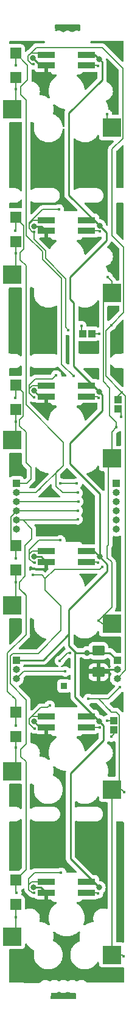
<source format=gbr>
G04 #@! TF.GenerationSoftware,KiCad,Pcbnew,(5.99.0-10337-g2ae264751f)*
G04 #@! TF.CreationDate,2021-04-30T16:38:16-07:00*
G04 #@! TF.ProjectId,single-col,73696e67-6c65-42d6-936f-6c2e6b696361,rev?*
G04 #@! TF.SameCoordinates,Original*
G04 #@! TF.FileFunction,Copper,L1,Top*
G04 #@! TF.FilePolarity,Positive*
%FSLAX46Y46*%
G04 Gerber Fmt 4.6, Leading zero omitted, Abs format (unit mm)*
G04 Created by KiCad (PCBNEW (5.99.0-10337-g2ae264751f)) date 2021-04-30 16:38:16*
%MOMM*%
%LPD*%
G01*
G04 APERTURE LIST*
G04 Aperture macros list*
%AMRoundRect*
0 Rectangle with rounded corners*
0 $1 Rounding radius*
0 $2 $3 $4 $5 $6 $7 $8 $9 X,Y pos of 4 corners*
0 Add a 4 corners polygon primitive as box body*
4,1,4,$2,$3,$4,$5,$6,$7,$8,$9,$2,$3,0*
0 Add four circle primitives for the rounded corners*
1,1,$1+$1,$2,$3*
1,1,$1+$1,$4,$5*
1,1,$1+$1,$6,$7*
1,1,$1+$1,$8,$9*
0 Add four rect primitives between the rounded corners*
20,1,$1+$1,$2,$3,$4,$5,0*
20,1,$1+$1,$4,$5,$6,$7,0*
20,1,$1+$1,$6,$7,$8,$9,0*
20,1,$1+$1,$8,$9,$2,$3,0*%
G04 Aperture macros list end*
G04 #@! TA.AperFunction,SMDPad,CuDef*
%ADD10R,2.400000X0.820000*%
G04 #@! TD*
G04 #@! TA.AperFunction,ComponentPad*
%ADD11R,1.000000X1.000000*%
G04 #@! TD*
G04 #@! TA.AperFunction,ComponentPad*
%ADD12O,1.000000X1.000000*%
G04 #@! TD*
G04 #@! TA.AperFunction,SMDPad,CuDef*
%ADD13R,1.524000X1.524000*%
G04 #@! TD*
G04 #@! TA.AperFunction,SMDPad,CuDef*
%ADD14R,2.550000X2.500000*%
G04 #@! TD*
G04 #@! TA.AperFunction,SMDPad,CuDef*
%ADD15R,1.000000X1.000000*%
G04 #@! TD*
G04 #@! TA.AperFunction,ComponentPad*
%ADD16R,0.850000X0.850000*%
G04 #@! TD*
G04 #@! TA.AperFunction,SMDPad,CuDef*
%ADD17RoundRect,0.250001X-0.624999X0.462499X-0.624999X-0.462499X0.624999X-0.462499X0.624999X0.462499X0*%
G04 #@! TD*
G04 #@! TA.AperFunction,ViaPad*
%ADD18C,0.400000*%
G04 #@! TD*
G04 #@! TA.AperFunction,ViaPad*
%ADD19C,0.800000*%
G04 #@! TD*
G04 #@! TA.AperFunction,Conductor*
%ADD20C,0.150000*%
G04 #@! TD*
G04 #@! TA.AperFunction,Conductor*
%ADD21C,0.250000*%
G04 #@! TD*
G04 APERTURE END LIST*
D10*
X125130200Y-77540400D03*
X119530200Y-77540400D03*
X119530200Y-76040400D03*
X125130200Y-76040400D03*
D11*
X129275200Y-112564400D03*
D12*
X129275200Y-113834400D03*
X129275200Y-115104400D03*
X129275200Y-116374400D03*
X129275200Y-117644400D03*
X129275200Y-118914400D03*
D11*
X129375200Y-137089400D03*
D12*
X129375200Y-138359400D03*
X129375200Y-139629400D03*
D13*
X115255200Y-52894400D03*
X115255200Y-56294400D03*
D14*
X128622700Y-177969400D03*
X114772700Y-175429400D03*
X128622700Y-155019400D03*
X114772700Y-152479400D03*
D13*
X115255200Y-167594400D03*
X115255200Y-170994400D03*
D10*
X125130200Y-54589400D03*
X119530200Y-54589400D03*
X119530200Y-53089400D03*
X125130200Y-53089400D03*
X125130200Y-146393400D03*
X119530200Y-146393400D03*
X119530200Y-144893400D03*
X125130200Y-144893400D03*
D13*
X115255200Y-121204400D03*
X115255200Y-124604400D03*
X115255200Y-144324400D03*
X115255200Y-147724400D03*
X115255200Y-98934400D03*
X115255200Y-102334400D03*
D15*
X129475200Y-100914400D03*
X129475200Y-102184400D03*
D11*
X115375200Y-112564400D03*
D12*
X115375200Y-113834400D03*
X115375200Y-115104400D03*
X115375200Y-116374400D03*
X115375200Y-117644400D03*
X115375200Y-118914400D03*
D14*
X128622700Y-132069400D03*
X114772700Y-129529400D03*
D10*
X125130200Y-123442400D03*
X119530200Y-123442400D03*
X119530200Y-121942400D03*
X125130200Y-121942400D03*
D15*
X125825200Y-91814400D03*
X124555200Y-91814400D03*
D14*
X128622700Y-63219400D03*
X114772700Y-60679400D03*
X128622700Y-86169400D03*
X114772700Y-83629400D03*
D15*
X128925200Y-145464400D03*
X128925200Y-146734400D03*
D14*
X128622700Y-109119400D03*
X114772700Y-106579400D03*
D16*
X121975200Y-140664400D03*
D17*
X126775200Y-135776900D03*
X126775200Y-138751900D03*
D10*
X125130200Y-100491400D03*
X119530200Y-100491400D03*
X119530200Y-98991400D03*
X125130200Y-98991400D03*
D11*
X115375200Y-137089400D03*
D12*
X115375200Y-138359400D03*
X115375200Y-139629400D03*
D13*
X115255200Y-75664400D03*
X115255200Y-79064400D03*
D10*
X125130200Y-169344400D03*
X119530200Y-169344400D03*
X119530200Y-167844400D03*
X125130200Y-167844400D03*
D18*
X115255200Y-57884400D03*
X123875200Y-113864400D03*
X115175200Y-77464400D03*
X115255200Y-80644400D03*
X123775200Y-112564400D03*
X115175200Y-100664400D03*
X121475200Y-112564400D03*
X115255200Y-104044400D03*
X123875200Y-116364400D03*
X115275200Y-122964400D03*
X115255200Y-126244400D03*
X123875200Y-117564400D03*
X115275200Y-146164400D03*
X115255200Y-149244400D03*
X117675200Y-125264400D03*
X127275200Y-124164400D03*
X115375200Y-169364400D03*
X115255200Y-172744400D03*
X130375200Y-155364400D03*
X127975200Y-61364400D03*
X128075200Y-83964400D03*
X126775200Y-131564400D03*
X129775200Y-140864400D03*
X130275200Y-178164400D03*
X125375200Y-142464400D03*
X129275200Y-104764400D03*
X115275200Y-54564400D03*
X123975200Y-115064400D03*
X123275200Y-97664400D03*
D19*
X126887700Y-53721201D03*
X125175200Y-136064400D03*
X126935200Y-122734400D03*
X126852441Y-168638991D03*
X126935200Y-76824400D03*
X126870366Y-145564594D03*
X126905200Y-99884400D03*
D18*
X128525200Y-90614400D03*
X117715200Y-54404400D03*
X126875200Y-91814400D03*
X130025200Y-99914400D03*
D19*
X124880200Y-138359400D03*
X117806984Y-145597076D03*
X117828437Y-122703409D03*
X117635200Y-53564400D03*
X117787370Y-76874789D03*
X117824952Y-99725015D03*
X117735200Y-168584400D03*
D18*
X117774384Y-77674686D03*
X122575200Y-91264400D03*
X124375200Y-90714400D03*
X126730202Y-54675282D03*
X121275200Y-74564400D03*
X126959070Y-77624046D03*
X129925200Y-103364400D03*
X117825200Y-100614400D03*
X120875200Y-97564400D03*
X121475200Y-120464400D03*
X117930198Y-123564400D03*
X126764940Y-100672012D03*
X121375200Y-137164400D03*
X119975200Y-143364400D03*
X122775200Y-136064400D03*
X126730202Y-123534400D03*
X117930198Y-146574400D03*
X117845528Y-169376758D03*
X121575200Y-166564400D03*
X127975200Y-145464400D03*
X126915200Y-146394400D03*
X126730202Y-169454400D03*
X122150200Y-138664400D03*
X128575200Y-147714400D03*
D20*
X115255200Y-60196900D02*
X114772700Y-60679400D01*
X115255200Y-56294400D02*
X115255200Y-60196900D01*
X116675200Y-82364400D02*
X115875200Y-81564400D01*
X115875200Y-81564400D02*
X115875200Y-80564400D01*
X118105200Y-113834400D02*
X121875200Y-110064400D01*
X120875200Y-111064400D02*
X120875200Y-112964400D01*
X121875200Y-106864400D02*
X116675200Y-101664400D01*
X120875200Y-112964400D02*
X121775200Y-113864400D01*
X116375200Y-80064400D02*
X116375200Y-76784400D01*
X121875200Y-109964400D02*
X121875200Y-106864400D01*
X115375200Y-113834400D02*
X118105200Y-113834400D01*
X121875200Y-110064400D02*
X121875200Y-109964400D01*
X115255200Y-75664400D02*
X115255200Y-77384400D01*
X121875200Y-110064400D02*
X120875200Y-111064400D01*
X116375200Y-76784400D02*
X115255200Y-75664400D01*
X118105200Y-113834400D02*
X118725200Y-113214400D01*
X116675200Y-101664400D02*
X116675200Y-82364400D01*
X115875200Y-80564400D02*
X116375200Y-80064400D01*
X115255200Y-77384400D02*
X115175200Y-77464400D01*
X121775200Y-113864400D02*
X123875200Y-113864400D01*
X115255200Y-83146900D02*
X114772700Y-83629400D01*
X115255200Y-80644400D02*
X115255200Y-83146900D01*
X115255200Y-79064400D02*
X115255200Y-80644400D01*
X117375200Y-111964400D02*
X116775200Y-112564400D01*
X116675200Y-105464400D02*
X116675200Y-109664400D01*
X116675200Y-109664400D02*
X117375200Y-110364400D01*
X115255200Y-100584400D02*
X115255200Y-98934400D01*
X115775200Y-104564400D02*
X116675200Y-105464400D01*
X123775200Y-112564400D02*
X121475200Y-112564400D01*
X116292211Y-99971411D02*
X116292211Y-103247389D01*
X116292211Y-103247389D02*
X115775200Y-103764400D01*
X115175200Y-100664400D02*
X115255200Y-100584400D01*
X117375200Y-110364400D02*
X117375200Y-111964400D01*
X115255200Y-98934400D02*
X116292211Y-99971411D01*
X115775200Y-103764400D02*
X115775200Y-104564400D01*
X116775200Y-112564400D02*
X115375200Y-112564400D01*
X115255200Y-102334400D02*
X115255200Y-106096900D01*
X115255200Y-106096900D02*
X114772700Y-106579400D01*
X123875200Y-116364400D02*
X123865200Y-116374400D01*
X115275200Y-122964400D02*
X115255200Y-122944400D01*
X114600189Y-120549389D02*
X114600189Y-117239411D01*
X123865200Y-116374400D02*
X115375200Y-116374400D01*
X115375200Y-116464400D02*
X115375200Y-116374400D01*
X114600189Y-117239411D02*
X115375200Y-116464400D01*
X115255200Y-122944400D02*
X115255200Y-121204400D01*
X115255200Y-121204400D02*
X114600189Y-120549389D01*
X115255200Y-126244400D02*
X115255200Y-129046900D01*
X115255200Y-129046900D02*
X114772700Y-129529400D01*
X115255200Y-124604400D02*
X115255200Y-126244400D01*
X115255200Y-142539402D02*
X114125180Y-141409383D01*
X117475200Y-118864400D02*
X116255200Y-117644400D01*
X115775200Y-126264400D02*
X116575200Y-125464400D01*
X115255200Y-144324400D02*
X115255200Y-146144400D01*
X116255200Y-117644400D02*
X115375200Y-117644400D01*
X115775200Y-127164400D02*
X116625200Y-128014400D01*
X116575200Y-125464400D02*
X116575200Y-121164400D01*
X115775200Y-127164400D02*
X115775200Y-126264400D01*
X117475200Y-120264400D02*
X117475200Y-118864400D01*
X123875200Y-117564400D02*
X123795200Y-117644400D01*
X123795200Y-117644400D02*
X115375200Y-117644400D01*
X116575200Y-121164400D02*
X117475200Y-120264400D01*
X114125180Y-141409383D02*
X114125180Y-136114420D01*
X115255200Y-142539402D02*
X114877699Y-142161901D01*
X115255200Y-146144400D02*
X115275200Y-146164400D01*
X116675200Y-133564400D02*
X116675200Y-128064400D01*
X116575200Y-125464400D02*
X116575200Y-124964400D01*
X114125180Y-136114420D02*
X116675200Y-133564400D01*
X116675200Y-128064400D02*
X115775200Y-127164400D01*
X115255200Y-144324400D02*
X115255200Y-142539402D01*
X115255200Y-151996900D02*
X114772700Y-152479400D01*
X115255200Y-147724400D02*
X115255200Y-151996900D01*
X116725180Y-142614380D02*
X114475200Y-140364400D01*
X114805180Y-136164400D02*
X118375200Y-136164400D01*
X115975200Y-149464400D02*
X116725180Y-148714420D01*
X126975200Y-124464400D02*
X127275200Y-124164400D01*
X114475200Y-140364400D02*
X114475200Y-136494380D01*
X118375200Y-136164400D02*
X121575200Y-132964400D01*
X119375200Y-125764400D02*
X118875200Y-125264400D01*
X116725180Y-148714420D02*
X116725180Y-142614380D01*
X121575200Y-132964400D02*
X121575200Y-129564400D01*
X118875200Y-125264400D02*
X117675200Y-125264400D01*
X115975200Y-150464400D02*
X115975200Y-149464400D01*
X115255200Y-169244400D02*
X115375200Y-169364400D01*
X119375200Y-127364400D02*
X119375200Y-125764400D01*
X119375200Y-125764400D02*
X120675200Y-124464400D01*
X115255200Y-167594400D02*
X115255200Y-169244400D01*
X114475200Y-136494380D02*
X114805180Y-136164400D01*
X116675200Y-166174400D02*
X116675200Y-151164400D01*
X116675200Y-151164400D02*
X115975200Y-150464400D01*
X120675200Y-124464400D02*
X126975200Y-124464400D01*
X121575200Y-129564400D02*
X119375200Y-127364400D01*
X115255200Y-167594400D02*
X116675200Y-166174400D01*
X115255200Y-174946900D02*
X114772700Y-175429400D01*
X115255200Y-170994400D02*
X115255200Y-174946900D01*
X128622700Y-84511900D02*
X128622700Y-86169400D01*
X128622700Y-155019400D02*
X129700211Y-153941889D01*
X130375200Y-155364400D02*
X130030200Y-155019400D01*
X128338621Y-103127821D02*
X129275200Y-104064400D01*
X128600189Y-144289389D02*
X126775200Y-142464400D01*
X129275200Y-104064400D02*
X129275200Y-104764400D01*
X126775200Y-142464400D02*
X128175200Y-142464400D01*
X129245209Y-144289389D02*
X128600189Y-144289389D01*
X127975200Y-122864400D02*
X128625180Y-123514380D01*
X128338621Y-99327821D02*
X128338621Y-103127821D01*
X127975200Y-122864400D02*
X127975200Y-122964400D01*
X130080200Y-177969400D02*
X128622700Y-177969400D01*
X127425180Y-98414380D02*
X128338621Y-99327821D01*
X128622700Y-155019400D02*
X128622700Y-177969400D01*
X128175200Y-142464400D02*
X129775200Y-140864400D01*
X127425180Y-87366920D02*
X127425180Y-98414380D01*
X130030200Y-155019400D02*
X128622700Y-155019400D01*
X128625180Y-129714420D02*
X126775200Y-131564400D01*
X128622700Y-132069400D02*
X127280200Y-132069400D01*
X127280200Y-132069400D02*
X126775200Y-131564400D01*
X130275200Y-178164400D02*
X130080200Y-177969400D01*
X128622700Y-109119400D02*
X128175200Y-109566900D01*
X128175200Y-121069396D02*
X127975200Y-121269396D01*
X127975200Y-121269396D02*
X127975200Y-122864400D01*
X128622700Y-105416900D02*
X128622700Y-109119400D01*
X128622700Y-63219400D02*
X127975200Y-62571900D01*
X129700211Y-144744391D02*
X129245209Y-144289389D01*
X129275200Y-104764400D02*
X128622700Y-105416900D01*
X128622700Y-86169400D02*
X127425180Y-87366920D01*
X127975200Y-62571900D02*
X127975200Y-61364400D01*
X128625180Y-123514380D02*
X128625180Y-129714420D01*
X126775200Y-142464400D02*
X125375200Y-142464400D01*
X129700211Y-153941889D02*
X129700211Y-144744391D01*
X128600189Y-144289389D02*
X128275200Y-143964400D01*
X128175200Y-109566900D02*
X128175200Y-121069396D01*
X128075200Y-83964400D02*
X128622700Y-84511900D01*
X116725220Y-78164420D02*
X116725220Y-77964420D01*
X121625200Y-92914400D02*
X121625200Y-93714400D01*
X116725220Y-59814380D02*
X116725220Y-59414420D01*
X116900200Y-54539400D02*
X115255200Y-52894400D01*
X115255200Y-52894400D02*
X115255200Y-54544400D01*
X115255200Y-54544400D02*
X115275200Y-54564400D01*
X115375200Y-115104400D02*
X123935200Y-115104400D01*
X116900200Y-56589400D02*
X116900200Y-54539400D01*
X115925200Y-57564400D02*
X116900200Y-56589400D01*
X118975200Y-81441535D02*
X118975200Y-80414400D01*
X116725220Y-59414420D02*
X115925200Y-58614400D01*
X115925200Y-58614400D02*
X115925200Y-57564400D01*
X116725220Y-59814380D02*
X116725220Y-59614380D01*
X121625200Y-92914400D02*
X121625200Y-96014400D01*
X121625200Y-92914400D02*
X121625200Y-84091536D01*
X121625200Y-96014400D02*
X123275200Y-97664400D01*
X116725220Y-78164420D02*
X116725220Y-59814380D01*
X118975200Y-80414400D02*
X116725220Y-78164420D01*
X123935200Y-115104400D02*
X123975200Y-115064400D01*
X121625200Y-84091536D02*
X118975200Y-81441535D01*
D21*
X127289951Y-102449649D02*
X122775200Y-106964400D01*
X125175200Y-136064400D02*
X126487700Y-136064400D01*
X126870366Y-145564594D02*
X127440211Y-146134439D01*
X126199172Y-144893400D02*
X126870366Y-145564594D01*
X119050200Y-137089400D02*
X115375200Y-137089400D01*
X126057850Y-167844400D02*
X126852441Y-168638991D01*
X122825200Y-83914400D02*
X122825200Y-86964400D01*
X127255213Y-56584387D02*
X122675200Y-61164400D01*
X126151200Y-76040400D02*
X126935200Y-76824400D01*
X126905200Y-99884400D02*
X127289951Y-100269151D01*
X122875200Y-164661750D02*
X126852441Y-168638991D01*
X125175200Y-136064400D02*
X128350200Y-136064400D01*
X127975200Y-124764400D02*
X122675200Y-130064400D01*
X127255213Y-54088714D02*
X127255213Y-56584387D01*
X122675200Y-61164400D02*
X122675200Y-72564400D01*
X125130200Y-76040400D02*
X126151200Y-76040400D01*
X127975200Y-123774400D02*
X127975200Y-124764400D01*
X127875200Y-78864400D02*
X122825200Y-83914400D01*
X126935200Y-76824400D02*
X127875200Y-77764400D01*
X122675200Y-133464400D02*
X122675200Y-135064400D01*
X126487700Y-136064400D02*
X126775200Y-135776900D01*
X123325200Y-87464400D02*
X123325200Y-96304400D01*
X128350200Y-136064400D02*
X129375200Y-137089400D01*
X122675200Y-130064400D02*
X122675200Y-133464400D01*
X123325200Y-96304400D02*
X126905200Y-99884400D01*
X127875200Y-77764400D02*
X127875200Y-78864400D01*
X122875200Y-152764400D02*
X122875200Y-164661750D01*
X122675200Y-72564400D02*
X126935200Y-76824400D01*
X122675200Y-135064400D02*
X123675200Y-136064400D01*
X126143200Y-121942400D02*
X126935200Y-122734400D01*
X127289951Y-100269151D02*
X127289951Y-102449649D01*
X126935200Y-122734400D02*
X127975200Y-123774400D01*
X126887700Y-53721201D02*
X127255213Y-54088714D01*
X125130200Y-144893400D02*
X126199172Y-144893400D01*
X125130200Y-121942400D02*
X126143200Y-121942400D01*
X125130200Y-167844400D02*
X126057850Y-167844400D01*
X122775200Y-109864400D02*
X126935200Y-114024400D01*
X126012200Y-98991400D02*
X126905200Y-99884400D01*
X122775200Y-106964400D02*
X122775200Y-109864400D01*
X126935200Y-114024400D02*
X126935200Y-122734400D01*
X125130200Y-98991400D02*
X126012200Y-98991400D01*
X125130200Y-53089400D02*
X126255899Y-53089400D01*
X126255899Y-53089400D02*
X126887700Y-53721201D01*
X127440211Y-148199389D02*
X122875200Y-152764400D01*
X123525200Y-142219428D02*
X126870366Y-145564594D01*
X123525200Y-135914400D02*
X123525200Y-142219428D01*
X123675200Y-136064400D02*
X125175200Y-136064400D01*
X127440211Y-146134439D02*
X127440211Y-148199389D01*
X122675200Y-133464400D02*
X119050200Y-137089400D01*
X122825200Y-86964400D02*
X123325200Y-87464400D01*
X122675200Y-135064400D02*
X123525200Y-135914400D01*
D20*
X116960189Y-53888406D02*
X117476183Y-54404400D01*
X117311194Y-52889389D02*
X117205692Y-52994892D01*
X129375200Y-139629400D02*
X130525200Y-138479400D01*
X129475200Y-100464400D02*
X130025200Y-99914400D01*
X130025200Y-99914400D02*
X127775200Y-97664400D01*
X127275200Y-52064400D02*
X118136184Y-52064400D01*
X128525200Y-90614400D02*
X130275200Y-88864400D01*
X118136184Y-52064400D02*
X117205692Y-52994892D01*
X130275200Y-79764400D02*
X128675200Y-78164400D01*
X130525200Y-138479400D02*
X130525200Y-100414400D01*
X119530200Y-53089400D02*
X119330189Y-52889389D01*
X128675200Y-66186920D02*
X130172711Y-64689409D01*
X129475200Y-100914400D02*
X129475200Y-100464400D01*
X117476183Y-54404400D02*
X117715200Y-54404400D01*
X127775200Y-97664400D02*
X127775200Y-91364400D01*
X125825200Y-91814400D02*
X126875200Y-91814400D01*
X130275200Y-88864400D02*
X130275200Y-79764400D01*
X130172711Y-64689409D02*
X130172711Y-54961911D01*
X128675200Y-78164400D02*
X128675200Y-66186920D01*
X130172711Y-54961911D02*
X127275200Y-52064400D01*
X127775200Y-91364400D02*
X128525200Y-90614400D01*
X130525200Y-100414400D02*
X130025200Y-99914400D01*
X119330189Y-52889389D02*
X117311194Y-52889389D01*
X116960189Y-53240394D02*
X116960189Y-53888406D01*
X117205692Y-52994892D02*
X116960189Y-53240394D01*
D21*
X118591337Y-100491400D02*
X119530200Y-100491400D01*
X117824952Y-99725015D02*
X118591337Y-100491400D01*
X117735200Y-168584400D02*
X118770200Y-168584400D01*
X117828437Y-122703409D02*
X118791209Y-122703409D01*
X117635200Y-53564400D02*
X118660200Y-54589400D01*
X127167700Y-138359400D02*
X126775200Y-138751900D01*
X118864589Y-76874789D02*
X119530200Y-77540400D01*
X118770200Y-168584400D02*
X119530200Y-169344400D01*
X117806984Y-145597076D02*
X118603308Y-146393400D01*
X117787370Y-76874789D02*
X118864589Y-76874789D01*
X129375200Y-138359400D02*
X127167700Y-138359400D01*
X118603308Y-146393400D02*
X119530200Y-146393400D01*
X118660200Y-54589400D02*
X119530200Y-54589400D01*
X126382700Y-138359400D02*
X126775200Y-138751900D01*
X118791209Y-122703409D02*
X119530200Y-123442400D01*
X124880200Y-138359400D02*
X126382700Y-138359400D01*
D20*
X119530200Y-76040400D02*
X117622742Y-76040400D01*
X117774384Y-78713584D02*
X117774384Y-78565216D01*
X122225200Y-84196532D02*
X119384134Y-81355466D01*
X119384134Y-80323334D02*
X117774384Y-78713584D01*
X121275200Y-74564400D02*
X118975200Y-74564400D01*
X117112359Y-76427241D02*
X117112359Y-77027241D01*
X122225200Y-90914400D02*
X122225200Y-84196532D01*
X124375200Y-90714400D02*
X124375200Y-91634400D01*
X124375200Y-91634400D02*
X124555200Y-91814400D01*
X117774384Y-78713584D02*
X117774384Y-77674686D01*
X118975200Y-74564400D02*
X117112359Y-76427241D01*
X117588250Y-77674686D02*
X117774384Y-77674686D01*
X117112359Y-76550783D02*
X117112359Y-77027241D01*
X122575200Y-91264400D02*
X122225200Y-90914400D01*
X119384134Y-81355466D02*
X119384134Y-80323334D01*
X126644320Y-54589400D02*
X125130200Y-54589400D01*
X126730202Y-54675282D02*
X126644320Y-54589400D01*
X117622742Y-76040400D02*
X117112359Y-76550783D01*
X117112359Y-77027241D02*
X117112359Y-77198795D01*
X117112359Y-77198795D02*
X117588250Y-77674686D01*
X119530200Y-98991400D02*
X117559550Y-98991400D01*
X117149941Y-100049021D02*
X117715320Y-100614400D01*
X120875200Y-97564400D02*
X120375200Y-98064400D01*
X126875424Y-77540400D02*
X125130200Y-77540400D01*
X117149941Y-99401009D02*
X117149941Y-99839141D01*
X120375200Y-98064400D02*
X117975200Y-98064400D01*
X126959070Y-77624046D02*
X126875424Y-77540400D01*
X117149941Y-98889659D02*
X117149941Y-99839141D01*
X117975200Y-98064400D02*
X117149941Y-98889659D01*
X117559550Y-98991400D02*
X117149941Y-99401009D01*
X129925200Y-102634400D02*
X129475200Y-102184400D01*
X129925200Y-103364400D02*
X129925200Y-102634400D01*
X117715320Y-100614400D02*
X117825200Y-100614400D01*
X117149941Y-99839141D02*
X117149941Y-100049021D01*
X118475200Y-120464400D02*
X117153426Y-121786174D01*
X119530200Y-121942400D02*
X117590429Y-121942400D01*
X117153426Y-121786174D02*
X117153426Y-122379403D01*
X117153426Y-123027415D02*
X117690411Y-123564400D01*
X126764940Y-100672012D02*
X126584328Y-100491400D01*
X117153426Y-122379403D02*
X117153426Y-123027415D01*
X121475200Y-120464400D02*
X118475200Y-120464400D01*
X117690411Y-123564400D02*
X117930198Y-123564400D01*
X117590429Y-121942400D02*
X117153426Y-122379403D01*
X126584328Y-100491400D02*
X125130200Y-100491400D01*
X119530200Y-144893400D02*
X117511643Y-144893400D01*
X117131973Y-145921082D02*
X117785291Y-146574400D01*
X117131973Y-145707627D02*
X117131973Y-145921082D01*
X126638202Y-123442400D02*
X125130200Y-123442400D01*
X122475200Y-136064400D02*
X122775200Y-136064400D01*
X118740643Y-143664400D02*
X117131973Y-145273070D01*
X117131973Y-145273070D02*
X117131973Y-145707627D01*
X119675200Y-143664400D02*
X118740643Y-143664400D01*
X117511643Y-144893400D02*
X117131973Y-145273070D01*
X126730202Y-123534400D02*
X126638202Y-123442400D01*
X117785291Y-146574400D02*
X117930198Y-146574400D01*
X121375200Y-137164400D02*
X122475200Y-136064400D01*
X119975200Y-143364400D02*
X119675200Y-143664400D01*
X117060189Y-168260394D02*
X117060189Y-168579411D01*
X117060189Y-167379411D02*
X117060189Y-168579411D01*
X126915200Y-146394400D02*
X126914200Y-146393400D01*
X126914200Y-146393400D02*
X125130200Y-146393400D01*
X117528541Y-169376758D02*
X117845528Y-169376758D01*
X121575200Y-166564400D02*
X117875200Y-166564400D01*
X117476183Y-167844400D02*
X117060189Y-168260394D01*
X117060189Y-168579411D02*
X117060189Y-168908406D01*
X117060189Y-168908406D02*
X117528541Y-169376758D01*
X128925200Y-145464400D02*
X127975200Y-145464400D01*
X119530200Y-167844400D02*
X117476183Y-167844400D01*
X117875200Y-166564400D02*
X117060189Y-167379411D01*
X128925200Y-147364400D02*
X128575200Y-147714400D01*
X126730202Y-169454400D02*
X126620202Y-169344400D01*
X128925200Y-146734400D02*
X128925200Y-147364400D01*
X126620202Y-169344400D02*
X125130200Y-169344400D01*
X116340200Y-138664400D02*
X115375200Y-139629400D01*
X122150200Y-138664400D02*
X116340200Y-138664400D01*
G04 #@! TA.AperFunction,Conductor*
G36*
X116414887Y-168792563D02*
G01*
X116461380Y-168846218D01*
X116472767Y-168898562D01*
X116472767Y-168900218D01*
X116471689Y-168908406D01*
X116476689Y-168946384D01*
X116491742Y-169060721D01*
X116550533Y-169202656D01*
X116644057Y-169324538D01*
X116650607Y-169329564D01*
X116667898Y-169342832D01*
X116680289Y-169353699D01*
X117083248Y-169756658D01*
X117094115Y-169769049D01*
X117112409Y-169792890D01*
X117192122Y-169854056D01*
X117234291Y-169886414D01*
X117241916Y-169889572D01*
X117241917Y-169889573D01*
X117368601Y-169942048D01*
X117368604Y-169942049D01*
X117376226Y-169945206D01*
X117384409Y-169946283D01*
X117384412Y-169946284D01*
X117395012Y-169947679D01*
X117438689Y-169961869D01*
X117511143Y-170001209D01*
X117576194Y-170036529D01*
X117576196Y-170036530D01*
X117582871Y-170040154D01*
X117590220Y-170042082D01*
X117741345Y-170081729D01*
X117741347Y-170081729D01*
X117748695Y-170083657D01*
X117892350Y-170085913D01*
X117960149Y-170106982D01*
X117972884Y-170116672D01*
X118046040Y-170180061D01*
X118061048Y-170189707D01*
X118177475Y-170242877D01*
X118194588Y-170247902D01*
X118325754Y-170266761D01*
X118334695Y-170267400D01*
X119258085Y-170267400D01*
X119273324Y-170262925D01*
X119274529Y-170261535D01*
X119276200Y-170253852D01*
X119276200Y-169216400D01*
X119296202Y-169148279D01*
X119349858Y-169101786D01*
X119402200Y-169090400D01*
X119658200Y-169090400D01*
X119726321Y-169110402D01*
X119772814Y-169164058D01*
X119784200Y-169216400D01*
X119784200Y-170249285D01*
X119788675Y-170264524D01*
X119790065Y-170265729D01*
X119797748Y-170267400D01*
X120074664Y-170267400D01*
X120142785Y-170287402D01*
X120189365Y-170341250D01*
X120200522Y-170365789D01*
X120217250Y-170385203D01*
X120228354Y-170400210D01*
X120242031Y-170421886D01*
X120254044Y-170432495D01*
X120264153Y-170441423D01*
X120276200Y-170453619D01*
X120289605Y-170469177D01*
X120289609Y-170469180D01*
X120295466Y-170475978D01*
X120302995Y-170480858D01*
X120302996Y-170480859D01*
X120316971Y-170489917D01*
X120331845Y-170501207D01*
X120351051Y-170518169D01*
X120377777Y-170530717D01*
X120392748Y-170539033D01*
X120417521Y-170555090D01*
X120426125Y-170557663D01*
X120426127Y-170557664D01*
X120442077Y-170562434D01*
X120459522Y-170569096D01*
X120474587Y-170576169D01*
X120474589Y-170576169D01*
X120482713Y-170579984D01*
X120491577Y-170581364D01*
X120491586Y-170581367D01*
X120511880Y-170584527D01*
X120528591Y-170588308D01*
X120548272Y-170594193D01*
X120548275Y-170594193D01*
X120556874Y-170596765D01*
X120565846Y-170596820D01*
X120565847Y-170596820D01*
X120589698Y-170596966D01*
X120592538Y-170597084D01*
X120594565Y-170597400D01*
X120660322Y-170597400D01*
X120661092Y-170597402D01*
X120702322Y-170597654D01*
X120703154Y-170597416D01*
X120703392Y-170597400D01*
X120842153Y-170597400D01*
X120910274Y-170617402D01*
X120956767Y-170671058D01*
X120966871Y-170741332D01*
X120937377Y-170805912D01*
X120916214Y-170825336D01*
X120734423Y-170957415D01*
X120504884Y-171172967D01*
X120304171Y-171415587D01*
X120302049Y-171418931D01*
X120142679Y-171670059D01*
X120135449Y-171681451D01*
X120001378Y-171966364D01*
X119904075Y-172265835D01*
X119845072Y-172575139D01*
X119825300Y-172889400D01*
X119845072Y-173203661D01*
X119904075Y-173512965D01*
X119905301Y-173516739D01*
X119905303Y-173516746D01*
X119971259Y-173719741D01*
X119973286Y-173790708D01*
X119936624Y-173851506D01*
X119872911Y-173882831D01*
X119802377Y-173874737D01*
X119773860Y-173857970D01*
X119648635Y-173760133D01*
X119465698Y-173654514D01*
X119409180Y-173621883D01*
X119409175Y-173621880D01*
X119405360Y-173619678D01*
X119401276Y-173618028D01*
X119401270Y-173618025D01*
X119207902Y-173539900D01*
X119144906Y-173514448D01*
X118872341Y-173446490D01*
X118867968Y-173446030D01*
X118867966Y-173446030D01*
X118787828Y-173437607D01*
X118667312Y-173424941D01*
X118601656Y-173397928D01*
X118561026Y-173339706D01*
X118559154Y-173265642D01*
X118591492Y-173150208D01*
X118591493Y-173150204D01*
X118592933Y-173145063D01*
X118603907Y-173039774D01*
X118616542Y-172918543D01*
X118616543Y-172918533D01*
X118616849Y-172915593D01*
X118617100Y-172889400D01*
X118614091Y-172853935D01*
X118598045Y-172664824D01*
X118598044Y-172664820D01*
X118597594Y-172659513D01*
X118596256Y-172654358D01*
X118596255Y-172654352D01*
X118540975Y-172441370D01*
X118539633Y-172436199D01*
X118464647Y-172269736D01*
X118447065Y-172230705D01*
X118447064Y-172230702D01*
X118444875Y-172225844D01*
X118316029Y-172034462D01*
X118156779Y-171867525D01*
X117971678Y-171729806D01*
X117966927Y-171727390D01*
X117966923Y-171727388D01*
X117770778Y-171627663D01*
X117770777Y-171627663D01*
X117766020Y-171625244D01*
X117628514Y-171582547D01*
X117550788Y-171558412D01*
X117550782Y-171558411D01*
X117545685Y-171556828D01*
X117440629Y-171542904D01*
X117322257Y-171527215D01*
X117322252Y-171527215D01*
X117316972Y-171526515D01*
X117311643Y-171526715D01*
X117311641Y-171526715D01*
X117201696Y-171530843D01*
X117086421Y-171535170D01*
X116860625Y-171582547D01*
X116855661Y-171584507D01*
X116855659Y-171584508D01*
X116702981Y-171644803D01*
X116632275Y-171651221D01*
X116569324Y-171618393D01*
X116534114Y-171556743D01*
X116530700Y-171527611D01*
X116530700Y-170232400D01*
X116525473Y-170159321D01*
X116490483Y-170040154D01*
X116486835Y-170027730D01*
X116486834Y-170027728D01*
X116484296Y-170019084D01*
X116440926Y-169951599D01*
X116410149Y-169903709D01*
X116410147Y-169903706D01*
X116405277Y-169896129D01*
X116388265Y-169881388D01*
X116301631Y-169806318D01*
X116301628Y-169806316D01*
X116294819Y-169800416D01*
X116286621Y-169796672D01*
X116170064Y-169743442D01*
X116170063Y-169743442D01*
X116161870Y-169739700D01*
X116152954Y-169738418D01*
X116144303Y-169735878D01*
X116144922Y-169733769D01*
X116091505Y-169709370D01*
X116053126Y-169649641D01*
X116053130Y-169578645D01*
X116057116Y-169567156D01*
X116059420Y-169561425D01*
X116064388Y-169549067D01*
X116088544Y-169379342D01*
X116088700Y-169364400D01*
X116083084Y-169317988D01*
X116073187Y-169236212D01*
X116068104Y-169194206D01*
X116007506Y-169033838D01*
X116009709Y-169033006D01*
X115998131Y-168974677D01*
X116024151Y-168908620D01*
X116081754Y-168867118D01*
X116090331Y-168864849D01*
X116090279Y-168864673D01*
X116221870Y-168826035D01*
X116221872Y-168826034D01*
X116230516Y-168823496D01*
X116278645Y-168792565D01*
X116346766Y-168772562D01*
X116414887Y-168792563D01*
G37*
G04 #@! TD.AperFunction*
G04 #@! TA.AperFunction,Conductor*
G36*
X126782584Y-156012428D02*
G01*
X126825759Y-156068788D01*
X126834200Y-156114129D01*
X126834200Y-156269400D01*
X126839427Y-156342479D01*
X126880604Y-156482716D01*
X126885475Y-156490295D01*
X126954751Y-156598091D01*
X126954753Y-156598094D01*
X126959623Y-156605671D01*
X126966433Y-156611572D01*
X127063269Y-156695482D01*
X127063272Y-156695484D01*
X127070081Y-156701384D01*
X127078279Y-156705128D01*
X127178611Y-156750948D01*
X127203030Y-156762100D01*
X127211945Y-156763382D01*
X127211946Y-156763382D01*
X127343252Y-156782261D01*
X127343259Y-156782262D01*
X127347700Y-156782900D01*
X127913200Y-156782900D01*
X127981321Y-156802902D01*
X128027814Y-156856558D01*
X128039200Y-156908900D01*
X128039200Y-171489329D01*
X128019198Y-171557450D01*
X127965542Y-171603943D01*
X127895268Y-171614047D01*
X127875843Y-171609664D01*
X127705685Y-171556828D01*
X127600629Y-171542904D01*
X127482257Y-171527215D01*
X127482252Y-171527215D01*
X127476972Y-171526515D01*
X127471643Y-171526715D01*
X127471641Y-171526715D01*
X127361696Y-171530843D01*
X127246421Y-171535170D01*
X127020625Y-171582547D01*
X127015669Y-171584504D01*
X127015663Y-171584506D01*
X126906384Y-171627663D01*
X126806040Y-171667291D01*
X126608800Y-171786979D01*
X126434547Y-171938188D01*
X126431160Y-171942319D01*
X126291646Y-172112467D01*
X126291642Y-172112473D01*
X126288262Y-172116595D01*
X126174128Y-172317100D01*
X126095409Y-172533968D01*
X126094460Y-172539217D01*
X126094459Y-172539220D01*
X126083815Y-172598083D01*
X126054355Y-172760999D01*
X126052141Y-172991701D01*
X126088829Y-173219478D01*
X126102109Y-173258377D01*
X126105189Y-173329305D01*
X126069433Y-173390640D01*
X126006193Y-173422907D01*
X125987265Y-173425008D01*
X125936629Y-173426776D01*
X125936622Y-173426777D01*
X125932232Y-173426930D01*
X125927908Y-173427693D01*
X125927903Y-173427693D01*
X125815263Y-173447555D01*
X125655590Y-173475710D01*
X125388430Y-173562515D01*
X125384477Y-173564443D01*
X125384472Y-173564445D01*
X125295129Y-173608021D01*
X125135950Y-173685658D01*
X125132311Y-173688113D01*
X125132305Y-173688116D01*
X124980207Y-173790708D01*
X124903066Y-173842740D01*
X124899794Y-173845686D01*
X124896332Y-173848391D01*
X124895520Y-173847352D01*
X124836708Y-173875584D01*
X124766253Y-173866828D01*
X124711717Y-173821370D01*
X124690415Y-173753645D01*
X124696559Y-173712297D01*
X124760098Y-173516742D01*
X124760099Y-173516739D01*
X124761325Y-173512965D01*
X124820328Y-173203661D01*
X124840100Y-172889400D01*
X124820328Y-172575139D01*
X124761325Y-172265835D01*
X124664022Y-171966364D01*
X124529951Y-171681451D01*
X124522722Y-171670059D01*
X124363351Y-171418931D01*
X124361229Y-171415587D01*
X124160516Y-171172967D01*
X123930977Y-170957415D01*
X123749186Y-170825336D01*
X123705832Y-170769114D01*
X123699757Y-170698378D01*
X123732888Y-170635586D01*
X123794708Y-170600674D01*
X123823247Y-170597400D01*
X124060322Y-170597400D01*
X124061092Y-170597402D01*
X124102322Y-170597654D01*
X124110951Y-170595188D01*
X124130713Y-170589541D01*
X124147470Y-170585964D01*
X124167797Y-170583053D01*
X124167800Y-170583052D01*
X124176682Y-170581780D01*
X124184852Y-170578065D01*
X124184856Y-170578064D01*
X124200005Y-170571176D01*
X124217533Y-170564727D01*
X124233542Y-170560152D01*
X124233549Y-170560149D01*
X124242174Y-170557684D01*
X124267145Y-170541928D01*
X124282219Y-170533795D01*
X124309089Y-170521578D01*
X124328503Y-170504850D01*
X124343510Y-170493746D01*
X124365186Y-170480069D01*
X124384726Y-170457944D01*
X124396919Y-170445900D01*
X124412477Y-170432495D01*
X124412480Y-170432491D01*
X124419278Y-170426634D01*
X124433217Y-170405129D01*
X124444507Y-170390255D01*
X124455526Y-170377778D01*
X124461469Y-170371049D01*
X124474017Y-170344323D01*
X124482335Y-170329349D01*
X124484919Y-170325362D01*
X124538755Y-170279082D01*
X124590647Y-170267900D01*
X126330200Y-170267900D01*
X126403279Y-170262673D01*
X126481365Y-170239745D01*
X126534870Y-170224035D01*
X126534872Y-170224034D01*
X126543516Y-170221496D01*
X126605064Y-170181941D01*
X126675164Y-170161955D01*
X126797184Y-170163872D01*
X126797187Y-170163872D01*
X126804783Y-170163991D01*
X126812187Y-170162295D01*
X126812189Y-170162295D01*
X126874991Y-170147911D01*
X126971892Y-170125718D01*
X127125047Y-170048689D01*
X127255407Y-169937351D01*
X127285028Y-169896129D01*
X127351010Y-169804306D01*
X127351011Y-169804305D01*
X127355447Y-169798131D01*
X127419390Y-169639067D01*
X127443546Y-169469342D01*
X127443702Y-169454400D01*
X127438386Y-169410473D01*
X127450060Y-169340445D01*
X127469837Y-169311029D01*
X127522460Y-169252585D01*
X127591478Y-169175933D01*
X127686965Y-169010545D01*
X127723350Y-168898562D01*
X127743939Y-168835197D01*
X127743939Y-168835196D01*
X127745979Y-168828918D01*
X127765941Y-168638991D01*
X127745979Y-168449064D01*
X127739103Y-168427900D01*
X127689007Y-168273722D01*
X127686965Y-168267437D01*
X127591478Y-168102049D01*
X127463692Y-167960128D01*
X127458350Y-167956247D01*
X127458348Y-167956245D01*
X127314533Y-167851758D01*
X127314532Y-167851757D01*
X127309191Y-167847877D01*
X127303163Y-167845193D01*
X127303161Y-167845192D01*
X127140759Y-167772886D01*
X127140758Y-167772886D01*
X127134728Y-167770201D01*
X126947928Y-167730495D01*
X126948308Y-167728709D01*
X126890875Y-167705081D01*
X126850244Y-167646860D01*
X126843700Y-167606783D01*
X126843700Y-167434400D01*
X126838473Y-167361321D01*
X126797296Y-167221084D01*
X126772774Y-167182928D01*
X126723149Y-167105709D01*
X126723147Y-167105706D01*
X126718277Y-167098129D01*
X126711467Y-167092228D01*
X126614631Y-167008318D01*
X126614628Y-167008316D01*
X126607819Y-167002416D01*
X126474870Y-166941700D01*
X126465955Y-166940418D01*
X126465954Y-166940418D01*
X126334648Y-166921539D01*
X126334641Y-166921538D01*
X126330200Y-166920900D01*
X126082444Y-166920900D01*
X126014323Y-166900898D01*
X125993349Y-166883995D01*
X123545605Y-164436251D01*
X123511579Y-164373939D01*
X123508700Y-164347156D01*
X123508700Y-159470034D01*
X123528702Y-159401913D01*
X123582358Y-159355420D01*
X123652632Y-159345316D01*
X123687106Y-159355450D01*
X123699899Y-159361301D01*
X123701166Y-159361889D01*
X123730875Y-159375877D01*
X123730881Y-159375879D01*
X123735281Y-159377951D01*
X123737575Y-159378625D01*
X123739922Y-159379605D01*
X123769964Y-159393345D01*
X123778842Y-159394636D01*
X123778844Y-159394637D01*
X123796321Y-159397179D01*
X123813679Y-159400970D01*
X123851941Y-159412205D01*
X123874119Y-159421078D01*
X123876250Y-159422175D01*
X123876256Y-159422177D01*
X123884236Y-159426286D01*
X123924251Y-159434024D01*
X123935821Y-159436834D01*
X123938364Y-159437581D01*
X123938368Y-159437582D01*
X123942657Y-159438841D01*
X123960383Y-159441400D01*
X123965349Y-159442117D01*
X123971261Y-159443115D01*
X123991984Y-159447122D01*
X123991999Y-159447124D01*
X123996774Y-159448047D01*
X124002984Y-159448274D01*
X124016379Y-159449483D01*
X124053112Y-159454785D01*
X124068189Y-159452643D01*
X124090513Y-159451474D01*
X124141343Y-159453333D01*
X124145801Y-159452860D01*
X124145803Y-159452860D01*
X124185543Y-159448644D01*
X124190643Y-159448103D01*
X124203934Y-159447400D01*
X126313914Y-159447400D01*
X126328736Y-159448275D01*
X126367608Y-159452880D01*
X126367611Y-159452880D01*
X126372447Y-159453453D01*
X126422542Y-159451621D01*
X126446384Y-159453015D01*
X126457625Y-159454753D01*
X126498022Y-159449425D01*
X126509897Y-159448427D01*
X126510185Y-159448417D01*
X126512537Y-159448331D01*
X126512542Y-159448330D01*
X126517015Y-159448167D01*
X126539604Y-159444084D01*
X126545524Y-159443160D01*
X126566433Y-159440402D01*
X126571263Y-159439765D01*
X126577236Y-159438011D01*
X126590305Y-159434922D01*
X126626835Y-159428319D01*
X126640453Y-159421516D01*
X126661264Y-159413338D01*
X126661268Y-159413337D01*
X126667401Y-159411536D01*
X126699490Y-159402114D01*
X126718374Y-159398110D01*
X126719984Y-159397896D01*
X126741019Y-159395098D01*
X126773910Y-159380538D01*
X126776340Y-159379549D01*
X126778639Y-159378874D01*
X126782716Y-159377015D01*
X126782721Y-159377013D01*
X126810127Y-159364516D01*
X126811400Y-159363944D01*
X126841374Y-159350675D01*
X126841380Y-159350672D01*
X126845832Y-159348701D01*
X126847844Y-159347408D01*
X126850123Y-159346276D01*
X126872013Y-159336294D01*
X126872014Y-159336293D01*
X126880179Y-159332570D01*
X126900338Y-159315161D01*
X126914564Y-159304530D01*
X126958262Y-159276446D01*
X126975250Y-159267287D01*
X126996129Y-159258017D01*
X127023588Y-159234778D01*
X127025637Y-159233147D01*
X127027653Y-159231852D01*
X127053812Y-159209210D01*
X127054867Y-159208307D01*
X127079916Y-159187109D01*
X127079923Y-159187102D01*
X127083624Y-159183970D01*
X127085190Y-159182163D01*
X127087050Y-159180442D01*
X127112034Y-159158817D01*
X127116901Y-159151272D01*
X127126472Y-159136434D01*
X127137133Y-159122217D01*
X127171142Y-159082970D01*
X127184860Y-159069396D01*
X127195437Y-159060424D01*
X127195438Y-159060423D01*
X127202283Y-159054617D01*
X127207221Y-159047126D01*
X127207226Y-159047121D01*
X127222083Y-159024585D01*
X127223592Y-159022439D01*
X127225159Y-159020630D01*
X127227588Y-159016856D01*
X127243923Y-158991468D01*
X127244688Y-158990294D01*
X127262692Y-158962985D01*
X127262695Y-158962980D01*
X127265372Y-158958919D01*
X127266362Y-158956751D01*
X127267668Y-158954566D01*
X127280687Y-158934332D01*
X127280688Y-158934330D01*
X127285546Y-158926780D01*
X127293095Y-158901225D01*
X127299317Y-158884588D01*
X127299318Y-158884587D01*
X127312378Y-158855990D01*
X127320888Y-158837357D01*
X127330226Y-158820468D01*
X127337846Y-158808881D01*
X127337847Y-158808879D01*
X127342781Y-158801377D01*
X127353314Y-158766992D01*
X127354161Y-158764498D01*
X127355156Y-158762320D01*
X127364941Y-158729061D01*
X127365336Y-158727747D01*
X127374930Y-158696430D01*
X127374930Y-158696428D01*
X127376354Y-158691781D01*
X127376694Y-158689418D01*
X127377331Y-158686954D01*
X127384122Y-158663871D01*
X127384122Y-158663870D01*
X127386656Y-158655259D01*
X127386700Y-158628618D01*
X127387981Y-158610915D01*
X127395375Y-158559487D01*
X127399575Y-158540662D01*
X127403623Y-158527395D01*
X127403623Y-158527394D01*
X127406243Y-158518809D01*
X127406662Y-158482846D01*
X127406772Y-158480224D01*
X127407113Y-158477850D01*
X127407125Y-158457686D01*
X127407133Y-158443201D01*
X127407142Y-158441807D01*
X127407523Y-158409065D01*
X127407523Y-158409064D01*
X127407580Y-158404194D01*
X127407240Y-158401824D01*
X127407157Y-158399281D01*
X127407157Y-158399280D01*
X127407175Y-158366251D01*
X127404662Y-158357639D01*
X127404661Y-158357634D01*
X127399715Y-158340686D01*
X127395953Y-158323321D01*
X127388561Y-158271909D01*
X127387285Y-158252647D01*
X127387431Y-158238785D01*
X127387431Y-158238784D01*
X127387526Y-158229810D01*
X127377795Y-158195179D01*
X127377162Y-158192639D01*
X127376821Y-158190263D01*
X127367094Y-158157068D01*
X127366713Y-158155741D01*
X127357836Y-158124152D01*
X127357836Y-158124151D01*
X127356518Y-158119461D01*
X127355523Y-158117282D01*
X127354732Y-158114883D01*
X127345439Y-158083167D01*
X127332057Y-158062267D01*
X127331075Y-158060733D01*
X127322575Y-158045135D01*
X127301004Y-157997902D01*
X127294354Y-157979782D01*
X127290586Y-157966429D01*
X127290583Y-157966422D01*
X127288147Y-157957790D01*
X127269038Y-157927279D01*
X127267731Y-157925045D01*
X127266734Y-157922863D01*
X127248039Y-157893738D01*
X127247378Y-157892696D01*
X127227306Y-157860648D01*
X127225738Y-157858838D01*
X127224293Y-157856743D01*
X127206451Y-157828946D01*
X127199678Y-157823057D01*
X127199675Y-157823054D01*
X127186354Y-157811473D01*
X127173802Y-157798901D01*
X127139786Y-157759644D01*
X127128303Y-157744133D01*
X127120930Y-157732390D01*
X127120928Y-157732388D01*
X127116156Y-157724787D01*
X127089237Y-157700906D01*
X127087345Y-157699124D01*
X127085771Y-157697307D01*
X127059554Y-157674565D01*
X127058613Y-157673739D01*
X127034052Y-157651950D01*
X127034051Y-157651949D01*
X127030411Y-157648720D01*
X127028397Y-157647426D01*
X127026417Y-157645820D01*
X127008249Y-157630059D01*
X127008247Y-157630057D01*
X127001470Y-157624179D01*
X126993314Y-157620438D01*
X126993313Y-157620437D01*
X126977264Y-157613075D01*
X126961678Y-157604548D01*
X126917980Y-157576466D01*
X126902589Y-157564816D01*
X126892210Y-157555629D01*
X126892211Y-157555629D01*
X126885487Y-157549678D01*
X126852950Y-157534359D01*
X126850606Y-157533168D01*
X126848589Y-157531871D01*
X126817051Y-157517447D01*
X126815829Y-157516880D01*
X126786188Y-157502923D01*
X126786181Y-157502920D01*
X126781784Y-157500850D01*
X126779498Y-157500179D01*
X126777144Y-157499195D01*
X126755268Y-157489190D01*
X126755266Y-157489189D01*
X126747101Y-157485455D01*
X126723759Y-157482059D01*
X126720740Y-157481620D01*
X126703386Y-157477830D01*
X126695786Y-157475599D01*
X126665121Y-157466595D01*
X126642946Y-157457723D01*
X126632829Y-157452514D01*
X126624017Y-157450810D01*
X126624014Y-157450809D01*
X126592818Y-157444777D01*
X126581240Y-157441965D01*
X126581237Y-157441964D01*
X126574408Y-157439959D01*
X126569983Y-157439320D01*
X126569977Y-157439319D01*
X126551712Y-157436683D01*
X126545792Y-157435683D01*
X126525081Y-157431678D01*
X126525066Y-157431676D01*
X126520291Y-157430753D01*
X126515427Y-157430575D01*
X126515425Y-157430575D01*
X126514082Y-157430526D01*
X126500688Y-157429318D01*
X126472838Y-157425298D01*
X126472835Y-157425298D01*
X126463954Y-157424016D01*
X126448884Y-157426157D01*
X126426558Y-157427326D01*
X126375723Y-157425467D01*
X126371265Y-157425940D01*
X126371262Y-157425940D01*
X126331541Y-157430154D01*
X126327036Y-157430632D01*
X126326423Y-157430697D01*
X126313131Y-157431400D01*
X124203151Y-157431400D01*
X124188329Y-157430525D01*
X124149457Y-157425920D01*
X124149454Y-157425920D01*
X124144618Y-157425347D01*
X124094524Y-157427179D01*
X124070684Y-157425785D01*
X124059441Y-157424047D01*
X124019044Y-157429375D01*
X124007169Y-157430373D01*
X124006803Y-157430386D01*
X124004528Y-157430469D01*
X124004523Y-157430470D01*
X124000050Y-157430633D01*
X123977461Y-157434716D01*
X123971541Y-157435640D01*
X123953298Y-157438046D01*
X123945802Y-157439035D01*
X123939829Y-157440789D01*
X123926760Y-157443878D01*
X123890230Y-157450481D01*
X123882203Y-157454491D01*
X123876612Y-157457284D01*
X123855801Y-157465462D01*
X123817575Y-157476686D01*
X123798690Y-157480690D01*
X123776046Y-157483702D01*
X123749112Y-157495625D01*
X123743157Y-157498261D01*
X123740725Y-157499251D01*
X123738426Y-157499926D01*
X123706806Y-157514345D01*
X123705703Y-157514840D01*
X123685700Y-157523695D01*
X123615314Y-157532978D01*
X123551082Y-157502733D01*
X123513398Y-157442563D01*
X123508700Y-157408478D01*
X123508700Y-156759146D01*
X123528702Y-156691025D01*
X123582358Y-156644532D01*
X123652632Y-156634428D01*
X123705158Y-156654687D01*
X123751521Y-156685959D01*
X123865950Y-156763142D01*
X123929805Y-156794286D01*
X124114472Y-156884355D01*
X124114477Y-156884357D01*
X124118430Y-156886285D01*
X124385590Y-156973090D01*
X124510924Y-156995190D01*
X124657903Y-157021107D01*
X124657908Y-157021107D01*
X124662232Y-157021870D01*
X124666622Y-157022023D01*
X124666629Y-157022024D01*
X124938576Y-157031520D01*
X124938582Y-157031520D01*
X124942970Y-157031673D01*
X124947336Y-157031214D01*
X124947339Y-157031214D01*
X125217968Y-157002770D01*
X125217973Y-157002769D01*
X125222341Y-157002310D01*
X125494906Y-156934352D01*
X125610508Y-156887646D01*
X125751270Y-156830775D01*
X125751276Y-156830772D01*
X125755360Y-156829122D01*
X125759175Y-156826920D01*
X125759180Y-156826917D01*
X125911395Y-156739035D01*
X125998635Y-156688667D01*
X126131705Y-156584701D01*
X126216526Y-156518432D01*
X126216530Y-156518428D01*
X126219994Y-156515722D01*
X126240893Y-156494081D01*
X126412072Y-156316820D01*
X126412074Y-156316817D01*
X126415130Y-156313653D01*
X126448922Y-156267143D01*
X126577656Y-156089956D01*
X126577658Y-156089952D01*
X126580245Y-156086392D01*
X126596951Y-156054973D01*
X126646590Y-156004219D01*
X126715792Y-155988358D01*
X126782584Y-156012428D01*
G37*
G04 #@! TD.AperFunction*
G04 #@! TA.AperFunction,Conductor*
G36*
X116001335Y-159128006D02*
G01*
X116061018Y-159166458D01*
X116090438Y-159231072D01*
X116091700Y-159248862D01*
X116091700Y-165880517D01*
X116071698Y-165948638D01*
X116054795Y-165969612D01*
X115742412Y-166281995D01*
X115680100Y-166316021D01*
X115653317Y-166318900D01*
X114493200Y-166318900D01*
X114443851Y-166322430D01*
X114374478Y-166307339D01*
X114324275Y-166257137D01*
X114308862Y-166196763D01*
X114308217Y-159617338D01*
X114328212Y-159549217D01*
X114350709Y-159522976D01*
X114365368Y-159510002D01*
X114390352Y-159492771D01*
X114419039Y-159477726D01*
X114447421Y-159466969D01*
X114489480Y-159456609D01*
X114515358Y-159453025D01*
X114544299Y-159452047D01*
X114577411Y-159450929D01*
X114586308Y-159449347D01*
X114608368Y-159447400D01*
X115080582Y-159447400D01*
X115095404Y-159448275D01*
X115134276Y-159452880D01*
X115134279Y-159452880D01*
X115139115Y-159453453D01*
X115189210Y-159451621D01*
X115213052Y-159453015D01*
X115224293Y-159454753D01*
X115264690Y-159449425D01*
X115276565Y-159448427D01*
X115276853Y-159448417D01*
X115279205Y-159448331D01*
X115279210Y-159448330D01*
X115283683Y-159448167D01*
X115306272Y-159444084D01*
X115312192Y-159443160D01*
X115333101Y-159440402D01*
X115337931Y-159439765D01*
X115343904Y-159438011D01*
X115356973Y-159434922D01*
X115393503Y-159428319D01*
X115407121Y-159421516D01*
X115427932Y-159413338D01*
X115427936Y-159413337D01*
X115434069Y-159411536D01*
X115466158Y-159402114D01*
X115485042Y-159398110D01*
X115486652Y-159397896D01*
X115507687Y-159395098D01*
X115540578Y-159380538D01*
X115543008Y-159379549D01*
X115545307Y-159378874D01*
X115549384Y-159377015D01*
X115549389Y-159377013D01*
X115576795Y-159364516D01*
X115578068Y-159363944D01*
X115608042Y-159350675D01*
X115608048Y-159350672D01*
X115612500Y-159348701D01*
X115614512Y-159347408D01*
X115616791Y-159346276D01*
X115638681Y-159336294D01*
X115638682Y-159336293D01*
X115646847Y-159332570D01*
X115667006Y-159315161D01*
X115681232Y-159304530D01*
X115724930Y-159276446D01*
X115741918Y-159267287D01*
X115762797Y-159258017D01*
X115790256Y-159234778D01*
X115792305Y-159233147D01*
X115794321Y-159231852D01*
X115820480Y-159209210D01*
X115821535Y-159208307D01*
X115846584Y-159187109D01*
X115846591Y-159187102D01*
X115850292Y-159183970D01*
X115851858Y-159182163D01*
X115853718Y-159180442D01*
X115878701Y-159158817D01*
X115879932Y-159160240D01*
X115930339Y-159127926D01*
X116001335Y-159128006D01*
G37*
G04 #@! TD.AperFunction*
G04 #@! TA.AperFunction,Conductor*
G36*
X116033821Y-154262902D02*
G01*
X116080314Y-154316558D01*
X116091700Y-154368900D01*
X116091700Y-157629874D01*
X116071698Y-157697995D01*
X116018042Y-157744488D01*
X115947768Y-157754592D01*
X115882083Y-157724130D01*
X115880355Y-157722597D01*
X115855906Y-157700907D01*
X115854013Y-157699124D01*
X115852439Y-157697307D01*
X115826222Y-157674565D01*
X115825281Y-157673739D01*
X115800720Y-157651950D01*
X115800719Y-157651949D01*
X115797079Y-157648720D01*
X115795065Y-157647426D01*
X115793085Y-157645820D01*
X115774917Y-157630059D01*
X115774915Y-157630057D01*
X115768138Y-157624179D01*
X115759982Y-157620438D01*
X115759981Y-157620437D01*
X115743932Y-157613075D01*
X115728346Y-157604548D01*
X115684648Y-157576466D01*
X115669257Y-157564816D01*
X115658878Y-157555629D01*
X115658879Y-157555629D01*
X115652155Y-157549678D01*
X115619618Y-157534359D01*
X115617274Y-157533168D01*
X115615257Y-157531871D01*
X115583719Y-157517447D01*
X115582497Y-157516880D01*
X115552856Y-157502923D01*
X115552849Y-157502920D01*
X115548452Y-157500850D01*
X115546166Y-157500179D01*
X115543812Y-157499195D01*
X115521936Y-157489190D01*
X115521934Y-157489189D01*
X115513769Y-157485455D01*
X115490427Y-157482059D01*
X115487408Y-157481620D01*
X115470054Y-157477830D01*
X115462454Y-157475599D01*
X115431789Y-157466595D01*
X115409614Y-157457723D01*
X115399497Y-157452514D01*
X115390685Y-157450810D01*
X115390682Y-157450809D01*
X115359486Y-157444777D01*
X115347908Y-157441965D01*
X115347905Y-157441964D01*
X115341076Y-157439959D01*
X115336651Y-157439320D01*
X115336645Y-157439319D01*
X115318380Y-157436683D01*
X115312460Y-157435683D01*
X115291749Y-157431678D01*
X115291734Y-157431676D01*
X115286959Y-157430753D01*
X115282095Y-157430575D01*
X115282093Y-157430575D01*
X115280750Y-157430526D01*
X115267356Y-157429318D01*
X115239506Y-157425298D01*
X115239503Y-157425298D01*
X115230622Y-157424016D01*
X115215552Y-157426157D01*
X115193226Y-157427326D01*
X115142391Y-157425467D01*
X115137933Y-157425940D01*
X115137930Y-157425940D01*
X115098209Y-157430154D01*
X115093704Y-157430632D01*
X115093091Y-157430697D01*
X115079799Y-157431400D01*
X114609982Y-157431400D01*
X114586779Y-157429245D01*
X114579183Y-157427821D01*
X114513659Y-157425801D01*
X114488573Y-157422485D01*
X114467962Y-157417616D01*
X114445087Y-157412211D01*
X114417672Y-157402266D01*
X114412131Y-157399493D01*
X114386621Y-157386727D01*
X114362222Y-157370740D01*
X114353428Y-157363392D01*
X114313979Y-157304365D01*
X114308219Y-157266691D01*
X114308401Y-155303920D01*
X114308488Y-154368885D01*
X114328495Y-154300769D01*
X114382155Y-154254282D01*
X114434487Y-154242900D01*
X115965700Y-154242900D01*
X116033821Y-154262902D01*
G37*
G04 #@! TD.AperFunction*
G04 #@! TA.AperFunction,Conductor*
G36*
X129069585Y-148341075D02*
G01*
X129110187Y-148399316D01*
X129116711Y-148439334D01*
X129116711Y-153129900D01*
X129096709Y-153198021D01*
X129043053Y-153244514D01*
X128990711Y-153255900D01*
X128177526Y-153255900D01*
X128109405Y-153235898D01*
X128062912Y-153182242D01*
X128052808Y-153111968D01*
X128059124Y-153086807D01*
X128065758Y-153068580D01*
X128078200Y-153034396D01*
X128136605Y-152759625D01*
X128142270Y-152678618D01*
X128155893Y-152483790D01*
X128156200Y-152479400D01*
X128145237Y-152322621D01*
X128136912Y-152203560D01*
X128136911Y-152203555D01*
X128136605Y-152199175D01*
X128078200Y-151924404D01*
X128058903Y-151871385D01*
X127983633Y-151664581D01*
X127983631Y-151664577D01*
X127982124Y-151660436D01*
X127980056Y-151656546D01*
X127980053Y-151656540D01*
X127852315Y-151416300D01*
X127852311Y-151416294D01*
X127850245Y-151412408D01*
X127844516Y-151404522D01*
X127820658Y-151337656D01*
X127836739Y-151268504D01*
X127887653Y-151219024D01*
X127898561Y-151214074D01*
X127901657Y-151213177D01*
X128109285Y-151112582D01*
X128296995Y-150978443D01*
X128350234Y-150924737D01*
X128455667Y-150818380D01*
X128455668Y-150818379D01*
X128459420Y-150814594D01*
X128591917Y-150625720D01*
X128690696Y-150417223D01*
X128752933Y-150195063D01*
X128776849Y-149965593D01*
X128777100Y-149939400D01*
X128760386Y-149742418D01*
X128758045Y-149714824D01*
X128758044Y-149714820D01*
X128757594Y-149709513D01*
X128756256Y-149704358D01*
X128756255Y-149704352D01*
X128700975Y-149491370D01*
X128699633Y-149486199D01*
X128604875Y-149275844D01*
X128476029Y-149084462D01*
X128316779Y-148917525D01*
X128131678Y-148779806D01*
X128126923Y-148777388D01*
X128126919Y-148777386D01*
X128023739Y-148724927D01*
X127972081Y-148676224D01*
X127954954Y-148607324D01*
X127981284Y-148535384D01*
X127984933Y-148530680D01*
X127984936Y-148530674D01*
X127989794Y-148524412D01*
X128007353Y-148483836D01*
X128012574Y-148473179D01*
X128033873Y-148434437D01*
X128036555Y-148423991D01*
X128038910Y-148414821D01*
X128045313Y-148396119D01*
X128047869Y-148390212D01*
X128093278Y-148335637D01*
X128160985Y-148314275D01*
X128223627Y-148329518D01*
X128312543Y-148377796D01*
X128319892Y-148379724D01*
X128471017Y-148419371D01*
X128471019Y-148419371D01*
X128478367Y-148421299D01*
X128565839Y-148422673D01*
X128642182Y-148423872D01*
X128642185Y-148423872D01*
X128649781Y-148423991D01*
X128657185Y-148422295D01*
X128657187Y-148422295D01*
X128731753Y-148405217D01*
X128816890Y-148385718D01*
X128934097Y-148326769D01*
X129003941Y-148314031D01*
X129069585Y-148341075D01*
G37*
G04 #@! TD.AperFunction*
G04 #@! TA.AperFunction,Conductor*
G36*
X130247950Y-141501956D02*
G01*
X130288552Y-141560196D01*
X130295076Y-141600448D01*
X130294271Y-142036620D01*
X130294258Y-142036955D01*
X130294194Y-142037364D01*
X130294201Y-142074545D01*
X130294137Y-142109376D01*
X130294196Y-142109795D01*
X130294208Y-142110133D01*
X130294617Y-144209392D01*
X130274629Y-144277515D01*
X130220983Y-144324018D01*
X130150711Y-144334136D01*
X130086124Y-144304656D01*
X130079523Y-144298510D01*
X129690505Y-143909492D01*
X129679637Y-143897101D01*
X129666368Y-143879808D01*
X129666367Y-143879807D01*
X129661341Y-143873257D01*
X129654791Y-143868231D01*
X129654788Y-143868228D01*
X129600400Y-143826495D01*
X129539459Y-143779733D01*
X129397524Y-143720942D01*
X129245209Y-143700889D01*
X129237021Y-143701967D01*
X129215419Y-143704811D01*
X129198972Y-143705889D01*
X128894072Y-143705889D01*
X128825951Y-143685887D01*
X128804977Y-143668984D01*
X128348656Y-143212663D01*
X128314630Y-143150351D01*
X128319695Y-143079536D01*
X128362242Y-143022700D01*
X128389533Y-143007159D01*
X128429226Y-142990717D01*
X128469450Y-142974056D01*
X128591332Y-142880532D01*
X128609626Y-142856691D01*
X128620493Y-142844300D01*
X129877356Y-141587438D01*
X129938321Y-141553713D01*
X130009487Y-141537414D01*
X130009491Y-141537413D01*
X130016890Y-141535718D01*
X130112463Y-141487650D01*
X130182306Y-141474911D01*
X130247950Y-141501956D01*
G37*
G04 #@! TD.AperFunction*
G04 #@! TA.AperFunction,Conductor*
G36*
X122804748Y-139114159D02*
G01*
X122863316Y-139154287D01*
X122890892Y-139219710D01*
X122891700Y-139233956D01*
X122891700Y-139716843D01*
X122871698Y-139784964D01*
X122818042Y-139831457D01*
X122747768Y-139841561D01*
X122693205Y-139816644D01*
X122692211Y-139818190D01*
X122684630Y-139813318D01*
X122677819Y-139807416D01*
X122544870Y-139746700D01*
X122535955Y-139745418D01*
X122535954Y-139745418D01*
X122404648Y-139726539D01*
X122404641Y-139726538D01*
X122400200Y-139725900D01*
X121550200Y-139725900D01*
X121477121Y-139731127D01*
X121424084Y-139746700D01*
X121345530Y-139769765D01*
X121345528Y-139769766D01*
X121336884Y-139772304D01*
X121329305Y-139777175D01*
X121221509Y-139846451D01*
X121221506Y-139846453D01*
X121213929Y-139851323D01*
X121208028Y-139858133D01*
X121124118Y-139954969D01*
X121124116Y-139954972D01*
X121118216Y-139961781D01*
X121114472Y-139969979D01*
X121102327Y-139996574D01*
X121057500Y-140094730D01*
X121056218Y-140103645D01*
X121056218Y-140103646D01*
X121037339Y-140234952D01*
X121037338Y-140234959D01*
X121036700Y-140239400D01*
X121036700Y-141089400D01*
X121041927Y-141162479D01*
X121083104Y-141302716D01*
X121087975Y-141310295D01*
X121157251Y-141418091D01*
X121157253Y-141418094D01*
X121162123Y-141425671D01*
X121168933Y-141431572D01*
X121265769Y-141515482D01*
X121265772Y-141515484D01*
X121272581Y-141521384D01*
X121280779Y-141525128D01*
X121307682Y-141537414D01*
X121405530Y-141582100D01*
X121414445Y-141583382D01*
X121414446Y-141583382D01*
X121545752Y-141602261D01*
X121545759Y-141602262D01*
X121550200Y-141602900D01*
X122400200Y-141602900D01*
X122473279Y-141597673D01*
X122551365Y-141574745D01*
X122604870Y-141559035D01*
X122604872Y-141559034D01*
X122613516Y-141556496D01*
X122621094Y-141551626D01*
X122621096Y-141551625D01*
X122697579Y-141502472D01*
X122765700Y-141482470D01*
X122833821Y-141502472D01*
X122880314Y-141556128D01*
X122891700Y-141608470D01*
X122891700Y-142141044D01*
X122891186Y-142151948D01*
X122889534Y-142159339D01*
X122889783Y-142167265D01*
X122889783Y-142167266D01*
X122891638Y-142226294D01*
X122891700Y-142230251D01*
X122891700Y-142259006D01*
X122892196Y-142262931D01*
X122892196Y-142262932D01*
X122892239Y-142263271D01*
X122893172Y-142275115D01*
X122894561Y-142319311D01*
X122900212Y-142338761D01*
X122904222Y-142358123D01*
X122906760Y-142378216D01*
X122909676Y-142385581D01*
X122909677Y-142385585D01*
X122923037Y-142419329D01*
X122926881Y-142430556D01*
X122939214Y-142473006D01*
X122943252Y-142479834D01*
X122949523Y-142490439D01*
X122958219Y-142508190D01*
X122962758Y-142519654D01*
X122965678Y-142527028D01*
X122970339Y-142533443D01*
X122991665Y-142562795D01*
X122998183Y-142572718D01*
X123020686Y-142610769D01*
X123021055Y-142611187D01*
X123035138Y-142625270D01*
X123047972Y-142640295D01*
X123059754Y-142656511D01*
X123093535Y-142684457D01*
X123102315Y-142692447D01*
X123826173Y-143416305D01*
X123860199Y-143478617D01*
X123855134Y-143549432D01*
X123812587Y-143606268D01*
X123746067Y-143631079D01*
X123737078Y-143631400D01*
X120797873Y-143631400D01*
X120729752Y-143611398D01*
X120683259Y-143557742D01*
X120673130Y-143487646D01*
X120687963Y-143383422D01*
X120688544Y-143379342D01*
X120688700Y-143364400D01*
X120668104Y-143194206D01*
X120607506Y-143033838D01*
X120562963Y-142969027D01*
X120514706Y-142898813D01*
X120514705Y-142898811D01*
X120510404Y-142892554D01*
X120504733Y-142887501D01*
X120388077Y-142783564D01*
X120388075Y-142783562D01*
X120382404Y-142778510D01*
X120375695Y-142774958D01*
X120375691Y-142774955D01*
X120237611Y-142701845D01*
X120237608Y-142701844D01*
X120230896Y-142698290D01*
X120175824Y-142684457D01*
X120071995Y-142658377D01*
X120071993Y-142658377D01*
X120064625Y-142656526D01*
X120057027Y-142656486D01*
X120057025Y-142656486D01*
X119983041Y-142656099D01*
X119893192Y-142655629D01*
X119885813Y-142657401D01*
X119885809Y-142657401D01*
X119733873Y-142693877D01*
X119733869Y-142693878D01*
X119726494Y-142695649D01*
X119574154Y-142774278D01*
X119568432Y-142779270D01*
X119568430Y-142779271D01*
X119487190Y-142850141D01*
X119444966Y-142886975D01*
X119346390Y-143027235D01*
X119343648Y-143025308D01*
X119304216Y-143065164D01*
X119243241Y-143080900D01*
X118786880Y-143080900D01*
X118770433Y-143079822D01*
X118748831Y-143076978D01*
X118740643Y-143075900D01*
X118702665Y-143080900D01*
X118588328Y-143095953D01*
X118446393Y-143154744D01*
X118385452Y-143201506D01*
X118331064Y-143243239D01*
X118331061Y-143243242D01*
X118324511Y-143248268D01*
X118319485Y-143254818D01*
X118319484Y-143254819D01*
X118306215Y-143272112D01*
X118295347Y-143284503D01*
X117523775Y-144056075D01*
X117461463Y-144090101D01*
X117390648Y-144085036D01*
X117333812Y-144042489D01*
X117309001Y-143975969D01*
X117308680Y-143966980D01*
X117308680Y-142660610D01*
X117309758Y-142644164D01*
X117312601Y-142622569D01*
X117312601Y-142622568D01*
X117313679Y-142614380D01*
X117308680Y-142576408D01*
X117308680Y-142576402D01*
X117293627Y-142462065D01*
X117234836Y-142320130D01*
X117141312Y-142198248D01*
X117117471Y-142179954D01*
X117105080Y-142169087D01*
X115711045Y-140775052D01*
X115677019Y-140712740D01*
X115682084Y-140641925D01*
X115724631Y-140585089D01*
X115743329Y-140573491D01*
X115837340Y-140526002D01*
X115918260Y-140485126D01*
X115944479Y-140464642D01*
X116069273Y-140367142D01*
X116074129Y-140363348D01*
X116096503Y-140337428D01*
X116199347Y-140218282D01*
X116199348Y-140218280D01*
X116203376Y-140213614D01*
X116301078Y-140041628D01*
X116363514Y-139853939D01*
X116388305Y-139657699D01*
X116388700Y-139629400D01*
X116377697Y-139517182D01*
X116390957Y-139447435D01*
X116414001Y-139415792D01*
X116544988Y-139284805D01*
X116607300Y-139250779D01*
X116634083Y-139247900D01*
X121708393Y-139247900D01*
X121768515Y-139263169D01*
X121880866Y-139324171D01*
X121880868Y-139324172D01*
X121887543Y-139327796D01*
X121894892Y-139329724D01*
X122046017Y-139369371D01*
X122046019Y-139369371D01*
X122053367Y-139371299D01*
X122140839Y-139372673D01*
X122217182Y-139373872D01*
X122217185Y-139373872D01*
X122224781Y-139373991D01*
X122232185Y-139372295D01*
X122232187Y-139372295D01*
X122294989Y-139357911D01*
X122391890Y-139335718D01*
X122545045Y-139258689D01*
X122675405Y-139147351D01*
X122675603Y-139147076D01*
X122733782Y-139112066D01*
X122804748Y-139114159D01*
G37*
G04 #@! TD.AperFunction*
G04 #@! TA.AperFunction,Conductor*
G36*
X122671021Y-136769372D02*
G01*
X122678367Y-136771299D01*
X122720169Y-136771955D01*
X122767679Y-136772702D01*
X122835477Y-136793771D01*
X122881122Y-136848150D01*
X122891700Y-136898686D01*
X122891700Y-138095339D01*
X122871698Y-138163460D01*
X122818042Y-138209953D01*
X122747768Y-138220057D01*
X122681881Y-138189415D01*
X122563077Y-138083564D01*
X122563075Y-138083562D01*
X122557404Y-138078510D01*
X122550695Y-138074958D01*
X122550691Y-138074955D01*
X122412611Y-138001845D01*
X122412608Y-138001844D01*
X122405896Y-137998290D01*
X122388327Y-137993877D01*
X122246995Y-137958377D01*
X122246993Y-137958377D01*
X122239625Y-137956526D01*
X122232027Y-137956486D01*
X122232025Y-137956486D01*
X122158041Y-137956099D01*
X122068192Y-137955629D01*
X122060813Y-137957401D01*
X122060809Y-137957401D01*
X121908873Y-137993877D01*
X121908869Y-137993878D01*
X121901494Y-137995649D01*
X121894749Y-137999130D01*
X121894750Y-137999130D01*
X121763514Y-138066866D01*
X121705724Y-138080900D01*
X121655124Y-138080900D01*
X121587003Y-138060898D01*
X121540510Y-138007242D01*
X121530406Y-137936968D01*
X121559900Y-137872388D01*
X121611596Y-137836930D01*
X121616890Y-137835718D01*
X121770045Y-137758689D01*
X121900405Y-137647351D01*
X121917950Y-137622935D01*
X121996008Y-137514306D01*
X121996009Y-137514305D01*
X122000445Y-137508131D01*
X122064388Y-137349067D01*
X122066540Y-137333947D01*
X122095941Y-137269324D01*
X122102188Y-137262605D01*
X122560302Y-136804491D01*
X122622614Y-136770465D01*
X122666496Y-136768752D01*
X122671021Y-136769372D01*
G37*
G04 #@! TD.AperFunction*
G04 #@! TA.AperFunction,Conductor*
G36*
X121984920Y-135154750D02*
G01*
X122041756Y-135197297D01*
X122058040Y-135226422D01*
X122073037Y-135264300D01*
X122076881Y-135275528D01*
X122089214Y-135317978D01*
X122093252Y-135324806D01*
X122099523Y-135335411D01*
X122108219Y-135353162D01*
X122112758Y-135364626D01*
X122115678Y-135372000D01*
X122131380Y-135393611D01*
X122141665Y-135407767D01*
X122148180Y-135417685D01*
X122157319Y-135433139D01*
X122174779Y-135501954D01*
X122152263Y-135569285D01*
X122125570Y-135597238D01*
X122059068Y-135648268D01*
X122054042Y-135654818D01*
X122040774Y-135672109D01*
X122029907Y-135684500D01*
X121273035Y-136441372D01*
X121213354Y-136474796D01*
X121133873Y-136493877D01*
X121133869Y-136493878D01*
X121126494Y-136495649D01*
X120974154Y-136574278D01*
X120844966Y-136686975D01*
X120746390Y-136827235D01*
X120684116Y-136986960D01*
X120661739Y-137156928D01*
X120680551Y-137327328D01*
X120739467Y-137488322D01*
X120743703Y-137494625D01*
X120743703Y-137494626D01*
X120829923Y-137622935D01*
X120835084Y-137630616D01*
X120840703Y-137635729D01*
X120840704Y-137635730D01*
X120956267Y-137740884D01*
X120961883Y-137745994D01*
X120968556Y-137749617D01*
X121105866Y-137824171D01*
X121105868Y-137824172D01*
X121112543Y-137827796D01*
X121119892Y-137829724D01*
X121132471Y-137833024D01*
X121193287Y-137869658D01*
X121224642Y-137933355D01*
X121216583Y-138003893D01*
X121171667Y-138058876D01*
X121100498Y-138080900D01*
X116437804Y-138080900D01*
X116369683Y-138060898D01*
X116323190Y-138007242D01*
X116317181Y-137991316D01*
X116313544Y-137979270D01*
X116307059Y-137963535D01*
X116299593Y-137892932D01*
X116308939Y-137863178D01*
X116339364Y-137796557D01*
X116385857Y-137742902D01*
X116453977Y-137722900D01*
X118971816Y-137722900D01*
X118982720Y-137723414D01*
X118990111Y-137725066D01*
X118998037Y-137724817D01*
X118998038Y-137724817D01*
X119057066Y-137722962D01*
X119061023Y-137722900D01*
X119089778Y-137722900D01*
X119094045Y-137722361D01*
X119105887Y-137721428D01*
X119137535Y-137720433D01*
X119142160Y-137720288D01*
X119150083Y-137720039D01*
X119169534Y-137714388D01*
X119188895Y-137710378D01*
X119191620Y-137710034D01*
X119201130Y-137708833D01*
X119201133Y-137708832D01*
X119208988Y-137707840D01*
X119216353Y-137704924D01*
X119216357Y-137704923D01*
X119250101Y-137691563D01*
X119261330Y-137687718D01*
X119303778Y-137675386D01*
X119314641Y-137668962D01*
X119321211Y-137665077D01*
X119338962Y-137656381D01*
X119350426Y-137651842D01*
X119350429Y-137651840D01*
X119357800Y-137648922D01*
X119393568Y-137622935D01*
X119403491Y-137616416D01*
X119412357Y-137611173D01*
X119441541Y-137593914D01*
X119441959Y-137593545D01*
X119456042Y-137579462D01*
X119471067Y-137566628D01*
X119487283Y-137554846D01*
X119515230Y-137521064D01*
X119523219Y-137512285D01*
X121851793Y-135183711D01*
X121914105Y-135149685D01*
X121984920Y-135154750D01*
G37*
G04 #@! TD.AperFunction*
G04 #@! TA.AperFunction,Conductor*
G36*
X117455155Y-131232136D02*
G01*
X117515950Y-131273142D01*
X117579805Y-131304286D01*
X117764472Y-131394355D01*
X117764477Y-131394357D01*
X117768430Y-131396285D01*
X117772617Y-131397646D01*
X117776693Y-131399292D01*
X117775984Y-131401047D01*
X117828160Y-131436716D01*
X117855804Y-131502110D01*
X117851746Y-131551216D01*
X117824412Y-131646543D01*
X117823200Y-131650770D01*
X117784105Y-131928945D01*
X117784105Y-132209855D01*
X117823200Y-132488030D01*
X117900629Y-132758058D01*
X118014885Y-133014681D01*
X118163744Y-133252906D01*
X118166568Y-133256272D01*
X118166572Y-133256277D01*
X118253281Y-133359612D01*
X118344309Y-133468095D01*
X118553066Y-133656060D01*
X118556712Y-133658519D01*
X118782305Y-133810684D01*
X118782311Y-133810687D01*
X118785950Y-133813142D01*
X118867470Y-133852902D01*
X119034472Y-133934355D01*
X119034477Y-133934357D01*
X119038430Y-133936285D01*
X119305590Y-134023090D01*
X119364575Y-134033491D01*
X119395132Y-134038879D01*
X119458745Y-134070407D01*
X119495214Y-134131321D01*
X119492961Y-134202282D01*
X119462347Y-134252060D01*
X118170412Y-135543995D01*
X118108100Y-135578021D01*
X118081317Y-135580900D01*
X115788083Y-135580900D01*
X115719962Y-135560898D01*
X115673469Y-135507242D01*
X115663365Y-135436968D01*
X115692859Y-135372388D01*
X115698988Y-135365805D01*
X117055100Y-134009693D01*
X117067491Y-133998826D01*
X117084782Y-133985558D01*
X117091332Y-133980532D01*
X117184856Y-133858650D01*
X117243647Y-133716715D01*
X117258700Y-133602378D01*
X117263700Y-133564400D01*
X117259778Y-133534610D01*
X117258700Y-133518163D01*
X117258700Y-131336596D01*
X117278702Y-131268475D01*
X117332358Y-131221982D01*
X117402632Y-131211878D01*
X117455155Y-131232136D01*
G37*
G04 #@! TD.AperFunction*
G04 #@! TA.AperFunction,Conductor*
G36*
X116033821Y-131312902D02*
G01*
X116080314Y-131366558D01*
X116091700Y-131418900D01*
X116091700Y-133270517D01*
X116071698Y-133338638D01*
X116054795Y-133359612D01*
X114525295Y-134889112D01*
X114462983Y-134923138D01*
X114392168Y-134918073D01*
X114335332Y-134875526D01*
X114310521Y-134809006D01*
X114310200Y-134800017D01*
X114310200Y-131418900D01*
X114330202Y-131350779D01*
X114383858Y-131304286D01*
X114436200Y-131292900D01*
X115965700Y-131292900D01*
X116033821Y-131312902D01*
G37*
G04 #@! TD.AperFunction*
G04 #@! TA.AperFunction,Conductor*
G36*
X124680020Y-112665125D02*
G01*
X126264795Y-114249900D01*
X126298821Y-114312212D01*
X126301700Y-114338995D01*
X126301700Y-120892900D01*
X126281698Y-120961021D01*
X126228042Y-121007514D01*
X126175700Y-121018900D01*
X124595058Y-121018900D01*
X124526937Y-120998898D01*
X124488503Y-120960145D01*
X124485227Y-120954953D01*
X124477095Y-120939881D01*
X124464878Y-120913011D01*
X124448150Y-120893597D01*
X124437046Y-120878590D01*
X124423369Y-120856914D01*
X124401244Y-120837374D01*
X124389200Y-120825181D01*
X124375795Y-120809623D01*
X124375791Y-120809620D01*
X124369934Y-120802822D01*
X124348429Y-120788883D01*
X124333555Y-120777593D01*
X124321078Y-120766574D01*
X124314349Y-120760631D01*
X124287623Y-120748083D01*
X124272652Y-120739767D01*
X124247879Y-120723710D01*
X124239275Y-120721137D01*
X124239273Y-120721136D01*
X124223323Y-120716366D01*
X124205878Y-120709704D01*
X124190813Y-120702631D01*
X124190811Y-120702631D01*
X124182687Y-120698816D01*
X124173823Y-120697436D01*
X124173814Y-120697433D01*
X124153520Y-120694273D01*
X124136809Y-120690492D01*
X124117128Y-120684607D01*
X124117125Y-120684607D01*
X124108526Y-120682035D01*
X124099554Y-120681980D01*
X124099553Y-120681980D01*
X124075702Y-120681834D01*
X124072862Y-120681716D01*
X124070835Y-120681400D01*
X124005078Y-120681400D01*
X124004308Y-120681398D01*
X124003752Y-120681395D01*
X123963078Y-120681146D01*
X123962246Y-120681384D01*
X123962008Y-120681400D01*
X122304989Y-120681400D01*
X122236868Y-120661398D01*
X122190375Y-120607742D01*
X122180246Y-120537646D01*
X122187963Y-120483421D01*
X122188544Y-120479342D01*
X122188700Y-120464400D01*
X122168104Y-120294206D01*
X122107506Y-120133838D01*
X122088462Y-120106129D01*
X122014706Y-119998813D01*
X122014705Y-119998811D01*
X122010404Y-119992554D01*
X121996958Y-119980574D01*
X121888077Y-119883564D01*
X121888075Y-119883562D01*
X121882404Y-119878510D01*
X121875695Y-119874958D01*
X121875691Y-119874955D01*
X121737611Y-119801845D01*
X121737608Y-119801844D01*
X121730896Y-119798290D01*
X121713327Y-119793877D01*
X121571995Y-119758377D01*
X121571993Y-119758377D01*
X121564625Y-119756526D01*
X121557027Y-119756486D01*
X121557025Y-119756486D01*
X121483041Y-119756099D01*
X121393192Y-119755629D01*
X121385813Y-119757401D01*
X121385809Y-119757401D01*
X121233873Y-119793877D01*
X121233869Y-119793878D01*
X121226494Y-119795649D01*
X121166559Y-119826584D01*
X121088514Y-119866866D01*
X121030724Y-119880900D01*
X118521438Y-119880900D01*
X118504992Y-119879822D01*
X118483389Y-119876978D01*
X118483388Y-119876978D01*
X118475200Y-119875900D01*
X118444707Y-119879914D01*
X118331071Y-119894874D01*
X118331069Y-119894875D01*
X118322885Y-119895952D01*
X118315257Y-119899112D01*
X118315252Y-119899113D01*
X118232919Y-119933217D01*
X118162329Y-119940807D01*
X118098842Y-119909028D01*
X118062614Y-119847971D01*
X118058700Y-119816809D01*
X118058700Y-118910638D01*
X118059778Y-118894192D01*
X118062622Y-118872589D01*
X118062622Y-118872588D01*
X118063700Y-118864400D01*
X118043648Y-118712085D01*
X117984856Y-118570151D01*
X117984856Y-118570150D01*
X117942645Y-118515140D01*
X117914652Y-118478658D01*
X117914649Y-118478655D01*
X117891332Y-118448268D01*
X117884782Y-118443242D01*
X117884535Y-118442995D01*
X117850509Y-118380683D01*
X117855574Y-118309868D01*
X117898121Y-118253032D01*
X117964641Y-118228221D01*
X117973630Y-118227900D01*
X123596686Y-118227900D01*
X123628659Y-118232024D01*
X123771017Y-118269371D01*
X123771019Y-118269371D01*
X123778367Y-118271299D01*
X123865839Y-118272673D01*
X123942182Y-118273872D01*
X123942185Y-118273872D01*
X123949781Y-118273991D01*
X123957185Y-118272295D01*
X123957187Y-118272295D01*
X124041293Y-118253032D01*
X124116890Y-118235718D01*
X124270045Y-118158689D01*
X124400405Y-118047351D01*
X124500445Y-117908131D01*
X124564388Y-117749067D01*
X124588544Y-117579342D01*
X124588700Y-117564400D01*
X124568104Y-117394206D01*
X124507506Y-117233838D01*
X124410404Y-117092554D01*
X124372836Y-117059082D01*
X124335282Y-116998834D01*
X124336262Y-116927844D01*
X124374825Y-116869198D01*
X124400405Y-116847351D01*
X124500445Y-116708131D01*
X124564388Y-116549067D01*
X124588544Y-116379342D01*
X124588700Y-116364400D01*
X124568104Y-116194206D01*
X124507506Y-116033838D01*
X124410404Y-115892554D01*
X124364039Y-115851244D01*
X124326484Y-115790996D01*
X124327463Y-115720006D01*
X124366667Y-115660815D01*
X124368397Y-115659518D01*
X124370045Y-115658689D01*
X124500405Y-115547351D01*
X124504838Y-115541182D01*
X124596008Y-115414306D01*
X124596009Y-115414305D01*
X124600445Y-115408131D01*
X124664388Y-115249067D01*
X124688544Y-115079342D01*
X124688700Y-115064400D01*
X124668104Y-114894206D01*
X124607506Y-114733838D01*
X124510404Y-114592554D01*
X124420623Y-114512562D01*
X124383069Y-114452314D01*
X124384049Y-114381324D01*
X124402119Y-114344965D01*
X124500445Y-114208131D01*
X124564388Y-114049067D01*
X124588544Y-113879342D01*
X124588700Y-113864400D01*
X124568104Y-113694206D01*
X124507506Y-113533838D01*
X124503205Y-113527580D01*
X124414706Y-113398813D01*
X124414705Y-113398811D01*
X124410404Y-113392554D01*
X124389560Y-113373982D01*
X124288076Y-113283564D01*
X124282404Y-113278510D01*
X124276309Y-113275283D01*
X124231976Y-113220211D01*
X124224422Y-113149617D01*
X124256234Y-113086146D01*
X124266579Y-113076241D01*
X124294629Y-113052284D01*
X124300405Y-113047351D01*
X124316511Y-113024937D01*
X124396008Y-112914306D01*
X124396009Y-112914305D01*
X124400445Y-112908131D01*
X124464388Y-112749067D01*
X124465458Y-112741548D01*
X124465460Y-112741541D01*
X124466183Y-112736461D01*
X124495587Y-112671839D01*
X124555260Y-112633373D01*
X124626256Y-112633275D01*
X124680020Y-112665125D01*
G37*
G04 #@! TD.AperFunction*
G04 #@! TA.AperFunction,Conductor*
G36*
X120209732Y-112659227D02*
G01*
X120266568Y-112701774D01*
X120291379Y-112768294D01*
X120291700Y-112777283D01*
X120291700Y-112918163D01*
X120290622Y-112934610D01*
X120286700Y-112964400D01*
X120291700Y-113002378D01*
X120306753Y-113116715D01*
X120365544Y-113258650D01*
X120459068Y-113380532D01*
X120465618Y-113385558D01*
X120482909Y-113398826D01*
X120495300Y-113409693D01*
X121329907Y-114244300D01*
X121340774Y-114256691D01*
X121359068Y-114280532D01*
X121377844Y-114294940D01*
X121419710Y-114352276D01*
X121423931Y-114423147D01*
X121389166Y-114485050D01*
X121326453Y-114518331D01*
X121301138Y-114520900D01*
X118540165Y-114520900D01*
X118472044Y-114500898D01*
X118425551Y-114447242D01*
X118415447Y-114376968D01*
X118444941Y-114312388D01*
X118463454Y-114294944D01*
X118521332Y-114250532D01*
X118539626Y-114226691D01*
X118550493Y-114214300D01*
X118820418Y-113944375D01*
X119164651Y-113600143D01*
X119164654Y-113600139D01*
X120076605Y-112688188D01*
X120138917Y-112654162D01*
X120209732Y-112659227D01*
G37*
G04 #@! TD.AperFunction*
G04 #@! TA.AperFunction,Conductor*
G36*
X126782584Y-110112428D02*
G01*
X126825759Y-110168788D01*
X126834200Y-110214129D01*
X126834200Y-110369400D01*
X126839427Y-110442479D01*
X126880604Y-110582716D01*
X126885475Y-110590295D01*
X126954751Y-110698091D01*
X126954753Y-110698094D01*
X126959623Y-110705671D01*
X126966433Y-110711572D01*
X127063269Y-110795482D01*
X127063272Y-110795484D01*
X127070081Y-110801384D01*
X127203030Y-110862100D01*
X127211945Y-110863382D01*
X127211946Y-110863382D01*
X127343252Y-110882261D01*
X127343259Y-110882262D01*
X127347700Y-110882900D01*
X127465700Y-110882900D01*
X127533821Y-110902902D01*
X127580314Y-110956558D01*
X127591700Y-111008900D01*
X127591700Y-113477607D01*
X127571698Y-113545728D01*
X127518042Y-113592221D01*
X127447768Y-113602325D01*
X127385385Y-113574692D01*
X127366865Y-113559371D01*
X127358085Y-113551381D01*
X125125606Y-111318902D01*
X125091580Y-111256590D01*
X125096645Y-111185775D01*
X125139192Y-111128939D01*
X125201532Y-111104497D01*
X125207928Y-111103825D01*
X125217966Y-111102770D01*
X125217968Y-111102770D01*
X125222341Y-111102310D01*
X125494906Y-111034352D01*
X125610508Y-110987646D01*
X125751270Y-110930775D01*
X125751276Y-110930772D01*
X125755360Y-110929122D01*
X125759175Y-110926920D01*
X125759180Y-110926917D01*
X125877927Y-110858358D01*
X125998635Y-110788667D01*
X126199797Y-110631502D01*
X126216526Y-110618432D01*
X126216530Y-110618428D01*
X126219994Y-110615722D01*
X126264930Y-110569190D01*
X126412072Y-110416820D01*
X126412074Y-110416817D01*
X126415130Y-110413653D01*
X126429279Y-110394179D01*
X126577656Y-110189956D01*
X126577658Y-110189952D01*
X126580245Y-110186392D01*
X126596951Y-110154973D01*
X126646590Y-110104219D01*
X126715792Y-110088358D01*
X126782584Y-110112428D01*
G37*
G04 #@! TD.AperFunction*
G04 #@! TA.AperFunction,Conductor*
G36*
X119726321Y-100257402D02*
G01*
X119772814Y-100311058D01*
X119784200Y-100363400D01*
X119784200Y-101396285D01*
X119788675Y-101411524D01*
X119790065Y-101412729D01*
X119797748Y-101414400D01*
X120073181Y-101414400D01*
X120141302Y-101434402D01*
X120179689Y-101473080D01*
X120180122Y-101473766D01*
X120188305Y-101488919D01*
X120200522Y-101515789D01*
X120217250Y-101535203D01*
X120228354Y-101550210D01*
X120242031Y-101571886D01*
X120254044Y-101582495D01*
X120264153Y-101591423D01*
X120276200Y-101603619D01*
X120289605Y-101619177D01*
X120289609Y-101619180D01*
X120295466Y-101625978D01*
X120302995Y-101630858D01*
X120302996Y-101630859D01*
X120316971Y-101639917D01*
X120331845Y-101651207D01*
X120351051Y-101668169D01*
X120377777Y-101680717D01*
X120392748Y-101689033D01*
X120417521Y-101705090D01*
X120426125Y-101707663D01*
X120426127Y-101707664D01*
X120442077Y-101712434D01*
X120459522Y-101719096D01*
X120474587Y-101726169D01*
X120474589Y-101726169D01*
X120482713Y-101729984D01*
X120491577Y-101731364D01*
X120491586Y-101731367D01*
X120511880Y-101734527D01*
X120528591Y-101738308D01*
X120548272Y-101744193D01*
X120548275Y-101744193D01*
X120556874Y-101746765D01*
X120565846Y-101746820D01*
X120565847Y-101746820D01*
X120589698Y-101746966D01*
X120592538Y-101747084D01*
X120594565Y-101747400D01*
X120660322Y-101747400D01*
X120661092Y-101747402D01*
X120702322Y-101747654D01*
X120703154Y-101747416D01*
X120703392Y-101747400D01*
X120842153Y-101747400D01*
X120910274Y-101767402D01*
X120956767Y-101821058D01*
X120966871Y-101891332D01*
X120937377Y-101955912D01*
X120916214Y-101975336D01*
X120734423Y-102107415D01*
X120504884Y-102322967D01*
X120304171Y-102565587D01*
X120135449Y-102831451D01*
X120001378Y-103116364D01*
X119904075Y-103415835D01*
X119903331Y-103419736D01*
X119851596Y-103690940D01*
X119845072Y-103725139D01*
X119844486Y-103725027D01*
X119817305Y-103787358D01*
X119758247Y-103826762D01*
X119687261Y-103827982D01*
X119631582Y-103795589D01*
X117295605Y-101459612D01*
X117261579Y-101397300D01*
X117258700Y-101370517D01*
X117258700Y-101324609D01*
X117278702Y-101256488D01*
X117332358Y-101209995D01*
X117402632Y-101199891D01*
X117444818Y-101213876D01*
X117562543Y-101277796D01*
X117569892Y-101279724D01*
X117721017Y-101319371D01*
X117721019Y-101319371D01*
X117728367Y-101321299D01*
X117817685Y-101322702D01*
X117892183Y-101323872D01*
X117892186Y-101323872D01*
X117899781Y-101323991D01*
X117907185Y-101322295D01*
X117907187Y-101322295D01*
X117952427Y-101311934D01*
X118023294Y-101316224D01*
X118048677Y-101328756D01*
X118061049Y-101336707D01*
X118177475Y-101389877D01*
X118194588Y-101394902D01*
X118325754Y-101413761D01*
X118334695Y-101414400D01*
X119258085Y-101414400D01*
X119273324Y-101409925D01*
X119274529Y-101408535D01*
X119276200Y-101400852D01*
X119276200Y-100363400D01*
X119296202Y-100295279D01*
X119349858Y-100248786D01*
X119402200Y-100237400D01*
X119658200Y-100237400D01*
X119726321Y-100257402D01*
G37*
G04 #@! TD.AperFunction*
G04 #@! TA.AperFunction,Conductor*
G36*
X128567212Y-96097840D02*
G01*
X128591484Y-96126182D01*
X128608626Y-96153552D01*
X128610195Y-96155363D01*
X128611630Y-96157444D01*
X128629481Y-96185254D01*
X128636258Y-96191146D01*
X128649578Y-96202727D01*
X128662130Y-96215299D01*
X128686541Y-96243471D01*
X128696145Y-96254555D01*
X128707629Y-96270067D01*
X128715002Y-96281810D01*
X128719776Y-96289413D01*
X128746686Y-96313285D01*
X128748588Y-96315078D01*
X128750161Y-96316893D01*
X128753549Y-96319832D01*
X128753552Y-96319835D01*
X128776348Y-96339610D01*
X128777398Y-96340531D01*
X128791683Y-96353203D01*
X128805522Y-96365480D01*
X128807537Y-96366775D01*
X128809493Y-96368361D01*
X128834462Y-96390021D01*
X128858670Y-96401126D01*
X128874250Y-96409650D01*
X128917948Y-96437732D01*
X128933338Y-96449380D01*
X128950446Y-96464523D01*
X128965674Y-96471693D01*
X128983002Y-96479852D01*
X128985327Y-96481033D01*
X128987343Y-96482329D01*
X128991412Y-96484190D01*
X129018767Y-96496701D01*
X129020033Y-96497289D01*
X129049742Y-96511277D01*
X129049748Y-96511279D01*
X129054148Y-96513351D01*
X129056442Y-96514025D01*
X129058791Y-96515006D01*
X129080665Y-96525010D01*
X129088831Y-96528745D01*
X129097709Y-96530036D01*
X129097711Y-96530037D01*
X129115188Y-96532579D01*
X129132546Y-96536370D01*
X129170801Y-96547603D01*
X129170808Y-96547605D01*
X129192986Y-96556478D01*
X129195117Y-96557575D01*
X129195123Y-96557577D01*
X129203103Y-96561686D01*
X129243118Y-96569424D01*
X129254688Y-96572234D01*
X129257231Y-96572981D01*
X129257235Y-96572982D01*
X129261524Y-96574241D01*
X129279250Y-96576800D01*
X129284216Y-96577517D01*
X129290128Y-96578515D01*
X129310851Y-96582522D01*
X129310866Y-96582524D01*
X129315641Y-96583447D01*
X129321851Y-96583674D01*
X129335246Y-96584883D01*
X129371979Y-96590185D01*
X129387056Y-96588043D01*
X129409380Y-96586874D01*
X129460210Y-96588733D01*
X129464668Y-96588260D01*
X129464670Y-96588260D01*
X129509508Y-96583503D01*
X129522801Y-96582800D01*
X129993240Y-96582800D01*
X130016016Y-96584876D01*
X130025206Y-96586565D01*
X130083560Y-96588160D01*
X130108545Y-96591363D01*
X130139200Y-96598463D01*
X130166169Y-96608047D01*
X130186498Y-96618000D01*
X130210607Y-96633423D01*
X130228162Y-96647704D01*
X130248165Y-96668164D01*
X130262047Y-96686040D01*
X130276920Y-96710494D01*
X130282624Y-96722845D01*
X130294234Y-96775635D01*
X130294923Y-99054701D01*
X130274942Y-99122828D01*
X130221300Y-99169337D01*
X130151029Y-99179462D01*
X130086439Y-99149988D01*
X130079828Y-99143834D01*
X128395605Y-97459612D01*
X128361580Y-97397300D01*
X128358700Y-97370517D01*
X128358700Y-96193064D01*
X128378702Y-96124943D01*
X128432358Y-96078450D01*
X128502632Y-96068346D01*
X128567212Y-96097840D01*
G37*
G04 #@! TD.AperFunction*
G04 #@! TA.AperFunction,Conductor*
G36*
X117464090Y-96360083D02*
G01*
X117464674Y-96359312D01*
X117468216Y-96361996D01*
X117468319Y-96362044D01*
X117472189Y-96365477D01*
X117474204Y-96366773D01*
X117476172Y-96368368D01*
X117501131Y-96390019D01*
X117525339Y-96401123D01*
X117540925Y-96409651D01*
X117584619Y-96437733D01*
X117600007Y-96449379D01*
X117617114Y-96464521D01*
X117649683Y-96479856D01*
X117651990Y-96481028D01*
X117654009Y-96482326D01*
X117658090Y-96484192D01*
X117658100Y-96484198D01*
X117685463Y-96496713D01*
X117686727Y-96497299D01*
X117712278Y-96509329D01*
X117720816Y-96513349D01*
X117723110Y-96514023D01*
X117725459Y-96515004D01*
X117747336Y-96525010D01*
X117747339Y-96525011D01*
X117755497Y-96528742D01*
X117764377Y-96530034D01*
X117764378Y-96530034D01*
X117781853Y-96532576D01*
X117799211Y-96536367D01*
X117837476Y-96547603D01*
X117859654Y-96556476D01*
X117861785Y-96557573D01*
X117861791Y-96557575D01*
X117869771Y-96561684D01*
X117909786Y-96569422D01*
X117921354Y-96572232D01*
X117921924Y-96572399D01*
X117923899Y-96572979D01*
X117923903Y-96572980D01*
X117928192Y-96574239D01*
X117945918Y-96576798D01*
X117950884Y-96577515D01*
X117956796Y-96578513D01*
X117977519Y-96582520D01*
X117977534Y-96582522D01*
X117982309Y-96583445D01*
X117988519Y-96583672D01*
X118001914Y-96584881D01*
X118038647Y-96590183D01*
X118053724Y-96588041D01*
X118076048Y-96586872D01*
X118126878Y-96588731D01*
X118132261Y-96588160D01*
X118148266Y-96586462D01*
X118176169Y-96583502D01*
X118189459Y-96582799D01*
X119186840Y-96582799D01*
X120299448Y-96582800D01*
X120314269Y-96583675D01*
X120315553Y-96583827D01*
X120353142Y-96588280D01*
X120353145Y-96588280D01*
X120357981Y-96588853D01*
X120408076Y-96587021D01*
X120431918Y-96588415D01*
X120443159Y-96590153D01*
X120483556Y-96584825D01*
X120495431Y-96583827D01*
X120495719Y-96583817D01*
X120498071Y-96583731D01*
X120498076Y-96583730D01*
X120502549Y-96583567D01*
X120525138Y-96579484D01*
X120531058Y-96578560D01*
X120551967Y-96575802D01*
X120556797Y-96575165D01*
X120562770Y-96573411D01*
X120575839Y-96570322D01*
X120612369Y-96563719D01*
X120625987Y-96556916D01*
X120646799Y-96548738D01*
X120685022Y-96537515D01*
X120703905Y-96533511D01*
X120705515Y-96533297D01*
X120726550Y-96530499D01*
X120759441Y-96515939D01*
X120761870Y-96514950D01*
X120764173Y-96514274D01*
X120775017Y-96509329D01*
X120795670Y-96499911D01*
X120796945Y-96499338D01*
X120826903Y-96486077D01*
X120826911Y-96486073D01*
X120831363Y-96484102D01*
X120833379Y-96482807D01*
X120835642Y-96481683D01*
X120865713Y-96467970D01*
X120882062Y-96453852D01*
X120885874Y-96450560D01*
X120900105Y-96439926D01*
X120943791Y-96411851D01*
X120960778Y-96402691D01*
X120973458Y-96397061D01*
X120973460Y-96397060D01*
X120981663Y-96393418D01*
X120988519Y-96387616D01*
X121001378Y-96376735D01*
X121066299Y-96347998D01*
X121136450Y-96358923D01*
X121182734Y-96396213D01*
X121209068Y-96430532D01*
X121215618Y-96435558D01*
X121232909Y-96448826D01*
X121245300Y-96459693D01*
X122301911Y-97516305D01*
X122335937Y-97578617D01*
X122330872Y-97649433D01*
X122288325Y-97706268D01*
X122221805Y-97731079D01*
X122212816Y-97731400D01*
X121712105Y-97731400D01*
X121643984Y-97711398D01*
X121597491Y-97657742D01*
X121587362Y-97587644D01*
X121587964Y-97583416D01*
X121588544Y-97579342D01*
X121588700Y-97564400D01*
X121587532Y-97554744D01*
X121569016Y-97401746D01*
X121568104Y-97394206D01*
X121507506Y-97233838D01*
X121410404Y-97092554D01*
X121404733Y-97087501D01*
X121288077Y-96983564D01*
X121288075Y-96983562D01*
X121282404Y-96978510D01*
X121275695Y-96974958D01*
X121275691Y-96974955D01*
X121137611Y-96901845D01*
X121137608Y-96901844D01*
X121130896Y-96898290D01*
X121113327Y-96893877D01*
X120971995Y-96858377D01*
X120971993Y-96858377D01*
X120964625Y-96856526D01*
X120957027Y-96856486D01*
X120957025Y-96856486D01*
X120883041Y-96856099D01*
X120793192Y-96855629D01*
X120785813Y-96857401D01*
X120785809Y-96857401D01*
X120633873Y-96893877D01*
X120633869Y-96893878D01*
X120626494Y-96895649D01*
X120474154Y-96974278D01*
X120344966Y-97086975D01*
X120246390Y-97227235D01*
X120184116Y-97386960D01*
X120183918Y-97388463D01*
X120148931Y-97447240D01*
X120085399Y-97478930D01*
X120063203Y-97480900D01*
X118021430Y-97480900D01*
X118004984Y-97479822D01*
X117983389Y-97476979D01*
X117983388Y-97476979D01*
X117975200Y-97475901D01*
X117967012Y-97476979D01*
X117967011Y-97476979D01*
X117937235Y-97480899D01*
X117937223Y-97480900D01*
X117937220Y-97480900D01*
X117937211Y-97480901D01*
X117853503Y-97491922D01*
X117822885Y-97495953D01*
X117815253Y-97499114D01*
X117815254Y-97499114D01*
X117688578Y-97551584D01*
X117688576Y-97551585D01*
X117680950Y-97554744D01*
X117674400Y-97559770D01*
X117674395Y-97559773D01*
X117621449Y-97600401D01*
X117621446Y-97600404D01*
X117589457Y-97624949D01*
X117589455Y-97624951D01*
X117559068Y-97648268D01*
X117540771Y-97672113D01*
X117529910Y-97684496D01*
X117473795Y-97740611D01*
X117411483Y-97774637D01*
X117340668Y-97769572D01*
X117283832Y-97727025D01*
X117259021Y-97660505D01*
X117258700Y-97651516D01*
X117258700Y-96456298D01*
X117278702Y-96388177D01*
X117332358Y-96341684D01*
X117402632Y-96331580D01*
X117464090Y-96360083D01*
G37*
G04 #@! TD.AperFunction*
G04 #@! TA.AperFunction,Conductor*
G36*
X122366673Y-91941997D02*
G01*
X122471017Y-91969371D01*
X122471019Y-91969371D01*
X122478367Y-91971299D01*
X122525212Y-91972035D01*
X122567679Y-91972702D01*
X122635477Y-91993771D01*
X122681122Y-92048150D01*
X122691700Y-92098686D01*
X122691700Y-95951517D01*
X122671698Y-96019638D01*
X122618042Y-96066131D01*
X122547768Y-96076235D01*
X122483188Y-96046741D01*
X122476605Y-96040612D01*
X122245605Y-95809612D01*
X122211579Y-95747300D01*
X122208700Y-95720517D01*
X122208700Y-92063873D01*
X122228702Y-91995752D01*
X122282358Y-91949259D01*
X122352632Y-91939155D01*
X122366673Y-91941997D01*
G37*
G04 #@! TD.AperFunction*
G04 #@! TA.AperFunction,Conductor*
G36*
X130207372Y-89861587D02*
G01*
X130264208Y-89904134D01*
X130289019Y-89970654D01*
X130289339Y-89980252D01*
X130267960Y-94405815D01*
X130247629Y-94473838D01*
X130228568Y-94496723D01*
X130217478Y-94507218D01*
X130191854Y-94525960D01*
X130171886Y-94537004D01*
X130142395Y-94548746D01*
X130121332Y-94554182D01*
X130108944Y-94557380D01*
X130082015Y-94561296D01*
X130053824Y-94562318D01*
X130023942Y-94563400D01*
X130019533Y-94564195D01*
X130019526Y-94564196D01*
X130016184Y-94564799D01*
X129993820Y-94566800D01*
X129522018Y-94566800D01*
X129507196Y-94565925D01*
X129468324Y-94561320D01*
X129468321Y-94561320D01*
X129463485Y-94560747D01*
X129413391Y-94562579D01*
X129389551Y-94561185D01*
X129378308Y-94559447D01*
X129337911Y-94564775D01*
X129326036Y-94565773D01*
X129325670Y-94565786D01*
X129323395Y-94565869D01*
X129323390Y-94565870D01*
X129318917Y-94566033D01*
X129296328Y-94570116D01*
X129290408Y-94571040D01*
X129272165Y-94573446D01*
X129264669Y-94574435D01*
X129258696Y-94576189D01*
X129245627Y-94579278D01*
X129209097Y-94585881D01*
X129196802Y-94592023D01*
X129195479Y-94592684D01*
X129174668Y-94600862D01*
X129170806Y-94601996D01*
X129136442Y-94612086D01*
X129117557Y-94616090D01*
X129094913Y-94619102D01*
X129067979Y-94631025D01*
X129062024Y-94633661D01*
X129059592Y-94634651D01*
X129057293Y-94635326D01*
X129025678Y-94649743D01*
X129024486Y-94650278D01*
X128990100Y-94665499D01*
X128988089Y-94666791D01*
X128985816Y-94667920D01*
X128955753Y-94681629D01*
X128948957Y-94687498D01*
X128948954Y-94687500D01*
X128935594Y-94699038D01*
X128921367Y-94709672D01*
X128877676Y-94737750D01*
X128877670Y-94737754D01*
X128860677Y-94746915D01*
X128839803Y-94756183D01*
X128832949Y-94761984D01*
X128812345Y-94779421D01*
X128810295Y-94781053D01*
X128808279Y-94782348D01*
X128804889Y-94785282D01*
X128804888Y-94785283D01*
X128782132Y-94804980D01*
X128781065Y-94805893D01*
X128756016Y-94827091D01*
X128756009Y-94827098D01*
X128752308Y-94830230D01*
X128750742Y-94832037D01*
X128748882Y-94833758D01*
X128723898Y-94855383D01*
X128709463Y-94877763D01*
X128698804Y-94891977D01*
X128664789Y-94931232D01*
X128651075Y-94944802D01*
X128633649Y-94959583D01*
X128628711Y-94967074D01*
X128628706Y-94967079D01*
X128613849Y-94989615D01*
X128612340Y-94991761D01*
X128610773Y-94993570D01*
X128608347Y-94997340D01*
X128608345Y-94997343D01*
X128592009Y-95022732D01*
X128591233Y-95023923D01*
X128589885Y-95025967D01*
X128535684Y-95071822D01*
X128465295Y-95081095D01*
X128401068Y-95050841D01*
X128363393Y-94990665D01*
X128358700Y-94956598D01*
X128358700Y-91658283D01*
X128378702Y-91590162D01*
X128395605Y-91569188D01*
X128627355Y-91337438D01*
X128688320Y-91303713D01*
X128759489Y-91287413D01*
X128766890Y-91285718D01*
X128920045Y-91208689D01*
X129050405Y-91097351D01*
X129150445Y-90958131D01*
X129214388Y-90799067D01*
X129216540Y-90783947D01*
X129245941Y-90719324D01*
X129252188Y-90712605D01*
X130074245Y-89890548D01*
X130136557Y-89856522D01*
X130207372Y-89861587D01*
G37*
G04 #@! TD.AperFunction*
G04 #@! TA.AperFunction,Conductor*
G36*
X116033821Y-85412902D02*
G01*
X116080314Y-85466558D01*
X116091700Y-85518900D01*
X116091700Y-94826174D01*
X116071698Y-94894295D01*
X116018042Y-94940788D01*
X115947768Y-94950892D01*
X115883188Y-94921398D01*
X115870475Y-94908686D01*
X115858656Y-94895046D01*
X115847171Y-94879533D01*
X115839798Y-94867790D01*
X115839796Y-94867788D01*
X115835024Y-94860187D01*
X115808105Y-94836306D01*
X115806213Y-94834524D01*
X115804639Y-94832707D01*
X115778422Y-94809965D01*
X115777481Y-94809139D01*
X115776653Y-94808404D01*
X115749279Y-94784120D01*
X115747265Y-94782826D01*
X115745285Y-94781220D01*
X115743212Y-94779421D01*
X115737714Y-94774652D01*
X115727117Y-94765459D01*
X115727115Y-94765457D01*
X115720338Y-94759579D01*
X115712182Y-94755838D01*
X115712181Y-94755837D01*
X115696132Y-94748475D01*
X115680546Y-94739948D01*
X115636850Y-94711867D01*
X115621457Y-94700216D01*
X115620129Y-94699040D01*
X115604355Y-94685078D01*
X115571809Y-94669754D01*
X115569474Y-94668568D01*
X115567457Y-94667271D01*
X115535899Y-94652838D01*
X115534697Y-94652280D01*
X115505056Y-94638323D01*
X115505049Y-94638320D01*
X115500652Y-94636250D01*
X115498366Y-94635579D01*
X115496012Y-94634595D01*
X115474136Y-94624590D01*
X115474134Y-94624589D01*
X115465969Y-94620855D01*
X115442627Y-94617459D01*
X115439608Y-94617020D01*
X115422254Y-94613230D01*
X115414654Y-94610999D01*
X115383989Y-94601995D01*
X115361814Y-94593123D01*
X115351697Y-94587914D01*
X115342885Y-94586210D01*
X115342882Y-94586209D01*
X115311686Y-94580177D01*
X115300108Y-94577365D01*
X115293276Y-94575359D01*
X115288851Y-94574720D01*
X115288845Y-94574719D01*
X115270580Y-94572083D01*
X115264660Y-94571083D01*
X115243949Y-94567078D01*
X115243934Y-94567076D01*
X115239159Y-94566153D01*
X115234295Y-94565975D01*
X115234293Y-94565975D01*
X115232950Y-94565926D01*
X115219556Y-94564718D01*
X115191706Y-94560698D01*
X115191703Y-94560698D01*
X115182822Y-94559416D01*
X115167752Y-94561557D01*
X115145426Y-94562726D01*
X115094591Y-94560867D01*
X115090133Y-94561340D01*
X115090132Y-94561340D01*
X115079399Y-94562479D01*
X115045291Y-94566097D01*
X115032003Y-94566800D01*
X114881411Y-94566800D01*
X114730759Y-94566799D01*
X114562918Y-94566799D01*
X114539217Y-94564550D01*
X114538184Y-94564352D01*
X114538182Y-94564352D01*
X114533411Y-94563438D01*
X114471388Y-94561280D01*
X114444903Y-94557516D01*
X114427843Y-94553205D01*
X114409647Y-94548606D01*
X114380668Y-94537324D01*
X114373956Y-94533701D01*
X114358579Y-94525400D01*
X114333242Y-94507359D01*
X114324219Y-94499079D01*
X114287558Y-94438282D01*
X114283419Y-94406089D01*
X114294859Y-85518738D01*
X114314949Y-85450643D01*
X114368664Y-85404219D01*
X114420859Y-85392900D01*
X115965700Y-85392900D01*
X116033821Y-85412902D01*
G37*
G04 #@! TD.AperFunction*
G04 #@! TA.AperFunction,Conductor*
G36*
X117455155Y-85332136D02*
G01*
X117515950Y-85373142D01*
X117597470Y-85412902D01*
X117764472Y-85494355D01*
X117764477Y-85494357D01*
X117768430Y-85496285D01*
X117772617Y-85497646D01*
X117776693Y-85499292D01*
X117775984Y-85501047D01*
X117828160Y-85536716D01*
X117855804Y-85602110D01*
X117851746Y-85651216D01*
X117827228Y-85736723D01*
X117823200Y-85750770D01*
X117784105Y-86028945D01*
X117784105Y-86309855D01*
X117823200Y-86588030D01*
X117900629Y-86858058D01*
X118014885Y-87114681D01*
X118163744Y-87352906D01*
X118166568Y-87356272D01*
X118166572Y-87356277D01*
X118217645Y-87417143D01*
X118344309Y-87568095D01*
X118553066Y-87756060D01*
X118556712Y-87758519D01*
X118782305Y-87910684D01*
X118782311Y-87910687D01*
X118785950Y-87913142D01*
X118916708Y-87976917D01*
X119034472Y-88034355D01*
X119034477Y-88034357D01*
X119038430Y-88036285D01*
X119305590Y-88123090D01*
X119430924Y-88145190D01*
X119577903Y-88171107D01*
X119577908Y-88171107D01*
X119582232Y-88171870D01*
X119586622Y-88172023D01*
X119586629Y-88172024D01*
X119858576Y-88181520D01*
X119858582Y-88181520D01*
X119862970Y-88181673D01*
X119867336Y-88181214D01*
X119867339Y-88181214D01*
X120137968Y-88152770D01*
X120137973Y-88152769D01*
X120142341Y-88152310D01*
X120278624Y-88118331D01*
X120410635Y-88085417D01*
X120410637Y-88085416D01*
X120414906Y-88084352D01*
X120516771Y-88043196D01*
X120671270Y-87980775D01*
X120671276Y-87980772D01*
X120675360Y-87979122D01*
X120679175Y-87976920D01*
X120679180Y-87976917D01*
X120852700Y-87876735D01*
X120921695Y-87859997D01*
X120988787Y-87883218D01*
X121032674Y-87939025D01*
X121041700Y-87985854D01*
X121041700Y-94566845D01*
X121021698Y-94634966D01*
X120968042Y-94681459D01*
X120897768Y-94691563D01*
X120862027Y-94680842D01*
X120838477Y-94669754D01*
X120836146Y-94668570D01*
X120834127Y-94667272D01*
X120825936Y-94663526D01*
X120802567Y-94652838D01*
X120801364Y-94652280D01*
X120767320Y-94636250D01*
X120765022Y-94635575D01*
X120762715Y-94634612D01*
X120732639Y-94620856D01*
X120712451Y-94617919D01*
X120706279Y-94617021D01*
X120688923Y-94613230D01*
X120650662Y-94601996D01*
X120628482Y-94593123D01*
X120618365Y-94587914D01*
X120609553Y-94586210D01*
X120609550Y-94586209D01*
X120578354Y-94580177D01*
X120566776Y-94577365D01*
X120559944Y-94575359D01*
X120555519Y-94574720D01*
X120555513Y-94574719D01*
X120537248Y-94572083D01*
X120531328Y-94571083D01*
X120510617Y-94567078D01*
X120510602Y-94567076D01*
X120505827Y-94566153D01*
X120500963Y-94565975D01*
X120500961Y-94565975D01*
X120499618Y-94565926D01*
X120486224Y-94564718D01*
X120458374Y-94560698D01*
X120458371Y-94560698D01*
X120449490Y-94559416D01*
X120434420Y-94561557D01*
X120412094Y-94562726D01*
X120361259Y-94560867D01*
X120356801Y-94561340D01*
X120356798Y-94561340D01*
X120324194Y-94564799D01*
X120312572Y-94566032D01*
X120311959Y-94566097D01*
X120298667Y-94566800D01*
X118188686Y-94566800D01*
X118173864Y-94565925D01*
X118134992Y-94561320D01*
X118134989Y-94561320D01*
X118130153Y-94560747D01*
X118080059Y-94562579D01*
X118056219Y-94561185D01*
X118044976Y-94559447D01*
X118004579Y-94564775D01*
X117992704Y-94565773D01*
X117992338Y-94565786D01*
X117990063Y-94565869D01*
X117990058Y-94565870D01*
X117985585Y-94566033D01*
X117962996Y-94570116D01*
X117957076Y-94571040D01*
X117938833Y-94573446D01*
X117931337Y-94574435D01*
X117925364Y-94576189D01*
X117912295Y-94579278D01*
X117875765Y-94585881D01*
X117863470Y-94592023D01*
X117862147Y-94592684D01*
X117841343Y-94600860D01*
X117803106Y-94612087D01*
X117784229Y-94616089D01*
X117782472Y-94616323D01*
X117761579Y-94619102D01*
X117753375Y-94622734D01*
X117753367Y-94622736D01*
X117728674Y-94633667D01*
X117726252Y-94634653D01*
X117723961Y-94635326D01*
X117719889Y-94637183D01*
X117719884Y-94637185D01*
X117692501Y-94649672D01*
X117691226Y-94650245D01*
X117685979Y-94652568D01*
X117656766Y-94665500D01*
X117654764Y-94666787D01*
X117652481Y-94667920D01*
X117630591Y-94677902D01*
X117630584Y-94677907D01*
X117622421Y-94681629D01*
X117602250Y-94699048D01*
X117588035Y-94709671D01*
X117544344Y-94737750D01*
X117527352Y-94746912D01*
X117506472Y-94756183D01*
X117499620Y-94761982D01*
X117499618Y-94761983D01*
X117479022Y-94779414D01*
X117476963Y-94781053D01*
X117474947Y-94782349D01*
X117471560Y-94785280D01*
X117471558Y-94785282D01*
X117467161Y-94789088D01*
X117402564Y-94818546D01*
X117332296Y-94808404D01*
X117278665Y-94761883D01*
X117258700Y-94693819D01*
X117258700Y-85436596D01*
X117278702Y-85368475D01*
X117332358Y-85321982D01*
X117402632Y-85311878D01*
X117455155Y-85332136D01*
G37*
G04 #@! TD.AperFunction*
G04 #@! TA.AperFunction,Conductor*
G36*
X126782584Y-87162428D02*
G01*
X126825759Y-87218788D01*
X126834200Y-87264129D01*
X126834200Y-87419400D01*
X126839427Y-87492479D01*
X126840132Y-87494881D01*
X126841680Y-87512176D01*
X126841680Y-90813489D01*
X126821678Y-90881610D01*
X126768022Y-90928103D01*
X126697748Y-90938207D01*
X126633167Y-90908713D01*
X126609630Y-90888318D01*
X126602819Y-90882416D01*
X126469870Y-90821700D01*
X126460955Y-90820418D01*
X126460954Y-90820418D01*
X126329648Y-90801539D01*
X126329641Y-90801538D01*
X126325200Y-90800900D01*
X125325200Y-90800900D01*
X125252121Y-90806127D01*
X125245637Y-90808031D01*
X125238996Y-90809229D01*
X125238668Y-90807412D01*
X125176751Y-90807415D01*
X125117023Y-90769034D01*
X125087158Y-90701656D01*
X125068104Y-90544206D01*
X125007506Y-90383838D01*
X124910404Y-90242554D01*
X124792785Y-90137759D01*
X124788077Y-90133564D01*
X124788075Y-90133562D01*
X124782404Y-90128510D01*
X124775695Y-90124958D01*
X124775691Y-90124955D01*
X124637611Y-90051845D01*
X124637608Y-90051844D01*
X124630896Y-90048290D01*
X124613323Y-90043876D01*
X124471995Y-90008377D01*
X124471993Y-90008377D01*
X124464625Y-90006526D01*
X124457027Y-90006486D01*
X124457025Y-90006486D01*
X124383041Y-90006099D01*
X124293192Y-90005629D01*
X124285813Y-90007401D01*
X124285809Y-90007401D01*
X124133878Y-90043876D01*
X124133876Y-90043877D01*
X124126494Y-90045649D01*
X124125747Y-90046035D01*
X124057799Y-90050829D01*
X123995519Y-90016744D01*
X123961554Y-89954399D01*
X123958700Y-89927734D01*
X123958700Y-88157810D01*
X123978702Y-88089689D01*
X124032358Y-88043196D01*
X124102632Y-88033092D01*
X124123636Y-88037977D01*
X124188032Y-88058900D01*
X124385590Y-88123090D01*
X124510924Y-88145190D01*
X124657903Y-88171107D01*
X124657908Y-88171107D01*
X124662232Y-88171870D01*
X124666622Y-88172023D01*
X124666629Y-88172024D01*
X124938576Y-88181520D01*
X124938582Y-88181520D01*
X124942970Y-88181673D01*
X124947336Y-88181214D01*
X124947339Y-88181214D01*
X125217968Y-88152770D01*
X125217973Y-88152769D01*
X125222341Y-88152310D01*
X125358624Y-88118331D01*
X125490635Y-88085417D01*
X125490637Y-88085416D01*
X125494906Y-88084352D01*
X125596771Y-88043196D01*
X125751270Y-87980775D01*
X125751276Y-87980772D01*
X125755360Y-87979122D01*
X125759175Y-87976920D01*
X125759180Y-87976917D01*
X125961690Y-87859997D01*
X125998635Y-87838667D01*
X126121700Y-87742518D01*
X126216526Y-87668432D01*
X126216530Y-87668428D01*
X126219994Y-87665722D01*
X126314272Y-87568095D01*
X126412072Y-87466820D01*
X126412074Y-87466817D01*
X126415130Y-87463653D01*
X126448922Y-87417143D01*
X126577656Y-87239956D01*
X126577658Y-87239952D01*
X126580245Y-87236392D01*
X126596951Y-87204973D01*
X126646590Y-87154219D01*
X126715792Y-87138358D01*
X126782584Y-87162428D01*
G37*
G04 #@! TD.AperFunction*
G04 #@! TA.AperFunction,Conductor*
G36*
X126782584Y-64212428D02*
G01*
X126825759Y-64268788D01*
X126834200Y-64314129D01*
X126834200Y-64469400D01*
X126839427Y-64542479D01*
X126880604Y-64682716D01*
X126885475Y-64690295D01*
X126954751Y-64798091D01*
X126954753Y-64798094D01*
X126959623Y-64805671D01*
X126966433Y-64811572D01*
X127063269Y-64895482D01*
X127063272Y-64895484D01*
X127070081Y-64901384D01*
X127203030Y-64962100D01*
X127211945Y-64963382D01*
X127211946Y-64963382D01*
X127343252Y-64982261D01*
X127343259Y-64982262D01*
X127347700Y-64982900D01*
X128749835Y-64982900D01*
X128817956Y-65002902D01*
X128864449Y-65056558D01*
X128874553Y-65126832D01*
X128845059Y-65191412D01*
X128838931Y-65197995D01*
X128295297Y-65741630D01*
X128282912Y-65752492D01*
X128259068Y-65770788D01*
X128235749Y-65801178D01*
X128165544Y-65892670D01*
X128106753Y-66034605D01*
X128086700Y-66186920D01*
X128087778Y-66195108D01*
X128090622Y-66216710D01*
X128091700Y-66233157D01*
X128091700Y-76732164D01*
X128071698Y-76800285D01*
X128018042Y-76846778D01*
X127947768Y-76856882D01*
X127883188Y-76827388D01*
X127844804Y-76767662D01*
X127840390Y-76745335D01*
X127829428Y-76641037D01*
X127829428Y-76641036D01*
X127828738Y-76634473D01*
X127769724Y-76452846D01*
X127674237Y-76287458D01*
X127546451Y-76145537D01*
X127541109Y-76141656D01*
X127541107Y-76141654D01*
X127397292Y-76037167D01*
X127397291Y-76037166D01*
X127391950Y-76033286D01*
X127385922Y-76030602D01*
X127385920Y-76030601D01*
X127223518Y-75958295D01*
X127223517Y-75958295D01*
X127217487Y-75955610D01*
X127124087Y-75935757D01*
X127037144Y-75917276D01*
X127037139Y-75917276D01*
X127030687Y-75915904D01*
X126974798Y-75915904D01*
X126906677Y-75895902D01*
X126885703Y-75878999D01*
X126880605Y-75873901D01*
X126846579Y-75811589D01*
X126843700Y-75784806D01*
X126843700Y-75630400D01*
X126838473Y-75557321D01*
X126797296Y-75417084D01*
X126772774Y-75378928D01*
X126723149Y-75301709D01*
X126723147Y-75301706D01*
X126718277Y-75294129D01*
X126638058Y-75224618D01*
X126614631Y-75204318D01*
X126614628Y-75204316D01*
X126607819Y-75198416D01*
X126474870Y-75137700D01*
X126465955Y-75136418D01*
X126465954Y-75136418D01*
X126334648Y-75117539D01*
X126334641Y-75117538D01*
X126330200Y-75116900D01*
X126175794Y-75116900D01*
X126107673Y-75096898D01*
X126086699Y-75079995D01*
X124844199Y-73837495D01*
X124810173Y-73775183D01*
X124815238Y-73704368D01*
X124857785Y-73647532D01*
X124924305Y-73622721D01*
X124933294Y-73622400D01*
X126363914Y-73622400D01*
X126378736Y-73623275D01*
X126417608Y-73627880D01*
X126417611Y-73627880D01*
X126422447Y-73628453D01*
X126472542Y-73626621D01*
X126496384Y-73628015D01*
X126507625Y-73629753D01*
X126548022Y-73624425D01*
X126559897Y-73623427D01*
X126560185Y-73623417D01*
X126562537Y-73623331D01*
X126562542Y-73623330D01*
X126567015Y-73623167D01*
X126589604Y-73619084D01*
X126595524Y-73618160D01*
X126616433Y-73615402D01*
X126621263Y-73614765D01*
X126627236Y-73613011D01*
X126640305Y-73609922D01*
X126676835Y-73603319D01*
X126690453Y-73596516D01*
X126711264Y-73588338D01*
X126749490Y-73577114D01*
X126768374Y-73573110D01*
X126769984Y-73572896D01*
X126791019Y-73570098D01*
X126823908Y-73555539D01*
X126826340Y-73554549D01*
X126828639Y-73553874D01*
X126832716Y-73552015D01*
X126832721Y-73552013D01*
X126860127Y-73539516D01*
X126861400Y-73538944D01*
X126891374Y-73525675D01*
X126891380Y-73525672D01*
X126895832Y-73523701D01*
X126897844Y-73522408D01*
X126900123Y-73521276D01*
X126922013Y-73511294D01*
X126922014Y-73511293D01*
X126930179Y-73507570D01*
X126950338Y-73490161D01*
X126964566Y-73479529D01*
X127008262Y-73451446D01*
X127025250Y-73442287D01*
X127046129Y-73433017D01*
X127073587Y-73409779D01*
X127075637Y-73408147D01*
X127077653Y-73406852D01*
X127081049Y-73403913D01*
X127103800Y-73384220D01*
X127104867Y-73383307D01*
X127129916Y-73362109D01*
X127129923Y-73362102D01*
X127133624Y-73358970D01*
X127135190Y-73357163D01*
X127137055Y-73355438D01*
X127162034Y-73333817D01*
X127176472Y-73311434D01*
X127187133Y-73297217D01*
X127221142Y-73257970D01*
X127234860Y-73244396D01*
X127245437Y-73235424D01*
X127245438Y-73235423D01*
X127252283Y-73229617D01*
X127257221Y-73222126D01*
X127257226Y-73222121D01*
X127272083Y-73199585D01*
X127273592Y-73197439D01*
X127275159Y-73195630D01*
X127293942Y-73166439D01*
X127294688Y-73165294D01*
X127312692Y-73137985D01*
X127312695Y-73137980D01*
X127315372Y-73133919D01*
X127316362Y-73131751D01*
X127317668Y-73129566D01*
X127330687Y-73109332D01*
X127330688Y-73109330D01*
X127335546Y-73101780D01*
X127343095Y-73076225D01*
X127349317Y-73059588D01*
X127349758Y-73058624D01*
X127363091Y-73029429D01*
X127370888Y-73012357D01*
X127380226Y-72995468D01*
X127387846Y-72983881D01*
X127387847Y-72983879D01*
X127392781Y-72976377D01*
X127403314Y-72941993D01*
X127404161Y-72939498D01*
X127405156Y-72937320D01*
X127414941Y-72904061D01*
X127415336Y-72902747D01*
X127424930Y-72871430D01*
X127424930Y-72871428D01*
X127426354Y-72866781D01*
X127426694Y-72864418D01*
X127427331Y-72861954D01*
X127434122Y-72838871D01*
X127436656Y-72830259D01*
X127436700Y-72803618D01*
X127437981Y-72785915D01*
X127445375Y-72734487D01*
X127449575Y-72715662D01*
X127453623Y-72702395D01*
X127456243Y-72693809D01*
X127456361Y-72683733D01*
X127456662Y-72657855D01*
X127456772Y-72655224D01*
X127457113Y-72652850D01*
X127457129Y-72625582D01*
X127457133Y-72618201D01*
X127457142Y-72616807D01*
X127457523Y-72584065D01*
X127457580Y-72579194D01*
X127457240Y-72576824D01*
X127457157Y-72574281D01*
X127457170Y-72550225D01*
X127457175Y-72541251D01*
X127454662Y-72532639D01*
X127454661Y-72532634D01*
X127449715Y-72515686D01*
X127445953Y-72498321D01*
X127438561Y-72446909D01*
X127437285Y-72427647D01*
X127437431Y-72413785D01*
X127437526Y-72404810D01*
X127427795Y-72370180D01*
X127427162Y-72367639D01*
X127426821Y-72365263D01*
X127417094Y-72332068D01*
X127416713Y-72330741D01*
X127407836Y-72299152D01*
X127406518Y-72294461D01*
X127405523Y-72292282D01*
X127404732Y-72289883D01*
X127395439Y-72258167D01*
X127382242Y-72237556D01*
X127381075Y-72235733D01*
X127372575Y-72220135D01*
X127351004Y-72172902D01*
X127344354Y-72154782D01*
X127340586Y-72141429D01*
X127340583Y-72141422D01*
X127338147Y-72132790D01*
X127319038Y-72102279D01*
X127317731Y-72100045D01*
X127316734Y-72097863D01*
X127298039Y-72068738D01*
X127297378Y-72067696D01*
X127277306Y-72035648D01*
X127275738Y-72033838D01*
X127274293Y-72031743D01*
X127261300Y-72011501D01*
X127256451Y-72003946D01*
X127249678Y-71998057D01*
X127249675Y-71998054D01*
X127236354Y-71986473D01*
X127223802Y-71973901D01*
X127197462Y-71943503D01*
X127189787Y-71934645D01*
X127178303Y-71919133D01*
X127170930Y-71907390D01*
X127170926Y-71907385D01*
X127166156Y-71899787D01*
X127139237Y-71875906D01*
X127137345Y-71874124D01*
X127135771Y-71872307D01*
X127109554Y-71849565D01*
X127108613Y-71848739D01*
X127084052Y-71826950D01*
X127080411Y-71823720D01*
X127078397Y-71822426D01*
X127076423Y-71820825D01*
X127068560Y-71814004D01*
X127058249Y-71805059D01*
X127058247Y-71805057D01*
X127051470Y-71799179D01*
X127043314Y-71795438D01*
X127043313Y-71795437D01*
X127027264Y-71788075D01*
X127011678Y-71779548D01*
X127011667Y-71779541D01*
X126967980Y-71751466D01*
X126952589Y-71739816D01*
X126942210Y-71730629D01*
X126942211Y-71730629D01*
X126935487Y-71724678D01*
X126902950Y-71709359D01*
X126900606Y-71708168D01*
X126898589Y-71706871D01*
X126867051Y-71692447D01*
X126865829Y-71691880D01*
X126836188Y-71677923D01*
X126836181Y-71677920D01*
X126831784Y-71675850D01*
X126829498Y-71675179D01*
X126827144Y-71674195D01*
X126805268Y-71664190D01*
X126805266Y-71664189D01*
X126797101Y-71660455D01*
X126773759Y-71657059D01*
X126770740Y-71656620D01*
X126753386Y-71652830D01*
X126745786Y-71650599D01*
X126715121Y-71641595D01*
X126692946Y-71632723D01*
X126682829Y-71627514D01*
X126674017Y-71625810D01*
X126674014Y-71625809D01*
X126642818Y-71619777D01*
X126631240Y-71616965D01*
X126624408Y-71614959D01*
X126619983Y-71614320D01*
X126619977Y-71614319D01*
X126601712Y-71611683D01*
X126595792Y-71610683D01*
X126575081Y-71606678D01*
X126575066Y-71606676D01*
X126570291Y-71605753D01*
X126565427Y-71605575D01*
X126565425Y-71605575D01*
X126564082Y-71605526D01*
X126550688Y-71604318D01*
X126522838Y-71600298D01*
X126522835Y-71600298D01*
X126513954Y-71599016D01*
X126498884Y-71601157D01*
X126476558Y-71602326D01*
X126425723Y-71600467D01*
X126421265Y-71600940D01*
X126421263Y-71600940D01*
X126388470Y-71604419D01*
X126377037Y-71605632D01*
X126376424Y-71605697D01*
X126363133Y-71606400D01*
X126225290Y-71606400D01*
X125296197Y-71606399D01*
X124253152Y-71606399D01*
X124238330Y-71605524D01*
X124237858Y-71605468D01*
X124229002Y-71604419D01*
X124199458Y-71600919D01*
X124199455Y-71600919D01*
X124194619Y-71600346D01*
X124144525Y-71602178D01*
X124120685Y-71600784D01*
X124109442Y-71599046D01*
X124069045Y-71604374D01*
X124057170Y-71605372D01*
X124056804Y-71605385D01*
X124054529Y-71605468D01*
X124054524Y-71605469D01*
X124050051Y-71605632D01*
X124027462Y-71609715D01*
X124021542Y-71610639D01*
X124003299Y-71613045D01*
X123995803Y-71614034D01*
X123989830Y-71615788D01*
X123976761Y-71618877D01*
X123940231Y-71625480D01*
X123932204Y-71629490D01*
X123926613Y-71632283D01*
X123905802Y-71640461D01*
X123867576Y-71651685D01*
X123848691Y-71655689D01*
X123826047Y-71658701D01*
X123799113Y-71670624D01*
X123793158Y-71673260D01*
X123790726Y-71674250D01*
X123788427Y-71674925D01*
X123756812Y-71689342D01*
X123755620Y-71689877D01*
X123721234Y-71705098D01*
X123719223Y-71706390D01*
X123716945Y-71707521D01*
X123686887Y-71721228D01*
X123680091Y-71727097D01*
X123680088Y-71727099D01*
X123666728Y-71738637D01*
X123652501Y-71749271D01*
X123608804Y-71777353D01*
X123591811Y-71786514D01*
X123570937Y-71795782D01*
X123559219Y-71805699D01*
X123543479Y-71819020D01*
X123541429Y-71820652D01*
X123539413Y-71821947D01*
X123536023Y-71824881D01*
X123536022Y-71824882D01*
X123517162Y-71841207D01*
X123452566Y-71870666D01*
X123382297Y-71860525D01*
X123328666Y-71814004D01*
X123308700Y-71745939D01*
X123308700Y-64797000D01*
X123328702Y-64728879D01*
X123382358Y-64682386D01*
X123452632Y-64672282D01*
X123519010Y-64703364D01*
X123633066Y-64806060D01*
X123636712Y-64808519D01*
X123862305Y-64960684D01*
X123862311Y-64960687D01*
X123865950Y-64963142D01*
X123947470Y-65002902D01*
X124114472Y-65084355D01*
X124114477Y-65084357D01*
X124118430Y-65086285D01*
X124385590Y-65173090D01*
X124489498Y-65191412D01*
X124657903Y-65221107D01*
X124657908Y-65221107D01*
X124662232Y-65221870D01*
X124666622Y-65222023D01*
X124666629Y-65222024D01*
X124938576Y-65231520D01*
X124938582Y-65231520D01*
X124942970Y-65231673D01*
X124947336Y-65231214D01*
X124947339Y-65231214D01*
X125217968Y-65202770D01*
X125217973Y-65202769D01*
X125222341Y-65202310D01*
X125494906Y-65134352D01*
X125610508Y-65087646D01*
X125751270Y-65030775D01*
X125751276Y-65030772D01*
X125755360Y-65029122D01*
X125759175Y-65026920D01*
X125759180Y-65026917D01*
X125877927Y-64958358D01*
X125998635Y-64888667D01*
X126203154Y-64728879D01*
X126216526Y-64718432D01*
X126216530Y-64718428D01*
X126219994Y-64715722D01*
X126252187Y-64682386D01*
X126412072Y-64516820D01*
X126412074Y-64516817D01*
X126415130Y-64513653D01*
X126417719Y-64510090D01*
X126577656Y-64289956D01*
X126577658Y-64289952D01*
X126580245Y-64286392D01*
X126596951Y-64254973D01*
X126646590Y-64204219D01*
X126715792Y-64188358D01*
X126782584Y-64212428D01*
G37*
G04 #@! TD.AperFunction*
G04 #@! TA.AperFunction,Conductor*
G36*
X117505178Y-62415876D02*
G01*
X117515950Y-62423142D01*
X117579805Y-62454286D01*
X117764472Y-62544355D01*
X117764477Y-62544357D01*
X117768430Y-62546285D01*
X117772617Y-62547646D01*
X117776693Y-62549292D01*
X117775984Y-62551047D01*
X117828160Y-62586716D01*
X117855804Y-62652110D01*
X117851746Y-62701216D01*
X117827228Y-62786723D01*
X117823200Y-62800770D01*
X117784105Y-63078945D01*
X117784105Y-63359855D01*
X117823200Y-63638030D01*
X117900629Y-63908058D01*
X118014885Y-64164681D01*
X118163744Y-64402906D01*
X118166568Y-64406272D01*
X118166572Y-64406277D01*
X118217645Y-64467143D01*
X118344309Y-64618095D01*
X118553066Y-64806060D01*
X118556712Y-64808519D01*
X118782305Y-64960684D01*
X118782311Y-64960687D01*
X118785950Y-64963142D01*
X118867470Y-65002902D01*
X119034472Y-65084355D01*
X119034477Y-65084357D01*
X119038430Y-65086285D01*
X119305590Y-65173090D01*
X119409498Y-65191412D01*
X119577903Y-65221107D01*
X119577908Y-65221107D01*
X119582232Y-65221870D01*
X119586622Y-65222023D01*
X119586629Y-65222024D01*
X119858576Y-65231520D01*
X119858582Y-65231520D01*
X119862970Y-65231673D01*
X119867336Y-65231214D01*
X119867339Y-65231214D01*
X120137968Y-65202770D01*
X120137973Y-65202769D01*
X120142341Y-65202310D01*
X120414906Y-65134352D01*
X120530508Y-65087646D01*
X120671270Y-65030775D01*
X120671276Y-65030772D01*
X120675360Y-65029122D01*
X120679175Y-65026920D01*
X120679180Y-65026917D01*
X120797927Y-64958358D01*
X120918635Y-64888667D01*
X121123154Y-64728879D01*
X121136526Y-64718432D01*
X121136530Y-64718428D01*
X121139994Y-64715722D01*
X121172187Y-64682386D01*
X121332072Y-64516820D01*
X121332074Y-64516817D01*
X121335130Y-64513653D01*
X121337719Y-64510090D01*
X121497656Y-64289956D01*
X121497658Y-64289952D01*
X121500245Y-64286392D01*
X121502311Y-64282506D01*
X121502315Y-64282500D01*
X121630053Y-64042260D01*
X121630056Y-64042254D01*
X121632124Y-64038364D01*
X121678091Y-63912072D01*
X121726696Y-63778529D01*
X121726697Y-63778525D01*
X121728200Y-63774396D01*
X121786605Y-63499625D01*
X121790007Y-63450974D01*
X121814712Y-63384414D01*
X121871480Y-63341777D01*
X121942288Y-63336600D01*
X122004654Y-63370526D01*
X122038778Y-63432784D01*
X122041700Y-63459763D01*
X122041700Y-72486016D01*
X122041186Y-72496920D01*
X122039534Y-72504311D01*
X122039783Y-72512237D01*
X122039783Y-72512238D01*
X122041638Y-72571266D01*
X122041700Y-72575223D01*
X122041700Y-72603978D01*
X122042196Y-72607903D01*
X122042196Y-72607904D01*
X122042239Y-72608243D01*
X122043172Y-72620087D01*
X122044561Y-72664283D01*
X122050212Y-72683733D01*
X122054222Y-72703095D01*
X122056760Y-72723188D01*
X122059676Y-72730553D01*
X122059677Y-72730557D01*
X122073037Y-72764301D01*
X122076881Y-72775528D01*
X122089214Y-72817978D01*
X122093252Y-72824806D01*
X122099523Y-72835411D01*
X122108219Y-72853162D01*
X122112444Y-72863832D01*
X122115678Y-72872000D01*
X122120339Y-72878415D01*
X122141665Y-72907767D01*
X122148183Y-72917690D01*
X122170686Y-72955741D01*
X122171055Y-72956159D01*
X122185138Y-72970242D01*
X122197972Y-72985267D01*
X122209754Y-73001483D01*
X122243535Y-73029429D01*
X122252315Y-73037419D01*
X123781201Y-74566305D01*
X123815227Y-74628617D01*
X123810162Y-74699432D01*
X123767615Y-74756268D01*
X123701095Y-74781079D01*
X123692106Y-74781400D01*
X122104989Y-74781400D01*
X122036868Y-74761398D01*
X121990375Y-74707742D01*
X121980246Y-74637646D01*
X121987963Y-74583421D01*
X121988544Y-74579342D01*
X121988700Y-74564400D01*
X121968104Y-74394206D01*
X121907506Y-74233838D01*
X121873597Y-74184500D01*
X121814706Y-74098813D01*
X121814705Y-74098811D01*
X121810404Y-74092554D01*
X121804733Y-74087501D01*
X121688077Y-73983564D01*
X121688075Y-73983562D01*
X121682404Y-73978510D01*
X121675695Y-73974958D01*
X121675691Y-73974955D01*
X121537611Y-73901845D01*
X121537608Y-73901844D01*
X121530896Y-73898290D01*
X121513327Y-73893877D01*
X121371995Y-73858377D01*
X121371993Y-73858377D01*
X121364625Y-73856526D01*
X121357027Y-73856486D01*
X121357025Y-73856486D01*
X121283041Y-73856099D01*
X121193192Y-73855629D01*
X121185813Y-73857401D01*
X121185809Y-73857401D01*
X121033873Y-73893877D01*
X121033869Y-73893878D01*
X121026494Y-73895649D01*
X121019749Y-73899130D01*
X121019750Y-73899130D01*
X120888514Y-73966866D01*
X120830724Y-73980900D01*
X119021437Y-73980900D01*
X119004990Y-73979822D01*
X118983388Y-73976978D01*
X118975200Y-73975900D01*
X118937222Y-73980900D01*
X118822885Y-73995953D01*
X118680950Y-74054744D01*
X118559068Y-74148268D01*
X118554042Y-74154818D01*
X118540774Y-74172109D01*
X118529907Y-74184500D01*
X117523815Y-75190592D01*
X117461503Y-75224618D01*
X117390688Y-75219553D01*
X117333852Y-75177006D01*
X117309041Y-75110486D01*
X117308720Y-75101497D01*
X117308720Y-73536624D01*
X117328722Y-73468503D01*
X117382378Y-73422010D01*
X117452652Y-73411906D01*
X117498072Y-73428877D01*
X117498929Y-73429620D01*
X117523137Y-73440725D01*
X117538717Y-73449249D01*
X117582415Y-73477331D01*
X117597809Y-73488983D01*
X117614913Y-73504122D01*
X117630145Y-73511294D01*
X117647469Y-73519451D01*
X117649794Y-73520632D01*
X117651810Y-73521928D01*
X117655879Y-73523789D01*
X117683234Y-73536300D01*
X117684500Y-73536888D01*
X117714209Y-73550876D01*
X117714215Y-73550878D01*
X117718615Y-73552950D01*
X117720909Y-73553624D01*
X117723258Y-73554605D01*
X117753298Y-73568344D01*
X117762176Y-73569635D01*
X117762178Y-73569636D01*
X117779655Y-73572178D01*
X117797013Y-73575969D01*
X117835275Y-73587204D01*
X117857453Y-73596077D01*
X117859584Y-73597174D01*
X117859590Y-73597176D01*
X117867570Y-73601285D01*
X117907585Y-73609023D01*
X117919155Y-73611833D01*
X117921698Y-73612580D01*
X117921702Y-73612581D01*
X117925991Y-73613840D01*
X117943717Y-73616399D01*
X117948683Y-73617116D01*
X117954595Y-73618114D01*
X117975318Y-73622121D01*
X117975333Y-73622123D01*
X117980108Y-73623046D01*
X117986318Y-73623273D01*
X117999713Y-73624482D01*
X118036446Y-73629784D01*
X118051523Y-73627642D01*
X118073847Y-73626473D01*
X118124677Y-73628332D01*
X118129135Y-73627859D01*
X118129137Y-73627859D01*
X118168858Y-73623645D01*
X118173977Y-73623102D01*
X118187267Y-73622399D01*
X118325114Y-73622399D01*
X119254210Y-73622400D01*
X120297248Y-73622400D01*
X120312069Y-73623275D01*
X120315193Y-73623645D01*
X120350942Y-73627880D01*
X120350945Y-73627880D01*
X120355781Y-73628453D01*
X120405876Y-73626621D01*
X120429718Y-73628015D01*
X120440959Y-73629753D01*
X120481356Y-73624425D01*
X120493231Y-73623427D01*
X120493519Y-73623417D01*
X120495871Y-73623331D01*
X120495876Y-73623330D01*
X120500349Y-73623167D01*
X120522938Y-73619084D01*
X120528858Y-73618160D01*
X120549767Y-73615402D01*
X120554597Y-73614765D01*
X120560570Y-73613011D01*
X120573639Y-73609922D01*
X120610169Y-73603319D01*
X120623787Y-73596516D01*
X120644598Y-73588338D01*
X120682824Y-73577114D01*
X120701708Y-73573110D01*
X120703318Y-73572896D01*
X120724353Y-73570098D01*
X120757242Y-73555539D01*
X120759674Y-73554549D01*
X120761973Y-73553874D01*
X120766050Y-73552015D01*
X120766055Y-73552013D01*
X120793461Y-73539516D01*
X120794734Y-73538944D01*
X120824708Y-73525675D01*
X120824714Y-73525672D01*
X120829166Y-73523701D01*
X120831178Y-73522408D01*
X120833457Y-73521276D01*
X120855347Y-73511294D01*
X120855348Y-73511293D01*
X120863513Y-73507570D01*
X120883672Y-73490161D01*
X120897900Y-73479529D01*
X120941596Y-73451446D01*
X120958584Y-73442287D01*
X120979463Y-73433017D01*
X121006921Y-73409779D01*
X121008971Y-73408147D01*
X121010987Y-73406852D01*
X121014383Y-73403913D01*
X121037134Y-73384220D01*
X121038201Y-73383307D01*
X121063250Y-73362109D01*
X121063257Y-73362102D01*
X121066958Y-73358970D01*
X121068524Y-73357163D01*
X121070389Y-73355438D01*
X121095368Y-73333817D01*
X121109806Y-73311434D01*
X121120467Y-73297217D01*
X121154476Y-73257970D01*
X121168194Y-73244396D01*
X121178771Y-73235424D01*
X121178772Y-73235423D01*
X121185617Y-73229617D01*
X121190555Y-73222126D01*
X121190560Y-73222121D01*
X121205417Y-73199585D01*
X121206926Y-73197439D01*
X121208493Y-73195630D01*
X121227276Y-73166439D01*
X121228022Y-73165294D01*
X121246026Y-73137985D01*
X121246029Y-73137980D01*
X121248706Y-73133919D01*
X121249696Y-73131751D01*
X121251002Y-73129566D01*
X121264021Y-73109332D01*
X121264022Y-73109330D01*
X121268880Y-73101780D01*
X121276429Y-73076225D01*
X121282651Y-73059588D01*
X121283092Y-73058624D01*
X121296425Y-73029429D01*
X121304222Y-73012357D01*
X121313560Y-72995468D01*
X121321180Y-72983881D01*
X121321181Y-72983879D01*
X121326115Y-72976377D01*
X121336648Y-72941993D01*
X121337495Y-72939498D01*
X121338490Y-72937320D01*
X121348275Y-72904061D01*
X121348670Y-72902747D01*
X121358264Y-72871430D01*
X121358264Y-72871428D01*
X121359688Y-72866781D01*
X121360028Y-72864418D01*
X121360665Y-72861954D01*
X121367456Y-72838871D01*
X121369990Y-72830259D01*
X121370034Y-72803618D01*
X121371315Y-72785915D01*
X121378709Y-72734487D01*
X121382909Y-72715662D01*
X121386957Y-72702395D01*
X121389577Y-72693809D01*
X121389695Y-72683733D01*
X121389996Y-72657855D01*
X121390106Y-72655224D01*
X121390447Y-72652850D01*
X121390463Y-72625582D01*
X121390467Y-72618201D01*
X121390476Y-72616807D01*
X121390857Y-72584065D01*
X121390914Y-72579194D01*
X121390574Y-72576824D01*
X121390491Y-72574281D01*
X121390504Y-72550225D01*
X121390509Y-72541251D01*
X121387996Y-72532639D01*
X121387995Y-72532634D01*
X121383049Y-72515686D01*
X121379287Y-72498321D01*
X121371895Y-72446909D01*
X121370619Y-72427647D01*
X121370765Y-72413785D01*
X121370860Y-72404810D01*
X121361129Y-72370180D01*
X121360496Y-72367639D01*
X121360155Y-72365263D01*
X121350428Y-72332068D01*
X121350047Y-72330741D01*
X121341170Y-72299152D01*
X121339852Y-72294461D01*
X121338857Y-72292282D01*
X121338066Y-72289883D01*
X121328773Y-72258167D01*
X121315576Y-72237556D01*
X121314409Y-72235733D01*
X121305909Y-72220135D01*
X121284338Y-72172902D01*
X121277688Y-72154782D01*
X121273920Y-72141429D01*
X121273917Y-72141422D01*
X121271481Y-72132790D01*
X121252372Y-72102279D01*
X121251065Y-72100045D01*
X121250068Y-72097863D01*
X121231373Y-72068738D01*
X121230712Y-72067696D01*
X121210640Y-72035648D01*
X121209072Y-72033838D01*
X121207627Y-72031743D01*
X121194634Y-72011501D01*
X121189785Y-72003946D01*
X121183012Y-71998057D01*
X121183009Y-71998054D01*
X121169688Y-71986473D01*
X121157136Y-71973901D01*
X121130796Y-71943503D01*
X121123121Y-71934645D01*
X121111637Y-71919133D01*
X121104264Y-71907390D01*
X121104260Y-71907385D01*
X121099490Y-71899787D01*
X121072571Y-71875906D01*
X121070679Y-71874124D01*
X121069105Y-71872307D01*
X121042888Y-71849565D01*
X121041947Y-71848739D01*
X121017386Y-71826950D01*
X121013745Y-71823720D01*
X121011731Y-71822426D01*
X121009757Y-71820825D01*
X121001894Y-71814004D01*
X120991583Y-71805059D01*
X120991581Y-71805057D01*
X120984804Y-71799179D01*
X120976648Y-71795438D01*
X120976647Y-71795437D01*
X120960598Y-71788075D01*
X120945012Y-71779548D01*
X120945001Y-71779541D01*
X120901314Y-71751466D01*
X120885923Y-71739816D01*
X120875544Y-71730629D01*
X120875545Y-71730629D01*
X120868821Y-71724678D01*
X120836284Y-71709359D01*
X120833940Y-71708168D01*
X120831923Y-71706871D01*
X120800385Y-71692447D01*
X120799163Y-71691880D01*
X120769522Y-71677923D01*
X120769515Y-71677920D01*
X120765118Y-71675850D01*
X120762832Y-71675179D01*
X120760478Y-71674195D01*
X120738602Y-71664190D01*
X120738600Y-71664189D01*
X120730435Y-71660455D01*
X120707093Y-71657059D01*
X120704074Y-71656620D01*
X120686720Y-71652830D01*
X120679120Y-71650599D01*
X120648455Y-71641595D01*
X120626280Y-71632723D01*
X120616163Y-71627514D01*
X120607351Y-71625810D01*
X120607348Y-71625809D01*
X120576152Y-71619777D01*
X120564574Y-71616965D01*
X120557742Y-71614959D01*
X120553317Y-71614320D01*
X120553311Y-71614319D01*
X120535046Y-71611683D01*
X120529126Y-71610683D01*
X120508415Y-71606678D01*
X120508400Y-71606676D01*
X120503625Y-71605753D01*
X120498761Y-71605575D01*
X120498759Y-71605575D01*
X120497416Y-71605526D01*
X120484022Y-71604318D01*
X120456172Y-71600298D01*
X120456169Y-71600298D01*
X120447288Y-71599016D01*
X120432218Y-71601157D01*
X120409892Y-71602326D01*
X120359057Y-71600467D01*
X120354599Y-71600940D01*
X120354597Y-71600940D01*
X120321804Y-71604419D01*
X120310371Y-71605632D01*
X120309758Y-71605697D01*
X120296467Y-71606400D01*
X120158624Y-71606400D01*
X119229531Y-71606399D01*
X118186485Y-71606399D01*
X118171663Y-71605524D01*
X118171191Y-71605468D01*
X118162335Y-71604419D01*
X118132791Y-71600919D01*
X118132788Y-71600919D01*
X118127952Y-71600346D01*
X118077858Y-71602178D01*
X118054018Y-71600784D01*
X118042775Y-71599046D01*
X118002378Y-71604374D01*
X117990503Y-71605372D01*
X117990137Y-71605385D01*
X117987862Y-71605468D01*
X117987857Y-71605469D01*
X117983384Y-71605632D01*
X117960795Y-71609715D01*
X117954875Y-71610639D01*
X117936632Y-71613045D01*
X117929136Y-71614034D01*
X117923163Y-71615788D01*
X117910094Y-71618877D01*
X117873564Y-71625480D01*
X117865537Y-71629490D01*
X117859946Y-71632283D01*
X117839135Y-71640461D01*
X117800909Y-71651685D01*
X117782024Y-71655689D01*
X117759380Y-71658701D01*
X117732446Y-71670624D01*
X117726491Y-71673260D01*
X117724059Y-71674250D01*
X117721760Y-71674925D01*
X117690145Y-71689342D01*
X117688953Y-71689877D01*
X117654567Y-71705098D01*
X117652556Y-71706390D01*
X117650278Y-71707521D01*
X117620220Y-71721228D01*
X117613424Y-71727097D01*
X117613421Y-71727099D01*
X117600061Y-71738637D01*
X117585834Y-71749271D01*
X117542137Y-71777353D01*
X117525145Y-71786514D01*
X117512477Y-71792138D01*
X117512475Y-71792139D01*
X117504270Y-71795782D01*
X117500012Y-71799386D01*
X117433320Y-71818166D01*
X117365426Y-71797409D01*
X117319532Y-71743240D01*
X117308720Y-71692174D01*
X117308720Y-62520335D01*
X117328722Y-62452214D01*
X117382378Y-62405721D01*
X117452652Y-62395617D01*
X117505178Y-62415876D01*
G37*
G04 #@! TD.AperFunction*
G04 #@! TA.AperFunction,Conductor*
G36*
X116052560Y-73187986D02*
G01*
X116111856Y-73227031D01*
X116140629Y-73291936D01*
X116141720Y-73308480D01*
X116141720Y-74262900D01*
X116121718Y-74331021D01*
X116068062Y-74377514D01*
X116015720Y-74388900D01*
X114493200Y-74388900D01*
X114490951Y-74389061D01*
X114490947Y-74389061D01*
X114444331Y-74392395D01*
X114374957Y-74377303D01*
X114324755Y-74327101D01*
X114309344Y-74266556D01*
X114309985Y-73768389D01*
X114330075Y-73700294D01*
X114375544Y-73657994D01*
X114390044Y-73650067D01*
X114419286Y-73638548D01*
X114446404Y-73631618D01*
X114473255Y-73627771D01*
X114489072Y-73627226D01*
X114523271Y-73626048D01*
X114523275Y-73626048D01*
X114527761Y-73625893D01*
X114536345Y-73624360D01*
X114558483Y-73622400D01*
X115030581Y-73622400D01*
X115045403Y-73623275D01*
X115084275Y-73627880D01*
X115084278Y-73627880D01*
X115089114Y-73628453D01*
X115139209Y-73626621D01*
X115163051Y-73628015D01*
X115174292Y-73629753D01*
X115214689Y-73624425D01*
X115226564Y-73623427D01*
X115226852Y-73623417D01*
X115229204Y-73623331D01*
X115229209Y-73623330D01*
X115233682Y-73623167D01*
X115256271Y-73619084D01*
X115262191Y-73618160D01*
X115283100Y-73615402D01*
X115287930Y-73614765D01*
X115293903Y-73613011D01*
X115306972Y-73609922D01*
X115343502Y-73603319D01*
X115357120Y-73596516D01*
X115377931Y-73588338D01*
X115416157Y-73577114D01*
X115435041Y-73573110D01*
X115436651Y-73572896D01*
X115457686Y-73570098D01*
X115490575Y-73555539D01*
X115493007Y-73554549D01*
X115495306Y-73553874D01*
X115499383Y-73552015D01*
X115499388Y-73552013D01*
X115526794Y-73539516D01*
X115528067Y-73538944D01*
X115558041Y-73525675D01*
X115558047Y-73525672D01*
X115562499Y-73523701D01*
X115564511Y-73522408D01*
X115566790Y-73521276D01*
X115588680Y-73511294D01*
X115588681Y-73511293D01*
X115596846Y-73507570D01*
X115617003Y-73490163D01*
X115631233Y-73479529D01*
X115674928Y-73451448D01*
X115691918Y-73442287D01*
X115704587Y-73436662D01*
X115712794Y-73433018D01*
X115719645Y-73427220D01*
X115719648Y-73427218D01*
X115740248Y-73409783D01*
X115742301Y-73408149D01*
X115744320Y-73406852D01*
X115770563Y-73384138D01*
X115771462Y-73383368D01*
X115800289Y-73358972D01*
X115801856Y-73357163D01*
X115803721Y-73355438D01*
X115805125Y-73354223D01*
X115828701Y-73333817D01*
X115843139Y-73311433D01*
X115853796Y-73297222D01*
X115864003Y-73285443D01*
X115887809Y-73257970D01*
X115901527Y-73244396D01*
X115909426Y-73237696D01*
X115918952Y-73229616D01*
X115922499Y-73224236D01*
X115981568Y-73187197D01*
X116052560Y-73187986D01*
G37*
G04 #@! TD.AperFunction*
G04 #@! TA.AperFunction,Conductor*
G36*
X116083841Y-62462902D02*
G01*
X116130334Y-62516558D01*
X116141720Y-62568900D01*
X116141720Y-71920343D01*
X116121718Y-71988464D01*
X116068062Y-72034957D01*
X115997788Y-72045061D01*
X115933208Y-72015567D01*
X115925856Y-72008207D01*
X115923120Y-72003945D01*
X115903011Y-71986462D01*
X115890465Y-71973895D01*
X115856457Y-71934647D01*
X115844976Y-71919140D01*
X115832823Y-71899785D01*
X115826108Y-71893828D01*
X115805911Y-71875911D01*
X115804004Y-71874114D01*
X115802436Y-71872304D01*
X115776272Y-71849607D01*
X115775222Y-71848685D01*
X115750724Y-71826952D01*
X115750721Y-71826950D01*
X115747078Y-71823718D01*
X115745063Y-71822423D01*
X115743089Y-71820822D01*
X115724918Y-71805059D01*
X115718135Y-71799175D01*
X115709976Y-71795433D01*
X115709972Y-71795430D01*
X115693925Y-71788070D01*
X115678340Y-71779543D01*
X115634648Y-71751464D01*
X115619269Y-71739825D01*
X115602154Y-71724676D01*
X115569617Y-71709357D01*
X115567273Y-71708166D01*
X115565256Y-71706869D01*
X115533718Y-71692445D01*
X115532496Y-71691878D01*
X115502855Y-71677921D01*
X115502848Y-71677918D01*
X115498451Y-71675848D01*
X115496165Y-71675177D01*
X115493811Y-71674193D01*
X115471935Y-71664188D01*
X115471933Y-71664187D01*
X115463768Y-71660453D01*
X115440426Y-71657057D01*
X115437407Y-71656618D01*
X115420053Y-71652828D01*
X115412453Y-71650597D01*
X115381788Y-71641593D01*
X115359613Y-71632721D01*
X115349496Y-71627512D01*
X115340684Y-71625808D01*
X115340681Y-71625807D01*
X115309485Y-71619775D01*
X115297907Y-71616963D01*
X115291075Y-71614957D01*
X115286650Y-71614318D01*
X115286644Y-71614317D01*
X115268379Y-71611681D01*
X115262459Y-71610681D01*
X115241748Y-71606676D01*
X115241733Y-71606674D01*
X115236958Y-71605751D01*
X115232094Y-71605573D01*
X115232092Y-71605573D01*
X115230749Y-71605524D01*
X115217355Y-71604316D01*
X115189505Y-71600296D01*
X115189502Y-71600296D01*
X115180621Y-71599014D01*
X115165551Y-71601155D01*
X115143225Y-71602324D01*
X115092390Y-71600465D01*
X115087932Y-71600938D01*
X115087929Y-71600938D01*
X115043089Y-71605695D01*
X115029797Y-71606398D01*
X114749610Y-71606399D01*
X114561301Y-71606399D01*
X114542399Y-71604576D01*
X114542385Y-71604699D01*
X114537549Y-71604140D01*
X114532773Y-71603210D01*
X114527915Y-71603026D01*
X114527914Y-71603026D01*
X114516050Y-71602577D01*
X114475053Y-71601025D01*
X114447320Y-71596851D01*
X114421486Y-71589954D01*
X114391190Y-71577454D01*
X114378634Y-71570235D01*
X114352587Y-71550341D01*
X114347344Y-71545126D01*
X114313152Y-71482906D01*
X114310200Y-71455793D01*
X114310200Y-62568900D01*
X114330202Y-62500779D01*
X114383858Y-62454286D01*
X114436200Y-62442900D01*
X116015720Y-62442900D01*
X116083841Y-62462902D01*
G37*
G04 #@! TD.AperFunction*
G04 #@! TA.AperFunction,Conductor*
G36*
X120642988Y-59990870D02*
G01*
X120668328Y-60009318D01*
X120734423Y-60071385D01*
X120989168Y-60256468D01*
X120992637Y-60258375D01*
X120992640Y-60258377D01*
X121256728Y-60403560D01*
X121265101Y-60408163D01*
X121424382Y-60471227D01*
X121554188Y-60522621D01*
X121554191Y-60522622D01*
X121557871Y-60524079D01*
X121561705Y-60525063D01*
X121561713Y-60525066D01*
X121750496Y-60573537D01*
X121862860Y-60602387D01*
X121866791Y-60602884D01*
X121866793Y-60602884D01*
X122050430Y-60626083D01*
X122115507Y-60654465D01*
X122154908Y-60713525D01*
X122156125Y-60784511D01*
X122134197Y-60828315D01*
X122125617Y-60839377D01*
X122122470Y-60846648D01*
X122122470Y-60846649D01*
X122108059Y-60879951D01*
X122102838Y-60890607D01*
X122081538Y-60929352D01*
X122079566Y-60937035D01*
X122079565Y-60937036D01*
X122076501Y-60948968D01*
X122070097Y-60967672D01*
X122065201Y-60978985D01*
X122065199Y-60978992D01*
X122062052Y-60986264D01*
X122060813Y-60994088D01*
X122060812Y-60994091D01*
X122055135Y-61029935D01*
X122052728Y-61041556D01*
X122043213Y-61078618D01*
X122041735Y-61084375D01*
X122041700Y-61084931D01*
X122041700Y-61104852D01*
X122040149Y-61124562D01*
X122037016Y-61144344D01*
X122037762Y-61152236D01*
X122041141Y-61187982D01*
X122041700Y-61199840D01*
X122041700Y-62979037D01*
X122021698Y-63047158D01*
X121968042Y-63093651D01*
X121897768Y-63103755D01*
X121833188Y-63074261D01*
X121794804Y-63014535D01*
X121790007Y-62987826D01*
X121786912Y-62943560D01*
X121786911Y-62943555D01*
X121786605Y-62939175D01*
X121728200Y-62664404D01*
X121726696Y-62660271D01*
X121633633Y-62404581D01*
X121633631Y-62404577D01*
X121632124Y-62400436D01*
X121630056Y-62396546D01*
X121630053Y-62396540D01*
X121502315Y-62156300D01*
X121502311Y-62156294D01*
X121500245Y-62152408D01*
X121493204Y-62142716D01*
X121337719Y-61928710D01*
X121337717Y-61928707D01*
X121335130Y-61925147D01*
X121332072Y-61921980D01*
X121143048Y-61726240D01*
X121143044Y-61726237D01*
X121139994Y-61723078D01*
X121136530Y-61720372D01*
X121136526Y-61720368D01*
X120922101Y-61552841D01*
X120922102Y-61552841D01*
X120918635Y-61550133D01*
X120735698Y-61444514D01*
X120679180Y-61411883D01*
X120679175Y-61411880D01*
X120675360Y-61409678D01*
X120671276Y-61408028D01*
X120671270Y-61408025D01*
X120600275Y-61379342D01*
X120539090Y-61354622D01*
X120483424Y-61310560D01*
X120460416Y-61243395D01*
X120463045Y-61211601D01*
X120466025Y-61197584D01*
X120516605Y-60959625D01*
X120517351Y-60948968D01*
X120535893Y-60683790D01*
X120536200Y-60679400D01*
X120525237Y-60522621D01*
X120516912Y-60403560D01*
X120516911Y-60403555D01*
X120516605Y-60399175D01*
X120486677Y-60258377D01*
X120458830Y-60127366D01*
X120464232Y-60056575D01*
X120507049Y-59999943D01*
X120573686Y-59975449D01*
X120642988Y-59990870D01*
G37*
G04 #@! TD.AperFunction*
G04 #@! TA.AperFunction,Conductor*
G36*
X128009022Y-53623869D02*
G01*
X128015603Y-53629996D01*
X128790006Y-54404400D01*
X129552306Y-55166700D01*
X129586332Y-55229012D01*
X129589211Y-55255795D01*
X129589211Y-61329900D01*
X129569209Y-61398021D01*
X129515553Y-61444514D01*
X129463211Y-61455900D01*
X128811444Y-61455900D01*
X128743323Y-61435898D01*
X128696830Y-61382242D01*
X128686357Y-61345038D01*
X128677104Y-61268580D01*
X128668104Y-61194206D01*
X128607506Y-61033838D01*
X128553487Y-60955240D01*
X128514706Y-60898813D01*
X128514705Y-60898811D01*
X128510404Y-60892554D01*
X128496259Y-60879951D01*
X128388077Y-60783564D01*
X128388075Y-60783562D01*
X128382404Y-60778510D01*
X128375695Y-60774958D01*
X128375691Y-60774955D01*
X128237611Y-60701845D01*
X128237608Y-60701844D01*
X128230896Y-60698290D01*
X128228699Y-60697738D01*
X128174078Y-60656032D01*
X128149968Y-60590276D01*
X128136912Y-60403560D01*
X128136911Y-60403555D01*
X128136605Y-60399175D01*
X128078200Y-60124404D01*
X128058903Y-60071385D01*
X127983633Y-59864581D01*
X127983631Y-59864577D01*
X127982124Y-59860436D01*
X127980056Y-59856546D01*
X127980053Y-59856540D01*
X127852315Y-59616300D01*
X127852311Y-59616294D01*
X127850245Y-59612408D01*
X127844516Y-59604522D01*
X127820658Y-59537656D01*
X127836739Y-59468504D01*
X127887653Y-59419024D01*
X127898561Y-59414074D01*
X127901657Y-59413177D01*
X128109285Y-59312582D01*
X128296995Y-59178443D01*
X128350234Y-59124737D01*
X128455667Y-59018380D01*
X128455668Y-59018379D01*
X128459420Y-59014594D01*
X128591917Y-58825720D01*
X128690696Y-58617223D01*
X128752933Y-58395063D01*
X128760292Y-58324456D01*
X128776542Y-58168543D01*
X128776543Y-58168533D01*
X128776849Y-58165593D01*
X128777100Y-58139400D01*
X128765002Y-57996819D01*
X128758045Y-57914824D01*
X128758044Y-57914820D01*
X128757594Y-57909513D01*
X128756256Y-57904358D01*
X128756255Y-57904352D01*
X128706655Y-57713254D01*
X128699633Y-57686199D01*
X128604875Y-57475844D01*
X128476029Y-57284462D01*
X128316779Y-57117525D01*
X128131678Y-56979806D01*
X128126927Y-56977390D01*
X128126923Y-56977388D01*
X127937813Y-56881240D01*
X127886155Y-56832537D01*
X127869029Y-56763637D01*
X127870469Y-56749213D01*
X127875277Y-56718856D01*
X127877684Y-56707231D01*
X127887201Y-56670164D01*
X127888678Y-56664412D01*
X127888713Y-56663856D01*
X127888713Y-56643940D01*
X127890264Y-56624229D01*
X127892158Y-56612271D01*
X127893398Y-56604442D01*
X127889272Y-56560793D01*
X127888713Y-56548936D01*
X127888713Y-54167098D01*
X127889227Y-54156194D01*
X127890879Y-54148803D01*
X127888775Y-54081848D01*
X127888713Y-54077891D01*
X127888713Y-54049136D01*
X127888174Y-54044869D01*
X127887240Y-54033019D01*
X127886101Y-53996756D01*
X127885852Y-53988831D01*
X127880200Y-53969375D01*
X127876191Y-53950016D01*
X127874647Y-53937793D01*
X127874647Y-53937792D01*
X127873653Y-53929926D01*
X127862510Y-53901781D01*
X127857381Y-53888825D01*
X127853536Y-53877596D01*
X127843412Y-53842749D01*
X127843411Y-53842748D01*
X127841200Y-53835136D01*
X127830887Y-53817697D01*
X127822191Y-53799945D01*
X127817655Y-53788488D01*
X127817654Y-53788486D01*
X127814735Y-53781114D01*
X127814912Y-53781044D01*
X127800720Y-53725768D01*
X127801200Y-53721201D01*
X127800855Y-53717918D01*
X127820512Y-53650972D01*
X127874168Y-53604479D01*
X127944442Y-53594375D01*
X128009022Y-53623869D01*
G37*
G04 #@! TD.AperFunction*
G04 #@! TA.AperFunction,Conductor*
G36*
X126590937Y-55529338D02*
G01*
X126620430Y-55593919D01*
X126621713Y-55611851D01*
X126621713Y-56269792D01*
X126601711Y-56337913D01*
X126584808Y-56358887D01*
X125730921Y-57212775D01*
X125035304Y-57908392D01*
X124972992Y-57942417D01*
X124902177Y-57937353D01*
X124845341Y-57894806D01*
X124822533Y-57832833D01*
X124821072Y-57833018D01*
X124820577Y-57829102D01*
X124820328Y-57825139D01*
X124761325Y-57515835D01*
X124664022Y-57216364D01*
X124529951Y-56931451D01*
X124493279Y-56873664D01*
X124367838Y-56676001D01*
X124361229Y-56665587D01*
X124357119Y-56660618D01*
X124291427Y-56581211D01*
X124160516Y-56422967D01*
X123930977Y-56207415D01*
X123749186Y-56075336D01*
X123705832Y-56019114D01*
X123699757Y-55948378D01*
X123732888Y-55885586D01*
X123794708Y-55850674D01*
X123823247Y-55847400D01*
X124060322Y-55847400D01*
X124061092Y-55847402D01*
X124102322Y-55847654D01*
X124110951Y-55845188D01*
X124130713Y-55839541D01*
X124147470Y-55835964D01*
X124167797Y-55833053D01*
X124167800Y-55833052D01*
X124176682Y-55831780D01*
X124184852Y-55828065D01*
X124184856Y-55828064D01*
X124200005Y-55821176D01*
X124217533Y-55814727D01*
X124233542Y-55810152D01*
X124233549Y-55810149D01*
X124242174Y-55807684D01*
X124267145Y-55791928D01*
X124282219Y-55783795D01*
X124309089Y-55771578D01*
X124328503Y-55754850D01*
X124343510Y-55743746D01*
X124365186Y-55730069D01*
X124384726Y-55707944D01*
X124396919Y-55695900D01*
X124412477Y-55682495D01*
X124412480Y-55682491D01*
X124419278Y-55676634D01*
X124433217Y-55655129D01*
X124444507Y-55640255D01*
X124455526Y-55627778D01*
X124461469Y-55621049D01*
X124474017Y-55594323D01*
X124482332Y-55579353D01*
X124488160Y-55570363D01*
X124541995Y-55524082D01*
X124593888Y-55512900D01*
X126330200Y-55512900D01*
X126403279Y-55507673D01*
X126460216Y-55490955D01*
X126531211Y-55490955D01*
X126590937Y-55529338D01*
G37*
G04 #@! TD.AperFunction*
G04 #@! TA.AperFunction,NonConductor*
G36*
X124219689Y-48930845D02*
G01*
X124266275Y-48984420D01*
X124276502Y-49054676D01*
X124276194Y-49056080D01*
X124276229Y-49056085D01*
X124274898Y-49064962D01*
X124272322Y-49073559D01*
X124272263Y-49082461D01*
X124269965Y-49094008D01*
X124252006Y-49166127D01*
X124249889Y-49173026D01*
X124246768Y-49178824D01*
X124244903Y-49187607D01*
X124235210Y-49233257D01*
X124234226Y-49237525D01*
X124226866Y-49267081D01*
X124226410Y-49271546D01*
X124226059Y-49273556D01*
X124224382Y-49284251D01*
X124222960Y-49290947D01*
X124222694Y-49295807D01*
X124221423Y-49318985D01*
X124220960Y-49324892D01*
X124215524Y-49378102D01*
X124217140Y-49386854D01*
X124217056Y-49398621D01*
X124212987Y-49472838D01*
X124212206Y-49480013D01*
X124210232Y-49486295D01*
X124210053Y-49495268D01*
X124209122Y-49541954D01*
X124208959Y-49546321D01*
X124207292Y-49576722D01*
X124207683Y-49581182D01*
X124207717Y-49583240D01*
X124208083Y-49594050D01*
X124207946Y-49600895D01*
X124208598Y-49605712D01*
X124211716Y-49628753D01*
X124212372Y-49634643D01*
X124215777Y-49673470D01*
X124201803Y-49743078D01*
X124152414Y-49794081D01*
X124083291Y-49810285D01*
X124039010Y-49799584D01*
X124013171Y-49788080D01*
X124013167Y-49788079D01*
X124007137Y-49785394D01*
X124000688Y-49784023D01*
X124000684Y-49784022D01*
X123906597Y-49764024D01*
X123820438Y-49745711D01*
X123629570Y-49745711D01*
X123543411Y-49764024D01*
X123449324Y-49784022D01*
X123449320Y-49784023D01*
X123442871Y-49785394D01*
X123436845Y-49788077D01*
X123274534Y-49860343D01*
X123274532Y-49860344D01*
X123268504Y-49863028D01*
X123263163Y-49866908D01*
X123263162Y-49866909D01*
X123172565Y-49932732D01*
X123105697Y-49956590D01*
X123036546Y-49940510D01*
X123024443Y-49932732D01*
X122936849Y-49869091D01*
X122936848Y-49869090D01*
X122931507Y-49865210D01*
X122925479Y-49862526D01*
X122925477Y-49862525D01*
X122763166Y-49790259D01*
X122757140Y-49787576D01*
X122750691Y-49786205D01*
X122750687Y-49786204D01*
X122656600Y-49766206D01*
X122570441Y-49747893D01*
X122379573Y-49747893D01*
X122293414Y-49766206D01*
X122199327Y-49786204D01*
X122199323Y-49786205D01*
X122192874Y-49787576D01*
X122186848Y-49790259D01*
X122024537Y-49862525D01*
X122024535Y-49862526D01*
X122018507Y-49865210D01*
X122013166Y-49869090D01*
X122013165Y-49869091D01*
X121922568Y-49934914D01*
X121855700Y-49958772D01*
X121786549Y-49942692D01*
X121774446Y-49934914D01*
X121754013Y-49920068D01*
X121718068Y-49893953D01*
X121686851Y-49871272D01*
X121686850Y-49871271D01*
X121681509Y-49867391D01*
X121675481Y-49864707D01*
X121675479Y-49864706D01*
X121513168Y-49792440D01*
X121507142Y-49789757D01*
X121500693Y-49788386D01*
X121500689Y-49788385D01*
X121406602Y-49768387D01*
X121320443Y-49750074D01*
X121129575Y-49750074D01*
X121043416Y-49768387D01*
X120949329Y-49788385D01*
X120949325Y-49788386D01*
X120942876Y-49789757D01*
X120936852Y-49792439D01*
X120936846Y-49792441D01*
X120906894Y-49805777D01*
X120836527Y-49815212D01*
X120772230Y-49785106D01*
X120734416Y-49725018D01*
X120730227Y-49678569D01*
X120733492Y-49644732D01*
X120733989Y-49640371D01*
X120737380Y-49614643D01*
X120737380Y-49614637D01*
X120737965Y-49610201D01*
X120737915Y-49605712D01*
X120738035Y-49603704D01*
X120738497Y-49592854D01*
X120738686Y-49590892D01*
X120739154Y-49586047D01*
X120738871Y-49581194D01*
X120738871Y-49581187D01*
X120737519Y-49558015D01*
X120737313Y-49552091D01*
X120736814Y-49507585D01*
X120736814Y-49507583D01*
X120736713Y-49498609D01*
X120734118Y-49490093D01*
X120732874Y-49478382D01*
X120728547Y-49404185D01*
X120728514Y-49396972D01*
X120729766Y-49390509D01*
X120727775Y-49369176D01*
X120724592Y-49335085D01*
X120724261Y-49330710D01*
X120722750Y-49304807D01*
X120722489Y-49300328D01*
X120721597Y-49295940D01*
X120721334Y-49293914D01*
X120719748Y-49283192D01*
X120719565Y-49281237D01*
X120719112Y-49276383D01*
X120712218Y-49249105D01*
X120710923Y-49243423D01*
X120700261Y-49190965D01*
X120696110Y-49183088D01*
X120692689Y-49171834D01*
X120674476Y-49099768D01*
X120673086Y-49092689D01*
X120673100Y-49086101D01*
X120670599Y-49077481D01*
X120669345Y-49068591D01*
X120670763Y-49068391D01*
X120670958Y-49006946D01*
X120709532Y-48947342D01*
X120774206Y-48918054D01*
X120791521Y-48916828D01*
X121349866Y-48915853D01*
X124151534Y-48910962D01*
X124219689Y-48930845D01*
G37*
G04 #@! TD.AperFunction*
G04 #@! TA.AperFunction,NonConductor*
G36*
X114874703Y-51159760D02*
G01*
X119020689Y-51169595D01*
X119034952Y-51170439D01*
X119069959Y-51174512D01*
X119081656Y-51175873D01*
X119108882Y-51174821D01*
X119153803Y-51173086D01*
X119222645Y-51190444D01*
X119258220Y-51221757D01*
X119271051Y-51238297D01*
X119279842Y-51251210D01*
X119296101Y-51278607D01*
X119297026Y-51279470D01*
X119322681Y-51341490D01*
X119310043Y-51411353D01*
X119261640Y-51463292D01*
X119197397Y-51480900D01*
X118182414Y-51480900D01*
X118165968Y-51479822D01*
X118144373Y-51476979D01*
X118144372Y-51476979D01*
X118136184Y-51475901D01*
X118127996Y-51476979D01*
X118127995Y-51476979D01*
X118098219Y-51480899D01*
X118098207Y-51480900D01*
X118098204Y-51480900D01*
X118098195Y-51480901D01*
X118014487Y-51491922D01*
X117983869Y-51495953D01*
X117841934Y-51554744D01*
X117801031Y-51586130D01*
X117789143Y-51595252D01*
X117753849Y-51622334D01*
X117750441Y-51624949D01*
X117750439Y-51624951D01*
X117720052Y-51648268D01*
X117701759Y-51672108D01*
X117690898Y-51684492D01*
X116931295Y-52444096D01*
X116918903Y-52454963D01*
X116901615Y-52468228D01*
X116901612Y-52468231D01*
X116895062Y-52473257D01*
X116890036Y-52479807D01*
X116890033Y-52479810D01*
X116876768Y-52497098D01*
X116865900Y-52509490D01*
X116845526Y-52529864D01*
X116845512Y-52529879D01*
X116819951Y-52555440D01*
X116745795Y-52629595D01*
X116683483Y-52663621D01*
X116612668Y-52658556D01*
X116555832Y-52616009D01*
X116531021Y-52549489D01*
X116530700Y-52540500D01*
X116530700Y-52132400D01*
X116525473Y-52059321D01*
X116484296Y-51919084D01*
X116459774Y-51880928D01*
X116410149Y-51803709D01*
X116410147Y-51803706D01*
X116405277Y-51796129D01*
X116398467Y-51790228D01*
X116301631Y-51706318D01*
X116301628Y-51706316D01*
X116294819Y-51700416D01*
X116259968Y-51684500D01*
X116170064Y-51643442D01*
X116170063Y-51643442D01*
X116161870Y-51639700D01*
X116152955Y-51638418D01*
X116152954Y-51638418D01*
X116021648Y-51619539D01*
X116021641Y-51619538D01*
X116017200Y-51618900D01*
X114493200Y-51618900D01*
X114445189Y-51622334D01*
X114375815Y-51607243D01*
X114325613Y-51557041D01*
X114310200Y-51496655D01*
X114310200Y-51284720D01*
X114330202Y-51216599D01*
X114383858Y-51170106D01*
X114436499Y-51158720D01*
X114874703Y-51159760D01*
G37*
G04 #@! TD.AperFunction*
G04 #@! TA.AperFunction,NonConductor*
G36*
X128264056Y-51158217D02*
G01*
X130168211Y-51158388D01*
X130236330Y-51178396D01*
X130282818Y-51232056D01*
X130294200Y-51284388D01*
X130294200Y-53954016D01*
X130274198Y-54022137D01*
X130220542Y-54068630D01*
X130150268Y-54078734D01*
X130085688Y-54049240D01*
X130079105Y-54043111D01*
X127720493Y-51684500D01*
X127709626Y-51672109D01*
X127696358Y-51654818D01*
X127691332Y-51648268D01*
X127569450Y-51554744D01*
X127427515Y-51495953D01*
X127313178Y-51480900D01*
X127275200Y-51475900D01*
X127267012Y-51476978D01*
X127245410Y-51479822D01*
X127228963Y-51480900D01*
X125745754Y-51480900D01*
X125677633Y-51460898D01*
X125631140Y-51407242D01*
X125621036Y-51336968D01*
X125647669Y-51276471D01*
X125652083Y-51272425D01*
X125670496Y-51242007D01*
X125678461Y-51230374D01*
X125693745Y-51210529D01*
X125751157Y-51168764D01*
X125797993Y-51161489D01*
X125842606Y-51163057D01*
X125862401Y-51163753D01*
X125862404Y-51163753D01*
X125866875Y-51163910D01*
X125871317Y-51163432D01*
X125871326Y-51163432D01*
X125915051Y-51158730D01*
X125928532Y-51158008D01*
X128264056Y-51158217D01*
G37*
G04 #@! TD.AperFunction*
G04 #@! TA.AperFunction,NonConductor*
G36*
X119726321Y-54355402D02*
G01*
X119772814Y-54409058D01*
X119784200Y-54461400D01*
X119784200Y-55494285D01*
X119788675Y-55509524D01*
X119790065Y-55510729D01*
X119797748Y-55512400D01*
X120071919Y-55512400D01*
X120140040Y-55532402D01*
X120178465Y-55571140D01*
X120180161Y-55573827D01*
X120188305Y-55588919D01*
X120200522Y-55615789D01*
X120217250Y-55635203D01*
X120228354Y-55650210D01*
X120242031Y-55671886D01*
X120254044Y-55682495D01*
X120264153Y-55691423D01*
X120276200Y-55703619D01*
X120289605Y-55719177D01*
X120289609Y-55719180D01*
X120295466Y-55725978D01*
X120302995Y-55730858D01*
X120302996Y-55730859D01*
X120316971Y-55739917D01*
X120331845Y-55751207D01*
X120351051Y-55768169D01*
X120377777Y-55780717D01*
X120392748Y-55789033D01*
X120417521Y-55805090D01*
X120426125Y-55807663D01*
X120426127Y-55807664D01*
X120442077Y-55812434D01*
X120459522Y-55819096D01*
X120474587Y-55826169D01*
X120474589Y-55826169D01*
X120482713Y-55829984D01*
X120491577Y-55831364D01*
X120491586Y-55831367D01*
X120511880Y-55834527D01*
X120528591Y-55838308D01*
X120548272Y-55844193D01*
X120548275Y-55844193D01*
X120556874Y-55846765D01*
X120565846Y-55846820D01*
X120565847Y-55846820D01*
X120589698Y-55846966D01*
X120592538Y-55847084D01*
X120594565Y-55847400D01*
X120660322Y-55847400D01*
X120661092Y-55847402D01*
X120702322Y-55847654D01*
X120703154Y-55847416D01*
X120703392Y-55847400D01*
X120842153Y-55847400D01*
X120910274Y-55867402D01*
X120956767Y-55921058D01*
X120966871Y-55991332D01*
X120937377Y-56055912D01*
X120916214Y-56075336D01*
X120734423Y-56207415D01*
X120504884Y-56422967D01*
X120373973Y-56581211D01*
X120308282Y-56660618D01*
X120304171Y-56665587D01*
X120297562Y-56676001D01*
X120172122Y-56873664D01*
X120135449Y-56931451D01*
X120001378Y-57216364D01*
X119904075Y-57515835D01*
X119845072Y-57825139D01*
X119825300Y-58139400D01*
X119845072Y-58453661D01*
X119904075Y-58762965D01*
X119905301Y-58766739D01*
X119905303Y-58766746D01*
X119971259Y-58969741D01*
X119973286Y-59040708D01*
X119936624Y-59101506D01*
X119872911Y-59132831D01*
X119802377Y-59124737D01*
X119773860Y-59107970D01*
X119648635Y-59010133D01*
X119465698Y-58904514D01*
X119409180Y-58871883D01*
X119409175Y-58871880D01*
X119405360Y-58869678D01*
X119401276Y-58868028D01*
X119401270Y-58868025D01*
X119207902Y-58789900D01*
X119144906Y-58764448D01*
X118872341Y-58696490D01*
X118867968Y-58696030D01*
X118867966Y-58696030D01*
X118787828Y-58687607D01*
X118667312Y-58674941D01*
X118601656Y-58647928D01*
X118561026Y-58589706D01*
X118559154Y-58515642D01*
X118591492Y-58400208D01*
X118591493Y-58400204D01*
X118592933Y-58395063D01*
X118600292Y-58324456D01*
X118616542Y-58168543D01*
X118616543Y-58168533D01*
X118616849Y-58165593D01*
X118617100Y-58139400D01*
X118605002Y-57996819D01*
X118598045Y-57914824D01*
X118598044Y-57914820D01*
X118597594Y-57909513D01*
X118596256Y-57904358D01*
X118596255Y-57904352D01*
X118546655Y-57713254D01*
X118539633Y-57686199D01*
X118444875Y-57475844D01*
X118316029Y-57284462D01*
X118156779Y-57117525D01*
X117971678Y-56979806D01*
X117966927Y-56977390D01*
X117966923Y-56977388D01*
X117770778Y-56877663D01*
X117770777Y-56877663D01*
X117766020Y-56875244D01*
X117564853Y-56812780D01*
X117505731Y-56773479D01*
X117477240Y-56708449D01*
X117477298Y-56676005D01*
X117483700Y-56627378D01*
X117483700Y-56627372D01*
X117488699Y-56589400D01*
X117484778Y-56559616D01*
X117483700Y-56543170D01*
X117483700Y-55236367D01*
X117503702Y-55168246D01*
X117557358Y-55121753D01*
X117618344Y-55112776D01*
X117618367Y-55111299D01*
X117742064Y-55113242D01*
X117809862Y-55134311D01*
X117855507Y-55188690D01*
X117860981Y-55203728D01*
X117861019Y-55203859D01*
X117868433Y-55220092D01*
X117937626Y-55327760D01*
X117949312Y-55341247D01*
X118046040Y-55425062D01*
X118061048Y-55434707D01*
X118177475Y-55487877D01*
X118194588Y-55492902D01*
X118325754Y-55511761D01*
X118334695Y-55512400D01*
X119258085Y-55512400D01*
X119273324Y-55507925D01*
X119274529Y-55506535D01*
X119276200Y-55498852D01*
X119276200Y-54461400D01*
X119296202Y-54393279D01*
X119349858Y-54346786D01*
X119402200Y-54335400D01*
X119658200Y-54335400D01*
X119726321Y-54355402D01*
G37*
G04 #@! TD.AperFunction*
G04 #@! TA.AperFunction,NonConductor*
G36*
X130212233Y-65579248D02*
G01*
X130269068Y-65621795D01*
X130293879Y-65688315D01*
X130294200Y-65697304D01*
X130294200Y-71432756D01*
X130274198Y-71500877D01*
X130253020Y-71525931D01*
X130234932Y-71542397D01*
X130209672Y-71560256D01*
X130181592Y-71575318D01*
X130152739Y-71586484D01*
X130110757Y-71597032D01*
X130084499Y-71600752D01*
X130045815Y-71602118D01*
X130022210Y-71602951D01*
X130014027Y-71604419D01*
X129991776Y-71606400D01*
X129519818Y-71606400D01*
X129504996Y-71605525D01*
X129466124Y-71600920D01*
X129466121Y-71600920D01*
X129461285Y-71600347D01*
X129411191Y-71602179D01*
X129387351Y-71600785D01*
X129376108Y-71599047D01*
X129376103Y-71599047D01*
X129376228Y-71598237D01*
X129315410Y-71579645D01*
X129269514Y-71525478D01*
X129258700Y-71474408D01*
X129258700Y-66480803D01*
X129278702Y-66412682D01*
X129295601Y-66391712D01*
X130079107Y-65608207D01*
X130141417Y-65574183D01*
X130212233Y-65579248D01*
G37*
G04 #@! TD.AperFunction*
G04 #@! TA.AperFunction,NonConductor*
G36*
X129990190Y-73622400D02*
G01*
X130013552Y-73624585D01*
X130015793Y-73625008D01*
X130015798Y-73625009D01*
X130020586Y-73625912D01*
X130086297Y-73628019D01*
X130111681Y-73631438D01*
X130155102Y-73641866D01*
X130182903Y-73652126D01*
X130213448Y-73667697D01*
X130238075Y-73684160D01*
X130250052Y-73694394D01*
X130288848Y-73753854D01*
X130294200Y-73790187D01*
X130294200Y-78654016D01*
X130274198Y-78722137D01*
X130220542Y-78768630D01*
X130150268Y-78778734D01*
X130085688Y-78749240D01*
X130079116Y-78743123D01*
X129295604Y-77959611D01*
X129261580Y-77897300D01*
X129258700Y-77870517D01*
X129258700Y-73754527D01*
X129278702Y-73686406D01*
X129332358Y-73639913D01*
X129370053Y-73631734D01*
X129369776Y-73629783D01*
X129369779Y-73629783D01*
X129384856Y-73627641D01*
X129407180Y-73626472D01*
X129458010Y-73628331D01*
X129462468Y-73627858D01*
X129462470Y-73627858D01*
X129505140Y-73623331D01*
X129507299Y-73623102D01*
X129520591Y-73622399D01*
X129690258Y-73622399D01*
X129990190Y-73622400D01*
G37*
G04 #@! TD.AperFunction*
G04 #@! TA.AperFunction,NonConductor*
G36*
X119726321Y-77306402D02*
G01*
X119772814Y-77360058D01*
X119784200Y-77412400D01*
X119784200Y-78445285D01*
X119788675Y-78460524D01*
X119790065Y-78461729D01*
X119797748Y-78463400D01*
X120072550Y-78463400D01*
X120140671Y-78483402D01*
X120179089Y-78522129D01*
X120180150Y-78523810D01*
X120188305Y-78538919D01*
X120200522Y-78565789D01*
X120217250Y-78585203D01*
X120228354Y-78600210D01*
X120242031Y-78621886D01*
X120254044Y-78632495D01*
X120264153Y-78641423D01*
X120276200Y-78653619D01*
X120289605Y-78669177D01*
X120289609Y-78669180D01*
X120295466Y-78675978D01*
X120302995Y-78680858D01*
X120302996Y-78680859D01*
X120316971Y-78689917D01*
X120331845Y-78701207D01*
X120351051Y-78718169D01*
X120377777Y-78730717D01*
X120392748Y-78739033D01*
X120417521Y-78755090D01*
X120426125Y-78757663D01*
X120426127Y-78757664D01*
X120442077Y-78762434D01*
X120459522Y-78769096D01*
X120474587Y-78776169D01*
X120474589Y-78776169D01*
X120482713Y-78779984D01*
X120491577Y-78781364D01*
X120491586Y-78781367D01*
X120511880Y-78784527D01*
X120528591Y-78788308D01*
X120548272Y-78794193D01*
X120548275Y-78794193D01*
X120556874Y-78796765D01*
X120565846Y-78796820D01*
X120565847Y-78796820D01*
X120589698Y-78796966D01*
X120592538Y-78797084D01*
X120594565Y-78797400D01*
X120660322Y-78797400D01*
X120661092Y-78797402D01*
X120702322Y-78797654D01*
X120703154Y-78797416D01*
X120703392Y-78797400D01*
X120842153Y-78797400D01*
X120910274Y-78817402D01*
X120956767Y-78871058D01*
X120966871Y-78941332D01*
X120937377Y-79005912D01*
X120916214Y-79025336D01*
X120746214Y-79148848D01*
X120734423Y-79157415D01*
X120504884Y-79372967D01*
X120304171Y-79615587D01*
X120302049Y-79618931D01*
X120145956Y-79864895D01*
X120135449Y-79881451D01*
X120133766Y-79885028D01*
X120133763Y-79885034D01*
X120088586Y-79981039D01*
X120041483Y-80034160D01*
X119973139Y-80053383D01*
X119905251Y-80032604D01*
X119874617Y-80004097D01*
X119848131Y-79969581D01*
X119848128Y-79969578D01*
X119847830Y-79969189D01*
X119823585Y-79937591D01*
X119823583Y-79937589D01*
X119800266Y-79907202D01*
X119776421Y-79888905D01*
X119764038Y-79878044D01*
X119166951Y-79280957D01*
X118564488Y-78678495D01*
X118530463Y-78616183D01*
X118535527Y-78545368D01*
X118578074Y-78488532D01*
X118644594Y-78463721D01*
X118653583Y-78463400D01*
X119258085Y-78463400D01*
X119273324Y-78458925D01*
X119274529Y-78457535D01*
X119276200Y-78449852D01*
X119276200Y-77412400D01*
X119296202Y-77344279D01*
X119349858Y-77297786D01*
X119402200Y-77286400D01*
X119658200Y-77286400D01*
X119726321Y-77306402D01*
G37*
G04 #@! TD.AperFunction*
G04 #@! TA.AperFunction,NonConductor*
G36*
X126781407Y-78309740D02*
G01*
X126854880Y-78329016D01*
X126854889Y-78329017D01*
X126862237Y-78330945D01*
X126949709Y-78332319D01*
X127026052Y-78333518D01*
X127026055Y-78333518D01*
X127033651Y-78333637D01*
X127041055Y-78331941D01*
X127041057Y-78331941D01*
X127087571Y-78321288D01*
X127158438Y-78325578D01*
X127215736Y-78367500D01*
X127241273Y-78433745D01*
X127241700Y-78444108D01*
X127241700Y-78549806D01*
X127221698Y-78617927D01*
X127204795Y-78638901D01*
X125028366Y-80815330D01*
X124966054Y-80849356D01*
X124895239Y-80844291D01*
X124838403Y-80801744D01*
X124815503Y-80749845D01*
X124791207Y-80622482D01*
X124761325Y-80465835D01*
X124747658Y-80423770D01*
X124699184Y-80274583D01*
X124664022Y-80166364D01*
X124529951Y-79881451D01*
X124519445Y-79864895D01*
X124363351Y-79618931D01*
X124361229Y-79615587D01*
X124160516Y-79372967D01*
X123930977Y-79157415D01*
X123919186Y-79148848D01*
X123749186Y-79025336D01*
X123705832Y-78969114D01*
X123699757Y-78898378D01*
X123732888Y-78835586D01*
X123794708Y-78800674D01*
X123823247Y-78797400D01*
X124060322Y-78797400D01*
X124061092Y-78797402D01*
X124102322Y-78797654D01*
X124110951Y-78795188D01*
X124130713Y-78789541D01*
X124147470Y-78785964D01*
X124167797Y-78783053D01*
X124167800Y-78783052D01*
X124176682Y-78781780D01*
X124184852Y-78778065D01*
X124184856Y-78778064D01*
X124200005Y-78771176D01*
X124217533Y-78764727D01*
X124233542Y-78760152D01*
X124233549Y-78760149D01*
X124242174Y-78757684D01*
X124267145Y-78741928D01*
X124282219Y-78733795D01*
X124309089Y-78721578D01*
X124328503Y-78704850D01*
X124343510Y-78693746D01*
X124365186Y-78680069D01*
X124384726Y-78657944D01*
X124396919Y-78645900D01*
X124412477Y-78632495D01*
X124412480Y-78632491D01*
X124419278Y-78626634D01*
X124433217Y-78605129D01*
X124444507Y-78590255D01*
X124455526Y-78577778D01*
X124461469Y-78571049D01*
X124474017Y-78544323D01*
X124482331Y-78529355D01*
X124487513Y-78521360D01*
X124541349Y-78475081D01*
X124593240Y-78463900D01*
X126330200Y-78463900D01*
X126403279Y-78458673D01*
X126489413Y-78433382D01*
X126534870Y-78420035D01*
X126534872Y-78420034D01*
X126543516Y-78417496D01*
X126666471Y-78338477D01*
X126669168Y-78335364D01*
X126731500Y-78306898D01*
X126781407Y-78309740D01*
G37*
G04 #@! TD.AperFunction*
G04 #@! TA.AperFunction,NonConductor*
G36*
X128668771Y-78988026D02*
G01*
X128691870Y-79006263D01*
X129654797Y-79969191D01*
X129688821Y-80031501D01*
X129691700Y-80058284D01*
X129691700Y-84279900D01*
X129671698Y-84348021D01*
X129618042Y-84394514D01*
X129565700Y-84405900D01*
X129294522Y-84405900D01*
X129226401Y-84385898D01*
X129178113Y-84328118D01*
X129135515Y-84225276D01*
X129135514Y-84225275D01*
X129132356Y-84217650D01*
X129122091Y-84204273D01*
X129122090Y-84204271D01*
X129043858Y-84102318D01*
X129038832Y-84095768D01*
X129014991Y-84077474D01*
X129002600Y-84066607D01*
X128804076Y-83868083D01*
X128770807Y-83809041D01*
X128769018Y-83801756D01*
X128768104Y-83794206D01*
X128707506Y-83633838D01*
X128610404Y-83492554D01*
X128604733Y-83487501D01*
X128488077Y-83383564D01*
X128488075Y-83383562D01*
X128482404Y-83378510D01*
X128475695Y-83374958D01*
X128475691Y-83374955D01*
X128337611Y-83301845D01*
X128337608Y-83301844D01*
X128330896Y-83298290D01*
X128323530Y-83296440D01*
X128323528Y-83296439D01*
X128255185Y-83279273D01*
X128190433Y-83263008D01*
X128129238Y-83227015D01*
X128097883Y-83167003D01*
X128079115Y-83078708D01*
X128079114Y-83078706D01*
X128078200Y-83074404D01*
X127982124Y-82810436D01*
X127980056Y-82806546D01*
X127980053Y-82806540D01*
X127852315Y-82566300D01*
X127852311Y-82566294D01*
X127850245Y-82562408D01*
X127844516Y-82554522D01*
X127820658Y-82487656D01*
X127836739Y-82418504D01*
X127887653Y-82369024D01*
X127898561Y-82364074D01*
X127901657Y-82363177D01*
X128109285Y-82262582D01*
X128296995Y-82128443D01*
X128459420Y-81964594D01*
X128591917Y-81775720D01*
X128690696Y-81567223D01*
X128752933Y-81345063D01*
X128776849Y-81115593D01*
X128777100Y-81089400D01*
X128776850Y-81086452D01*
X128758045Y-80864824D01*
X128758044Y-80864820D01*
X128757594Y-80859513D01*
X128756256Y-80854358D01*
X128756255Y-80854352D01*
X128700975Y-80641370D01*
X128699633Y-80636199D01*
X128624647Y-80469736D01*
X128607065Y-80430705D01*
X128607064Y-80430702D01*
X128604875Y-80425844D01*
X128476029Y-80234462D01*
X128316779Y-80067525D01*
X128297772Y-80053383D01*
X128200538Y-79981039D01*
X128131678Y-79929806D01*
X128126922Y-79927388D01*
X128126914Y-79927383D01*
X128004011Y-79864895D01*
X127952353Y-79816192D01*
X127935227Y-79747292D01*
X127958070Y-79680071D01*
X127972021Y-79663484D01*
X128267723Y-79367782D01*
X128275801Y-79360431D01*
X128282195Y-79356373D01*
X128328055Y-79307537D01*
X128330809Y-79304696D01*
X128351138Y-79284367D01*
X128353790Y-79280947D01*
X128361497Y-79271924D01*
X128386330Y-79245480D01*
X128391757Y-79239701D01*
X128395574Y-79232757D01*
X128395578Y-79232752D01*
X128401516Y-79221950D01*
X128412372Y-79205423D01*
X128419924Y-79195687D01*
X128424783Y-79189423D01*
X128438635Y-79157415D01*
X128442342Y-79148848D01*
X128447557Y-79138202D01*
X128468862Y-79099448D01*
X128473902Y-79079819D01*
X128480306Y-79061117D01*
X128487144Y-79045317D01*
X128532557Y-78990744D01*
X128600265Y-78969387D01*
X128668771Y-78988026D01*
G37*
G04 #@! TD.AperFunction*
G04 #@! TA.AperFunction,NonConductor*
G36*
X129633821Y-87952902D02*
G01*
X129680314Y-88006558D01*
X129691700Y-88058900D01*
X129691700Y-88570517D01*
X129671698Y-88638638D01*
X129654795Y-88659612D01*
X128423035Y-89891372D01*
X128363354Y-89924796D01*
X128283873Y-89943877D01*
X128283869Y-89943878D01*
X128276494Y-89945649D01*
X128269749Y-89949130D01*
X128269750Y-89949130D01*
X128192470Y-89989017D01*
X128122763Y-90002486D01*
X128056839Y-89976131D01*
X128015630Y-89918318D01*
X128008680Y-89877051D01*
X128008680Y-88058900D01*
X128028682Y-87990779D01*
X128082338Y-87944286D01*
X128134680Y-87932900D01*
X129565700Y-87932900D01*
X129633821Y-87952902D01*
G37*
G04 #@! TD.AperFunction*
G04 #@! TA.AperFunction,NonConductor*
G36*
X126783801Y-92711418D02*
G01*
X126830294Y-92765073D01*
X126841680Y-92817416D01*
X126841680Y-94466536D01*
X126821678Y-94534657D01*
X126768022Y-94581150D01*
X126697748Y-94591254D01*
X126685960Y-94588394D01*
X126685029Y-94587915D01*
X126645017Y-94580178D01*
X126633440Y-94577366D01*
X126633437Y-94577365D01*
X126626608Y-94575360D01*
X126622183Y-94574721D01*
X126622177Y-94574720D01*
X126603912Y-94572084D01*
X126597992Y-94571084D01*
X126577281Y-94567079D01*
X126577266Y-94567077D01*
X126572491Y-94566154D01*
X126567627Y-94565976D01*
X126567625Y-94565976D01*
X126566282Y-94565927D01*
X126552888Y-94564719D01*
X126525038Y-94560699D01*
X126525035Y-94560699D01*
X126516154Y-94559417D01*
X126501084Y-94561558D01*
X126478758Y-94562727D01*
X126427923Y-94560868D01*
X126423465Y-94561341D01*
X126423463Y-94561341D01*
X126391622Y-94564719D01*
X126379246Y-94566032D01*
X126378633Y-94566097D01*
X126365341Y-94566800D01*
X125367959Y-94566800D01*
X124255351Y-94566799D01*
X124240529Y-94565924D01*
X124239255Y-94565773D01*
X124232903Y-94565021D01*
X124201657Y-94561319D01*
X124201654Y-94561319D01*
X124196818Y-94560746D01*
X124146724Y-94562578D01*
X124122884Y-94561184D01*
X124111641Y-94559446D01*
X124102740Y-94560620D01*
X124102738Y-94560620D01*
X124101174Y-94560826D01*
X124099627Y-94560585D01*
X124093764Y-94560520D01*
X124093773Y-94559674D01*
X124031023Y-94549903D01*
X123977914Y-94502787D01*
X123958700Y-94435908D01*
X123958700Y-92953900D01*
X123978702Y-92885779D01*
X124032358Y-92839286D01*
X124084700Y-92827900D01*
X125055200Y-92827900D01*
X125128279Y-92822673D01*
X125154760Y-92814898D01*
X125208185Y-92811076D01*
X125288845Y-92822673D01*
X125320755Y-92827261D01*
X125320756Y-92827261D01*
X125325200Y-92827900D01*
X126325200Y-92827900D01*
X126398279Y-92822673D01*
X126476365Y-92799745D01*
X126529870Y-92784035D01*
X126529872Y-92784034D01*
X126538516Y-92781496D01*
X126647558Y-92711418D01*
X126715680Y-92691416D01*
X126783801Y-92711418D01*
G37*
G04 #@! TD.AperFunction*
G04 #@! TA.AperFunction,NonConductor*
G36*
X116060925Y-96240913D02*
G01*
X116090418Y-96305494D01*
X116091700Y-96323425D01*
X116091700Y-97532900D01*
X116071698Y-97601021D01*
X116018042Y-97647514D01*
X115965700Y-97658900D01*
X114493200Y-97658900D01*
X114445190Y-97662334D01*
X114375816Y-97647243D01*
X114325614Y-97597041D01*
X114310201Y-97536655D01*
X114310201Y-96732019D01*
X114330203Y-96663898D01*
X114348962Y-96641105D01*
X114351980Y-96638209D01*
X114377717Y-96619153D01*
X114391950Y-96611193D01*
X114421671Y-96599237D01*
X114448772Y-96592173D01*
X114476005Y-96588183D01*
X114526301Y-96586369D01*
X114526305Y-96586369D01*
X114530785Y-96586207D01*
X114535197Y-96585412D01*
X114535205Y-96585411D01*
X114538610Y-96584797D01*
X114560957Y-96582799D01*
X115032773Y-96582799D01*
X115047595Y-96583674D01*
X115086476Y-96588280D01*
X115086479Y-96588280D01*
X115091315Y-96588853D01*
X115141410Y-96587021D01*
X115165252Y-96588415D01*
X115176493Y-96590153D01*
X115216890Y-96584825D01*
X115228765Y-96583827D01*
X115229053Y-96583817D01*
X115231405Y-96583731D01*
X115231410Y-96583730D01*
X115235883Y-96583567D01*
X115258472Y-96579484D01*
X115264392Y-96578560D01*
X115285301Y-96575802D01*
X115290131Y-96575165D01*
X115296104Y-96573411D01*
X115309173Y-96570322D01*
X115345703Y-96563719D01*
X115359321Y-96556916D01*
X115380132Y-96548738D01*
X115418358Y-96537514D01*
X115437242Y-96533510D01*
X115438852Y-96533296D01*
X115459887Y-96530498D01*
X115492776Y-96515939D01*
X115495208Y-96514949D01*
X115497507Y-96514274D01*
X115501584Y-96512415D01*
X115501589Y-96512413D01*
X115528995Y-96499916D01*
X115530268Y-96499344D01*
X115560242Y-96486075D01*
X115560248Y-96486072D01*
X115564700Y-96484101D01*
X115566712Y-96482808D01*
X115568991Y-96481676D01*
X115590881Y-96471694D01*
X115590882Y-96471693D01*
X115599047Y-96467970D01*
X115619208Y-96450560D01*
X115633432Y-96439930D01*
X115677130Y-96411846D01*
X115694118Y-96402687D01*
X115714997Y-96393417D01*
X115736751Y-96375006D01*
X115742455Y-96370179D01*
X115744505Y-96368547D01*
X115746521Y-96367252D01*
X115754804Y-96360083D01*
X115772668Y-96344620D01*
X115773735Y-96343707D01*
X115798784Y-96322509D01*
X115798791Y-96322502D01*
X115802492Y-96319370D01*
X115804058Y-96317563D01*
X115805918Y-96315842D01*
X115830902Y-96294217D01*
X115845340Y-96271834D01*
X115856000Y-96257618D01*
X115858655Y-96254555D01*
X115870477Y-96240911D01*
X115930202Y-96202529D01*
X116001199Y-96202529D01*
X116060925Y-96240913D01*
G37*
G04 #@! TD.AperFunction*
G04 #@! TA.AperFunction,NonConductor*
G36*
X126807920Y-96597139D02*
G01*
X126839683Y-96660634D01*
X126841680Y-96682975D01*
X126841680Y-98076156D01*
X126821678Y-98144277D01*
X126768022Y-98190770D01*
X126697748Y-98200874D01*
X126633168Y-98171381D01*
X126614630Y-98155318D01*
X126607819Y-98149416D01*
X126474870Y-98088700D01*
X126465955Y-98087418D01*
X126465954Y-98087418D01*
X126334648Y-98068539D01*
X126334641Y-98068538D01*
X126330200Y-98067900D01*
X126036795Y-98067900D01*
X125968674Y-98047898D01*
X125947700Y-98030995D01*
X125339412Y-97422707D01*
X124714599Y-96797895D01*
X124680574Y-96735583D01*
X124685638Y-96664768D01*
X124728185Y-96607932D01*
X124794705Y-96583121D01*
X124803694Y-96582800D01*
X125005502Y-96582800D01*
X126366115Y-96582799D01*
X126380936Y-96583674D01*
X126419808Y-96588279D01*
X126419811Y-96588279D01*
X126424647Y-96588852D01*
X126474742Y-96587020D01*
X126498584Y-96588414D01*
X126509825Y-96590152D01*
X126550222Y-96584824D01*
X126562097Y-96583826D01*
X126562385Y-96583816D01*
X126564737Y-96583730D01*
X126564742Y-96583729D01*
X126569215Y-96583566D01*
X126591804Y-96579483D01*
X126597724Y-96578559D01*
X126615967Y-96576153D01*
X126623463Y-96575164D01*
X126629436Y-96573410D01*
X126642505Y-96570321D01*
X126679035Y-96563718D01*
X126679930Y-96563271D01*
X126746870Y-96560897D01*
X126807920Y-96597139D01*
G37*
G04 #@! TD.AperFunction*
G04 #@! TA.AperFunction,NonConductor*
G36*
X126625675Y-101421138D02*
G01*
X126655168Y-101485719D01*
X126656451Y-101503651D01*
X126656451Y-102135055D01*
X126636449Y-102203176D01*
X126619546Y-102224150D01*
X125035304Y-103808392D01*
X124972992Y-103842418D01*
X124902177Y-103837353D01*
X124845341Y-103794806D01*
X124822533Y-103732833D01*
X124821072Y-103733018D01*
X124820577Y-103729103D01*
X124820328Y-103725139D01*
X124761325Y-103415835D01*
X124664022Y-103116364D01*
X124529951Y-102831451D01*
X124361229Y-102565587D01*
X124160516Y-102322967D01*
X123930977Y-102107415D01*
X123749186Y-101975336D01*
X123705832Y-101919114D01*
X123699757Y-101848378D01*
X123732888Y-101785586D01*
X123794708Y-101750674D01*
X123823247Y-101747400D01*
X124060322Y-101747400D01*
X124061092Y-101747402D01*
X124102322Y-101747654D01*
X124110951Y-101745188D01*
X124130713Y-101739541D01*
X124147470Y-101735964D01*
X124167797Y-101733053D01*
X124167800Y-101733052D01*
X124176682Y-101731780D01*
X124184852Y-101728065D01*
X124184856Y-101728064D01*
X124200005Y-101721176D01*
X124217533Y-101714727D01*
X124233542Y-101710152D01*
X124233549Y-101710149D01*
X124242174Y-101707684D01*
X124267145Y-101691928D01*
X124282219Y-101683795D01*
X124309089Y-101671578D01*
X124328503Y-101654850D01*
X124343510Y-101643746D01*
X124365186Y-101630069D01*
X124384726Y-101607944D01*
X124396919Y-101595900D01*
X124412477Y-101582495D01*
X124412480Y-101582491D01*
X124419278Y-101576634D01*
X124433217Y-101555129D01*
X124444507Y-101540255D01*
X124455526Y-101527778D01*
X124461469Y-101521049D01*
X124474017Y-101494323D01*
X124482338Y-101479345D01*
X124486865Y-101472360D01*
X124540704Y-101426080D01*
X124592592Y-101414900D01*
X126330200Y-101414900D01*
X126403279Y-101409673D01*
X126494954Y-101382755D01*
X126565949Y-101382755D01*
X126625675Y-101421138D01*
G37*
G04 #@! TD.AperFunction*
G04 #@! TA.AperFunction,NonConductor*
G36*
X129868859Y-105285751D02*
G01*
X129922181Y-105332626D01*
X129941700Y-105399988D01*
X129941700Y-107229900D01*
X129921698Y-107298021D01*
X129868042Y-107344514D01*
X129815700Y-107355900D01*
X129332200Y-107355900D01*
X129264079Y-107335898D01*
X129217586Y-107282242D01*
X129206200Y-107229900D01*
X129206200Y-105710784D01*
X129226202Y-105642663D01*
X129243105Y-105621688D01*
X129377357Y-105487437D01*
X129438322Y-105453713D01*
X129509487Y-105437414D01*
X129509491Y-105437413D01*
X129516890Y-105435718D01*
X129670045Y-105358689D01*
X129733872Y-105304176D01*
X129798659Y-105275146D01*
X129868859Y-105285751D01*
G37*
G04 #@! TD.AperFunction*
G04 #@! TA.AperFunction,NonConductor*
G36*
X122481539Y-110466643D02*
G01*
X123677101Y-111662206D01*
X123711127Y-111724518D01*
X123706062Y-111795334D01*
X123663515Y-111852169D01*
X123617420Y-111873820D01*
X123533873Y-111893877D01*
X123533869Y-111893878D01*
X123526494Y-111895649D01*
X123519749Y-111899130D01*
X123519750Y-111899130D01*
X123388514Y-111966866D01*
X123330724Y-111980900D01*
X121918217Y-111980900D01*
X121859258Y-111966254D01*
X121737614Y-111901847D01*
X121730896Y-111898290D01*
X121566838Y-111857082D01*
X121566836Y-111857081D01*
X121564625Y-111856526D01*
X121564718Y-111856158D01*
X121503837Y-111829610D01*
X121464432Y-111770553D01*
X121458700Y-111732981D01*
X121458700Y-111358283D01*
X121478702Y-111290162D01*
X121495605Y-111269188D01*
X121778508Y-110986285D01*
X122255104Y-110509690D01*
X122267487Y-110498829D01*
X122291332Y-110480532D01*
X122296358Y-110473982D01*
X122302199Y-110468141D01*
X122304390Y-110470332D01*
X122349847Y-110437157D01*
X122420718Y-110432951D01*
X122481539Y-110466643D01*
G37*
G04 #@! TD.AperFunction*
G04 #@! TA.AperFunction,NonConductor*
G36*
X116033821Y-108362902D02*
G01*
X116080314Y-108416558D01*
X116091700Y-108468900D01*
X116091700Y-109618163D01*
X116090622Y-109634610D01*
X116086700Y-109664400D01*
X116101380Y-109775900D01*
X116106753Y-109816715D01*
X116165544Y-109958650D01*
X116259068Y-110080532D01*
X116282912Y-110098828D01*
X116295297Y-110109690D01*
X116754796Y-110569190D01*
X116788821Y-110631502D01*
X116791700Y-110658285D01*
X116791700Y-111670517D01*
X116771698Y-111738638D01*
X116754795Y-111759612D01*
X116570412Y-111943995D01*
X116508100Y-111978021D01*
X116481317Y-111980900D01*
X116474736Y-111980900D01*
X116406615Y-111960898D01*
X116360122Y-111907242D01*
X116353840Y-111890399D01*
X116344834Y-111859729D01*
X116342296Y-111851084D01*
X116317774Y-111812928D01*
X116268149Y-111735709D01*
X116268147Y-111735706D01*
X116263277Y-111728129D01*
X116256467Y-111722228D01*
X116159631Y-111638318D01*
X116159628Y-111638316D01*
X116152819Y-111632416D01*
X116019870Y-111571700D01*
X116010955Y-111570418D01*
X116010954Y-111570418D01*
X115879648Y-111551539D01*
X115879641Y-111551538D01*
X115875200Y-111550900D01*
X114875200Y-111550900D01*
X114802121Y-111556127D01*
X114749084Y-111571700D01*
X114670530Y-111594765D01*
X114670528Y-111594766D01*
X114661884Y-111597304D01*
X114654305Y-111602175D01*
X114546509Y-111671451D01*
X114546506Y-111671453D01*
X114538929Y-111676323D01*
X114533028Y-111683133D01*
X114531425Y-111684983D01*
X114529366Y-111686306D01*
X114526218Y-111689034D01*
X114525826Y-111688581D01*
X114471699Y-111723366D01*
X114400702Y-111723366D01*
X114340976Y-111684982D01*
X114311483Y-111620401D01*
X114310201Y-111602470D01*
X114310201Y-108468900D01*
X114330203Y-108400779D01*
X114383859Y-108354286D01*
X114436201Y-108342900D01*
X115965700Y-108342900D01*
X116033821Y-108362902D01*
G37*
G04 #@! TD.AperFunction*
G04 #@! TA.AperFunction,NonConductor*
G36*
X118181893Y-110324536D02*
G01*
X118344309Y-110518095D01*
X118553066Y-110706060D01*
X118556712Y-110708519D01*
X118782305Y-110860684D01*
X118782311Y-110860687D01*
X118785950Y-110863142D01*
X118849805Y-110894286D01*
X119034472Y-110984355D01*
X119034477Y-110984357D01*
X119038430Y-110986285D01*
X119305590Y-111073090D01*
X119430924Y-111095190D01*
X119577903Y-111121107D01*
X119577908Y-111121107D01*
X119582232Y-111121870D01*
X119586622Y-111122023D01*
X119586629Y-111122024D01*
X119645672Y-111124085D01*
X119689091Y-111125601D01*
X119756471Y-111147968D01*
X119801063Y-111203213D01*
X119808709Y-111273797D01*
X119773788Y-111340619D01*
X118339471Y-112774936D01*
X118339457Y-112774949D01*
X118112029Y-113002378D01*
X117900412Y-113213995D01*
X117838099Y-113248020D01*
X117811316Y-113250900D01*
X117210165Y-113250900D01*
X117142044Y-113230898D01*
X117095551Y-113177242D01*
X117085447Y-113106968D01*
X117114941Y-113042388D01*
X117133454Y-113024944D01*
X117191332Y-112980532D01*
X117209626Y-112956691D01*
X117220493Y-112944300D01*
X117755100Y-112409693D01*
X117767491Y-112398826D01*
X117784782Y-112385558D01*
X117791332Y-112380532D01*
X117884856Y-112258650D01*
X117943647Y-112116715D01*
X117958700Y-112002378D01*
X117958700Y-112002372D01*
X117963699Y-111964400D01*
X117959778Y-111934616D01*
X117958700Y-111918170D01*
X117958700Y-110410630D01*
X117959779Y-110394179D01*
X117960451Y-110389076D01*
X117989175Y-110324150D01*
X118048442Y-110285061D01*
X118119433Y-110284218D01*
X118181893Y-110324536D01*
G37*
G04 #@! TD.AperFunction*
G04 #@! TA.AperFunction,NonConductor*
G36*
X119726321Y-123208402D02*
G01*
X119772814Y-123262058D01*
X119784200Y-123314400D01*
X119784200Y-124347285D01*
X119794206Y-124381362D01*
X119812220Y-124409391D01*
X119812221Y-124480388D01*
X119780420Y-124533986D01*
X119467069Y-124847338D01*
X119404756Y-124881363D01*
X119333941Y-124876299D01*
X119292312Y-124849545D01*
X119291332Y-124848268D01*
X119169450Y-124754744D01*
X119027515Y-124695953D01*
X118913178Y-124680900D01*
X118875200Y-124675900D01*
X118867012Y-124676978D01*
X118845410Y-124679822D01*
X118828963Y-124680900D01*
X118118217Y-124680900D01*
X118059258Y-124666254D01*
X117937614Y-124601847D01*
X117930896Y-124598290D01*
X117811536Y-124568309D01*
X117771995Y-124558377D01*
X117771993Y-124558377D01*
X117764625Y-124556526D01*
X117757027Y-124556486D01*
X117757025Y-124556486D01*
X117683041Y-124556099D01*
X117593192Y-124555629D01*
X117585813Y-124557401D01*
X117585809Y-124557401D01*
X117433873Y-124593877D01*
X117433869Y-124593878D01*
X117426494Y-124595649D01*
X117419749Y-124599130D01*
X117419750Y-124599130D01*
X117342490Y-124639007D01*
X117272783Y-124652476D01*
X117206859Y-124626121D01*
X117165650Y-124568309D01*
X117158700Y-124527041D01*
X117158700Y-124147348D01*
X117178702Y-124079227D01*
X117232358Y-124032734D01*
X117302632Y-124022630D01*
X117361404Y-124047386D01*
X117396161Y-124074056D01*
X117452318Y-124097317D01*
X117488899Y-124120532D01*
X117516881Y-124145994D01*
X117523554Y-124149617D01*
X117660864Y-124224171D01*
X117660866Y-124224172D01*
X117667541Y-124227796D01*
X117674890Y-124229724D01*
X117826015Y-124269371D01*
X117826017Y-124269371D01*
X117833365Y-124271299D01*
X118004779Y-124273991D01*
X118004732Y-124276972D01*
X118055769Y-124285295D01*
X118177478Y-124340878D01*
X118194588Y-124345902D01*
X118325754Y-124364761D01*
X118334695Y-124365400D01*
X119258085Y-124365400D01*
X119273324Y-124360925D01*
X119274529Y-124359535D01*
X119276200Y-124351852D01*
X119276200Y-123314400D01*
X119296202Y-123246279D01*
X119349858Y-123199786D01*
X119402200Y-123188400D01*
X119658200Y-123188400D01*
X119726321Y-123208402D01*
G37*
G04 #@! TD.AperFunction*
G04 #@! TA.AperFunction,NonConductor*
G36*
X126559727Y-125067902D02*
G01*
X126606220Y-125121558D01*
X126616324Y-125191832D01*
X126586830Y-125256412D01*
X126580701Y-125262995D01*
X125038264Y-126805432D01*
X124975952Y-126839458D01*
X124905137Y-126834393D01*
X124848301Y-126791846D01*
X124823418Y-126724249D01*
X124820577Y-126679102D01*
X124820328Y-126675139D01*
X124761325Y-126365835D01*
X124749590Y-126329716D01*
X124692700Y-126154628D01*
X124664022Y-126066364D01*
X124529951Y-125781451D01*
X124491912Y-125721510D01*
X124363351Y-125518931D01*
X124361229Y-125515587D01*
X124160516Y-125272967D01*
X124152829Y-125265748D01*
X124116865Y-125204535D01*
X124119704Y-125133595D01*
X124160446Y-125075452D01*
X124226155Y-125048565D01*
X124239084Y-125047900D01*
X126491606Y-125047900D01*
X126559727Y-125067902D01*
G37*
G04 #@! TD.AperFunction*
G04 #@! TA.AperFunction,NonConductor*
G36*
X129894402Y-119814186D02*
G01*
X129935106Y-119872356D01*
X129941700Y-119912583D01*
X129941700Y-130179900D01*
X129921698Y-130248021D01*
X129868042Y-130294514D01*
X129815700Y-130305900D01*
X129162265Y-130305900D01*
X129094144Y-130285898D01*
X129047651Y-130232242D01*
X129037547Y-130161968D01*
X129062303Y-130103196D01*
X129129808Y-130015223D01*
X129129809Y-130015221D01*
X129134836Y-130008670D01*
X129137996Y-130001042D01*
X129137999Y-130001036D01*
X129146492Y-129980532D01*
X129190467Y-129874368D01*
X129190468Y-129874363D01*
X129193628Y-129866735D01*
X129201147Y-129809625D01*
X129212602Y-129722608D01*
X129213680Y-129714420D01*
X129209758Y-129684628D01*
X129208680Y-129668182D01*
X129208680Y-123560618D01*
X129209758Y-123544172D01*
X129212602Y-123522569D01*
X129212602Y-123522568D01*
X129213680Y-123514380D01*
X129209666Y-123483887D01*
X129194706Y-123370251D01*
X129194705Y-123370249D01*
X129193628Y-123362065D01*
X129134836Y-123220131D01*
X129134836Y-123220130D01*
X129119226Y-123199786D01*
X129094183Y-123167150D01*
X129064632Y-123128638D01*
X129064626Y-123128632D01*
X129041312Y-123098248D01*
X129017472Y-123079955D01*
X129005088Y-123069094D01*
X128801894Y-122865900D01*
X128595605Y-122659612D01*
X128561580Y-122597299D01*
X128558700Y-122570516D01*
X128558700Y-121568826D01*
X128578702Y-121500705D01*
X128590287Y-121486330D01*
X128591332Y-121485528D01*
X128614649Y-121455141D01*
X128614652Y-121455138D01*
X128684856Y-121363646D01*
X128743648Y-121221711D01*
X128763700Y-121069396D01*
X128759778Y-121039604D01*
X128758700Y-121023158D01*
X128758700Y-119980574D01*
X128778702Y-119912453D01*
X128832358Y-119865960D01*
X128902632Y-119855856D01*
X128923634Y-119860741D01*
X129057566Y-119904257D01*
X129253975Y-119927678D01*
X129260110Y-119927206D01*
X129260112Y-119927206D01*
X129445050Y-119912976D01*
X129445054Y-119912975D01*
X129451192Y-119912503D01*
X129641707Y-119859310D01*
X129755468Y-119801845D01*
X129758889Y-119800117D01*
X129828711Y-119787257D01*
X129894402Y-119814186D01*
G37*
G04 #@! TD.AperFunction*
G04 #@! TA.AperFunction,NonConductor*
G36*
X126782584Y-133062428D02*
G01*
X126825759Y-133118788D01*
X126834200Y-133164129D01*
X126834200Y-133319400D01*
X126839427Y-133392479D01*
X126841331Y-133398962D01*
X126875118Y-133514031D01*
X126880604Y-133532716D01*
X126885475Y-133540295D01*
X126954751Y-133648091D01*
X126954753Y-133648094D01*
X126959623Y-133655671D01*
X126966433Y-133661572D01*
X127063269Y-133745482D01*
X127063272Y-133745484D01*
X127070081Y-133751384D01*
X127203030Y-133812100D01*
X127211945Y-133813382D01*
X127211946Y-133813382D01*
X127343252Y-133832261D01*
X127343259Y-133832262D01*
X127347700Y-133832900D01*
X129815700Y-133832900D01*
X129883821Y-133852902D01*
X129930314Y-133906558D01*
X129941700Y-133958900D01*
X129941700Y-135949900D01*
X129921698Y-136018021D01*
X129868042Y-136064514D01*
X129815700Y-136075900D01*
X129309794Y-136075900D01*
X129241673Y-136055898D01*
X129220699Y-136038995D01*
X128853591Y-135671887D01*
X128846231Y-135663799D01*
X128842173Y-135657405D01*
X128793321Y-135611530D01*
X128790480Y-135608776D01*
X128770166Y-135588462D01*
X128766755Y-135585817D01*
X128757733Y-135578111D01*
X128731277Y-135553267D01*
X128725501Y-135547843D01*
X128718557Y-135544026D01*
X128718555Y-135544024D01*
X128707747Y-135538082D01*
X128691223Y-135527228D01*
X128681486Y-135519675D01*
X128681485Y-135519675D01*
X128675223Y-135514817D01*
X128634647Y-135497258D01*
X128623990Y-135492037D01*
X128585248Y-135470738D01*
X128577565Y-135468766D01*
X128577564Y-135468765D01*
X128565632Y-135465701D01*
X128546928Y-135459297D01*
X128535615Y-135454401D01*
X128535608Y-135454399D01*
X128528336Y-135451252D01*
X128520512Y-135450013D01*
X128520509Y-135450012D01*
X128484665Y-135444335D01*
X128473044Y-135441928D01*
X128435982Y-135432413D01*
X128435981Y-135432413D01*
X128430225Y-135430935D01*
X128429669Y-135430900D01*
X128409748Y-135430900D01*
X128390038Y-135429349D01*
X128378086Y-135427456D01*
X128378085Y-135427456D01*
X128370256Y-135426216D01*
X128362364Y-135426962D01*
X128326618Y-135430341D01*
X128314760Y-135430900D01*
X128284700Y-135430900D01*
X128216579Y-135410898D01*
X128170086Y-135357242D01*
X128158700Y-135304900D01*
X128158700Y-135271515D01*
X128145221Y-135155904D01*
X128144070Y-135146030D01*
X128144070Y-135146029D01*
X128143222Y-135138758D01*
X128082887Y-134972536D01*
X128019284Y-134875526D01*
X127989943Y-134830774D01*
X127989941Y-134830771D01*
X127985930Y-134824654D01*
X127857554Y-134703042D01*
X127704644Y-134614225D01*
X127535403Y-134562967D01*
X127528963Y-134562392D01*
X127528962Y-134562392D01*
X127459014Y-134556149D01*
X127459008Y-134556149D01*
X127456221Y-134555900D01*
X126107315Y-134555900D01*
X126012095Y-134567002D01*
X125981830Y-134570530D01*
X125981829Y-134570530D01*
X125974558Y-134571378D01*
X125808336Y-134631713D01*
X125736728Y-134678662D01*
X125666574Y-134724657D01*
X125666571Y-134724659D01*
X125660454Y-134728670D01*
X125538842Y-134857046D01*
X125450025Y-135009956D01*
X125447904Y-135016960D01*
X125447902Y-135016964D01*
X125431204Y-135072098D01*
X125392315Y-135131496D01*
X125327486Y-135160440D01*
X125284421Y-135158822D01*
X125277154Y-135157277D01*
X125277139Y-135157275D01*
X125270687Y-135155904D01*
X125079713Y-135155904D01*
X125073261Y-135157276D01*
X125073256Y-135157276D01*
X124986313Y-135175757D01*
X124892913Y-135195610D01*
X124886883Y-135198295D01*
X124886882Y-135198295D01*
X124724480Y-135270601D01*
X124724478Y-135270602D01*
X124718450Y-135273286D01*
X124713109Y-135277166D01*
X124713108Y-135277167D01*
X124569293Y-135381654D01*
X124569291Y-135381656D01*
X124563949Y-135385537D01*
X124559528Y-135390447D01*
X124554625Y-135394862D01*
X124553499Y-135393611D01*
X124500200Y-135426449D01*
X124467006Y-135430900D01*
X123989795Y-135430900D01*
X123921674Y-135410898D01*
X123900700Y-135393995D01*
X123479241Y-134972536D01*
X123345605Y-134838901D01*
X123311579Y-134776589D01*
X123308700Y-134749806D01*
X123308700Y-133647000D01*
X123328702Y-133578879D01*
X123382358Y-133532386D01*
X123452632Y-133522282D01*
X123519010Y-133553364D01*
X123633066Y-133656060D01*
X123636712Y-133658519D01*
X123862305Y-133810684D01*
X123862311Y-133810687D01*
X123865950Y-133813142D01*
X123947470Y-133852902D01*
X124114472Y-133934355D01*
X124114477Y-133934357D01*
X124118430Y-133936285D01*
X124385590Y-134023090D01*
X124475133Y-134038879D01*
X124657903Y-134071107D01*
X124657908Y-134071107D01*
X124662232Y-134071870D01*
X124666622Y-134072023D01*
X124666629Y-134072024D01*
X124938576Y-134081520D01*
X124938582Y-134081520D01*
X124942970Y-134081673D01*
X124947336Y-134081214D01*
X124947339Y-134081214D01*
X125217968Y-134052770D01*
X125217973Y-134052769D01*
X125222341Y-134052310D01*
X125494906Y-133984352D01*
X125610508Y-133937646D01*
X125751270Y-133880775D01*
X125751276Y-133880772D01*
X125755360Y-133879122D01*
X125759175Y-133876920D01*
X125759180Y-133876917D01*
X125877927Y-133808358D01*
X125998635Y-133738667D01*
X126203154Y-133578879D01*
X126216526Y-133568432D01*
X126216530Y-133568428D01*
X126219994Y-133565722D01*
X126252187Y-133532386D01*
X126412072Y-133366820D01*
X126412074Y-133366817D01*
X126415130Y-133363653D01*
X126418066Y-133359612D01*
X126577656Y-133139956D01*
X126577658Y-133139952D01*
X126580245Y-133136392D01*
X126596951Y-133104973D01*
X126646590Y-133054219D01*
X126715792Y-133038358D01*
X126782584Y-133062428D01*
G37*
G04 #@! TD.AperFunction*
G04 #@! TA.AperFunction,NonConductor*
G36*
X124535127Y-136717902D02*
G01*
X124554351Y-136734242D01*
X124554625Y-136733938D01*
X124559528Y-136738353D01*
X124563949Y-136743263D01*
X124569291Y-136747144D01*
X124569293Y-136747146D01*
X124670971Y-136821019D01*
X124718450Y-136855514D01*
X124724478Y-136858198D01*
X124724480Y-136858199D01*
X124858966Y-136918076D01*
X124892913Y-136933190D01*
X124986313Y-136953043D01*
X125073256Y-136971524D01*
X125073261Y-136971524D01*
X125079713Y-136972896D01*
X125270687Y-136972896D01*
X125277139Y-136971524D01*
X125277144Y-136971524D01*
X125364087Y-136953043D01*
X125457487Y-136933190D01*
X125612219Y-136864299D01*
X125682585Y-136854865D01*
X125726751Y-136870452D01*
X125845756Y-136939575D01*
X126014997Y-136990833D01*
X126021437Y-136991408D01*
X126021438Y-136991408D01*
X126091386Y-136997651D01*
X126091392Y-136997651D01*
X126094179Y-136997900D01*
X127443085Y-136997900D01*
X127538305Y-136986798D01*
X127568570Y-136983270D01*
X127568571Y-136983270D01*
X127575842Y-136982422D01*
X127742064Y-136922087D01*
X127839508Y-136858199D01*
X127883826Y-136829143D01*
X127883829Y-136829141D01*
X127889946Y-136825130D01*
X127894980Y-136819816D01*
X127959059Y-136752173D01*
X128020429Y-136716475D01*
X128091355Y-136719623D01*
X128139627Y-136749731D01*
X128324795Y-136934899D01*
X128358821Y-136997211D01*
X128361700Y-137023994D01*
X128361700Y-137589400D01*
X128366927Y-137662479D01*
X128384668Y-137722900D01*
X128395177Y-137758689D01*
X128408104Y-137802716D01*
X128412976Y-137810297D01*
X128412977Y-137810299D01*
X128434463Y-137843733D01*
X128454465Y-137911854D01*
X128444276Y-137961490D01*
X128442253Y-137966211D01*
X128387974Y-138137317D01*
X128348310Y-138196201D01*
X128283108Y-138224293D01*
X128213069Y-138212675D01*
X128160429Y-138165035D01*
X128145251Y-138128203D01*
X128140237Y-138106991D01*
X128084937Y-137954638D01*
X128078427Y-137941640D01*
X127989559Y-137806094D01*
X127980235Y-137794942D01*
X127862569Y-137683476D01*
X127850924Y-137674764D01*
X127710776Y-137593360D01*
X127697441Y-137587562D01*
X127541499Y-137540332D01*
X127528876Y-137537884D01*
X127459015Y-137531649D01*
X127453420Y-137531400D01*
X127047315Y-137531400D01*
X127032076Y-137535875D01*
X127030871Y-137537265D01*
X127029200Y-137544948D01*
X127029200Y-138479785D01*
X127033675Y-138495024D01*
X127035065Y-138496229D01*
X127042748Y-138497900D01*
X128140085Y-138497900D01*
X128155325Y-138493425D01*
X128161085Y-138486778D01*
X128220811Y-138448394D01*
X128291807Y-138448394D01*
X128351533Y-138486778D01*
X128378263Y-138542432D01*
X128378842Y-138542266D01*
X128379818Y-138545671D01*
X128380240Y-138546549D01*
X128380542Y-138548194D01*
X128431636Y-138726383D01*
X128436155Y-138737795D01*
X128520888Y-138902668D01*
X128527530Y-138912973D01*
X128529177Y-138915051D01*
X128529697Y-138916336D01*
X128530872Y-138918159D01*
X128530526Y-138918382D01*
X128555819Y-138980860D01*
X128542653Y-139050625D01*
X128539057Y-139056675D01*
X128538947Y-139056806D01*
X128443656Y-139230140D01*
X128441795Y-139236007D01*
X128441794Y-139236009D01*
X128399326Y-139369886D01*
X128370909Y-139412074D01*
X128380235Y-139444861D01*
X128379455Y-139457837D01*
X128361799Y-139615249D01*
X128378350Y-139812356D01*
X128386725Y-139841561D01*
X128424243Y-139972400D01*
X128432872Y-140002494D01*
X128523286Y-140178421D01*
X128646149Y-140333436D01*
X128650836Y-140337425D01*
X128650839Y-140337428D01*
X128675815Y-140358684D01*
X128796782Y-140461635D01*
X128969446Y-140558134D01*
X128990382Y-140564936D01*
X129048987Y-140605007D01*
X129076625Y-140670403D01*
X129064520Y-140740360D01*
X129040542Y-140773864D01*
X127970412Y-141843995D01*
X127908100Y-141878020D01*
X127881317Y-141880900D01*
X126821437Y-141880900D01*
X126804990Y-141879822D01*
X126783388Y-141876978D01*
X126775200Y-141875900D01*
X126767012Y-141876978D01*
X126745410Y-141879822D01*
X126728963Y-141880900D01*
X125818217Y-141880900D01*
X125759258Y-141866254D01*
X125637614Y-141801847D01*
X125630896Y-141798290D01*
X125613327Y-141793877D01*
X125471995Y-141758377D01*
X125471993Y-141758377D01*
X125464625Y-141756526D01*
X125457027Y-141756486D01*
X125457025Y-141756486D01*
X125383041Y-141756099D01*
X125293192Y-141755629D01*
X125285813Y-141757401D01*
X125285809Y-141757401D01*
X125133873Y-141793877D01*
X125133869Y-141793878D01*
X125126494Y-141795649D01*
X124974154Y-141874278D01*
X124968432Y-141879270D01*
X124968430Y-141879271D01*
X124879300Y-141957024D01*
X124844966Y-141986975D01*
X124746390Y-142127235D01*
X124743632Y-142134310D01*
X124743630Y-142134313D01*
X124699357Y-142247868D01*
X124655976Y-142304069D01*
X124589097Y-142327896D01*
X124519953Y-142311782D01*
X124492869Y-142291193D01*
X124195605Y-141993929D01*
X124161579Y-141931617D01*
X124158700Y-141904834D01*
X124158700Y-139019448D01*
X125392200Y-139019448D01*
X125392200Y-139253622D01*
X125392624Y-139260923D01*
X125406817Y-139382654D01*
X125410163Y-139396809D01*
X125465463Y-139549162D01*
X125471973Y-139562160D01*
X125560841Y-139697706D01*
X125570165Y-139708858D01*
X125687831Y-139820324D01*
X125699476Y-139829036D01*
X125839624Y-139910440D01*
X125852959Y-139916238D01*
X126008901Y-139963468D01*
X126021524Y-139965916D01*
X126091385Y-139972151D01*
X126096980Y-139972400D01*
X126503085Y-139972400D01*
X126518324Y-139967925D01*
X126519529Y-139966535D01*
X126521200Y-139958852D01*
X126521200Y-139024015D01*
X126519859Y-139019448D01*
X127029200Y-139019448D01*
X127029200Y-139954285D01*
X127033675Y-139969524D01*
X127035065Y-139970729D01*
X127042748Y-139972400D01*
X127439422Y-139972400D01*
X127446723Y-139971976D01*
X127568454Y-139957783D01*
X127582609Y-139954437D01*
X127734962Y-139899137D01*
X127747960Y-139892627D01*
X127883506Y-139803759D01*
X127894658Y-139794435D01*
X128006124Y-139676769D01*
X128014836Y-139665124D01*
X128096240Y-139524976D01*
X128102038Y-139511641D01*
X128133649Y-139407269D01*
X128162486Y-139363223D01*
X128153253Y-139329068D01*
X128153723Y-139320586D01*
X128157951Y-139273215D01*
X128158200Y-139267620D01*
X128158200Y-139024015D01*
X128153725Y-139008776D01*
X128152335Y-139007571D01*
X128144652Y-139005900D01*
X127047315Y-139005900D01*
X127032076Y-139010375D01*
X127030871Y-139011765D01*
X127029200Y-139019448D01*
X126519859Y-139019448D01*
X126516725Y-139008776D01*
X126515335Y-139007571D01*
X126507652Y-139005900D01*
X125410315Y-139005900D01*
X125395076Y-139010375D01*
X125393871Y-139011765D01*
X125392200Y-139019448D01*
X124158700Y-139019448D01*
X124158700Y-138236180D01*
X125392200Y-138236180D01*
X125392200Y-138479785D01*
X125396675Y-138495024D01*
X125398065Y-138496229D01*
X125405748Y-138497900D01*
X126503085Y-138497900D01*
X126518324Y-138493425D01*
X126519529Y-138492035D01*
X126521200Y-138484352D01*
X126521200Y-137549515D01*
X126516725Y-137534276D01*
X126515335Y-137533071D01*
X126507652Y-137531400D01*
X126110978Y-137531400D01*
X126103677Y-137531824D01*
X125981946Y-137546017D01*
X125967791Y-137549363D01*
X125815438Y-137604663D01*
X125802440Y-137611173D01*
X125666894Y-137700041D01*
X125655742Y-137709365D01*
X125544276Y-137827031D01*
X125535564Y-137838676D01*
X125454160Y-137978824D01*
X125448362Y-137992159D01*
X125401132Y-138148101D01*
X125398684Y-138160724D01*
X125392449Y-138230585D01*
X125392200Y-138236180D01*
X124158700Y-138236180D01*
X124158700Y-136823900D01*
X124178702Y-136755779D01*
X124232358Y-136709286D01*
X124284700Y-136697900D01*
X124467006Y-136697900D01*
X124535127Y-136717902D01*
G37*
G04 #@! TD.AperFunction*
G04 #@! TA.AperFunction,NonConductor*
G36*
X126549438Y-143067902D02*
G01*
X126570412Y-143084805D01*
X127993444Y-144507837D01*
X128027470Y-144570149D01*
X128022405Y-144640964D01*
X128003822Y-144672283D01*
X128003989Y-144672390D01*
X128000983Y-144677068D01*
X127999571Y-144679447D01*
X127993216Y-144686781D01*
X127989473Y-144694976D01*
X127986712Y-144699273D01*
X127933056Y-144745765D01*
X127897578Y-144755652D01*
X127893192Y-144755629D01*
X127885802Y-144757403D01*
X127885803Y-144757403D01*
X127733873Y-144793877D01*
X127733869Y-144793878D01*
X127726494Y-144795649D01*
X127719749Y-144799130D01*
X127719750Y-144799130D01*
X127579851Y-144871337D01*
X127510144Y-144884806D01*
X127448000Y-144861307D01*
X127332458Y-144777361D01*
X127332457Y-144777360D01*
X127327116Y-144773480D01*
X127321088Y-144770796D01*
X127321086Y-144770795D01*
X127158684Y-144698489D01*
X127158683Y-144698489D01*
X127152653Y-144695804D01*
X127041997Y-144672283D01*
X126972310Y-144657470D01*
X126972305Y-144657470D01*
X126965853Y-144656098D01*
X126959252Y-144656098D01*
X126956530Y-144655812D01*
X126890873Y-144628799D01*
X126850243Y-144570578D01*
X126843700Y-144530502D01*
X126843700Y-144483400D01*
X126838473Y-144410321D01*
X126797296Y-144270084D01*
X126758291Y-144209392D01*
X126723149Y-144154709D01*
X126723147Y-144154706D01*
X126718277Y-144147129D01*
X126652464Y-144090101D01*
X126614631Y-144057318D01*
X126614628Y-144057316D01*
X126607819Y-144051416D01*
X126474870Y-143990700D01*
X126465955Y-143989418D01*
X126465954Y-143989418D01*
X126334648Y-143970539D01*
X126334641Y-143970538D01*
X126330200Y-143969900D01*
X126223766Y-143969900D01*
X126155645Y-143949898D01*
X126134671Y-143932995D01*
X125550542Y-143348866D01*
X125516516Y-143286554D01*
X125521581Y-143215739D01*
X125564128Y-143158903D01*
X125602713Y-143141025D01*
X125602339Y-143139987D01*
X125609487Y-143137414D01*
X125616890Y-143135718D01*
X125764784Y-143061335D01*
X125821398Y-143047900D01*
X126481317Y-143047900D01*
X126549438Y-143067902D01*
G37*
G04 #@! TD.AperFunction*
G04 #@! TA.AperFunction,NonConductor*
G36*
X126748831Y-147226103D02*
G01*
X126795324Y-147279759D01*
X126806711Y-147332102D01*
X126806711Y-147884795D01*
X126786709Y-147952916D01*
X126769806Y-147973890D01*
X125035304Y-149708392D01*
X124972992Y-149742418D01*
X124902177Y-149737353D01*
X124845341Y-149694806D01*
X124822533Y-149632833D01*
X124821072Y-149633018D01*
X124820577Y-149629102D01*
X124820328Y-149625139D01*
X124761325Y-149315835D01*
X124664022Y-149016364D01*
X124529951Y-148731451D01*
X124361229Y-148465587D01*
X124335460Y-148434437D01*
X124296558Y-148387413D01*
X124160516Y-148222967D01*
X123930977Y-148007415D01*
X123855966Y-147952916D01*
X123749186Y-147875336D01*
X123705832Y-147819114D01*
X123699757Y-147748378D01*
X123732888Y-147685586D01*
X123794708Y-147650674D01*
X123823247Y-147647400D01*
X124060322Y-147647400D01*
X124061092Y-147647402D01*
X124102322Y-147647654D01*
X124110951Y-147645188D01*
X124130713Y-147639541D01*
X124147470Y-147635964D01*
X124167797Y-147633053D01*
X124167800Y-147633052D01*
X124176682Y-147631780D01*
X124184852Y-147628065D01*
X124184856Y-147628064D01*
X124200005Y-147621176D01*
X124217533Y-147614727D01*
X124233542Y-147610152D01*
X124233549Y-147610149D01*
X124242174Y-147607684D01*
X124267145Y-147591928D01*
X124282219Y-147583795D01*
X124309089Y-147571578D01*
X124328503Y-147554850D01*
X124343510Y-147543746D01*
X124365186Y-147530069D01*
X124384726Y-147507944D01*
X124396919Y-147495900D01*
X124412477Y-147482495D01*
X124412480Y-147482491D01*
X124419278Y-147476634D01*
X124433217Y-147455129D01*
X124444507Y-147440255D01*
X124455526Y-147427778D01*
X124461469Y-147421049D01*
X124474017Y-147394323D01*
X124482330Y-147379357D01*
X124485566Y-147374365D01*
X124539400Y-147328083D01*
X124591295Y-147316900D01*
X126330200Y-147316900D01*
X126403279Y-147311673D01*
X126497556Y-147283991D01*
X126534870Y-147273035D01*
X126534872Y-147273034D01*
X126543516Y-147270496D01*
X126612589Y-147226105D01*
X126680710Y-147206102D01*
X126748831Y-147226103D01*
G37*
G04 #@! TD.AperFunction*
G04 #@! TA.AperFunction,NonConductor*
G36*
X119726321Y-146159402D02*
G01*
X119772814Y-146213058D01*
X119784200Y-146265400D01*
X119784200Y-147298285D01*
X119788675Y-147313524D01*
X119790065Y-147314729D01*
X119797748Y-147316400D01*
X120074209Y-147316400D01*
X120142330Y-147336402D01*
X120188909Y-147390248D01*
X120200522Y-147415789D01*
X120217250Y-147435203D01*
X120228354Y-147450210D01*
X120242031Y-147471886D01*
X120254044Y-147482495D01*
X120264153Y-147491423D01*
X120276200Y-147503619D01*
X120289605Y-147519177D01*
X120289609Y-147519180D01*
X120295466Y-147525978D01*
X120302995Y-147530858D01*
X120302996Y-147530859D01*
X120316971Y-147539917D01*
X120331845Y-147551207D01*
X120351051Y-147568169D01*
X120377777Y-147580717D01*
X120392748Y-147589033D01*
X120417521Y-147605090D01*
X120426125Y-147607663D01*
X120426127Y-147607664D01*
X120442077Y-147612434D01*
X120459522Y-147619096D01*
X120474587Y-147626169D01*
X120474589Y-147626169D01*
X120482713Y-147629984D01*
X120491577Y-147631364D01*
X120491586Y-147631367D01*
X120511880Y-147634527D01*
X120528591Y-147638308D01*
X120548272Y-147644193D01*
X120548275Y-147644193D01*
X120556874Y-147646765D01*
X120565846Y-147646820D01*
X120565847Y-147646820D01*
X120589698Y-147646966D01*
X120592538Y-147647084D01*
X120594565Y-147647400D01*
X120660322Y-147647400D01*
X120661092Y-147647402D01*
X120702322Y-147647654D01*
X120703154Y-147647416D01*
X120703392Y-147647400D01*
X120842153Y-147647400D01*
X120910274Y-147667402D01*
X120956767Y-147721058D01*
X120966871Y-147791332D01*
X120937377Y-147855912D01*
X120916214Y-147875336D01*
X120809434Y-147952916D01*
X120734423Y-148007415D01*
X120504884Y-148222967D01*
X120368842Y-148387413D01*
X120329941Y-148434437D01*
X120304171Y-148465587D01*
X120135449Y-148731451D01*
X120001378Y-149016364D01*
X119904075Y-149315835D01*
X119845072Y-149625139D01*
X119825300Y-149939400D01*
X119845072Y-150253661D01*
X119904075Y-150562965D01*
X119905301Y-150566739D01*
X119905303Y-150566746D01*
X119971259Y-150769741D01*
X119973286Y-150840708D01*
X119936624Y-150901506D01*
X119872911Y-150932831D01*
X119802377Y-150924737D01*
X119773860Y-150907970D01*
X119648635Y-150810133D01*
X119465698Y-150704514D01*
X119409180Y-150671883D01*
X119409175Y-150671880D01*
X119405360Y-150669678D01*
X119401276Y-150668028D01*
X119401270Y-150668025D01*
X119207872Y-150589888D01*
X119144906Y-150564448D01*
X118872341Y-150496490D01*
X118867968Y-150496030D01*
X118867966Y-150496030D01*
X118787828Y-150487607D01*
X118667312Y-150474941D01*
X118601656Y-150447928D01*
X118561026Y-150389706D01*
X118559154Y-150315642D01*
X118591492Y-150200208D01*
X118591493Y-150200204D01*
X118592933Y-150195063D01*
X118616849Y-149965593D01*
X118617100Y-149939400D01*
X118600386Y-149742418D01*
X118598045Y-149714824D01*
X118598044Y-149714820D01*
X118597594Y-149709513D01*
X118596256Y-149704358D01*
X118596255Y-149704352D01*
X118540975Y-149491370D01*
X118539633Y-149486199D01*
X118444875Y-149275844D01*
X118316029Y-149084462D01*
X118156779Y-148917525D01*
X117971678Y-148779806D01*
X117966927Y-148777390D01*
X117966923Y-148777388D01*
X117770778Y-148677663D01*
X117770777Y-148677663D01*
X117766020Y-148675244D01*
X117655852Y-148641036D01*
X117550788Y-148608412D01*
X117550782Y-148608411D01*
X117545685Y-148606828D01*
X117540397Y-148606127D01*
X117540392Y-148606126D01*
X117467343Y-148596445D01*
X117418125Y-148589922D01*
X117353223Y-148561143D01*
X117314183Y-148501844D01*
X117308680Y-148465014D01*
X117308680Y-147251034D01*
X117328682Y-147182913D01*
X117382338Y-147136420D01*
X117452612Y-147126316D01*
X117507670Y-147148328D01*
X117511260Y-147150880D01*
X117516881Y-147155994D01*
X117523558Y-147159619D01*
X117523559Y-147159620D01*
X117660864Y-147234171D01*
X117660866Y-147234172D01*
X117667541Y-147237796D01*
X117674890Y-147239724D01*
X117826015Y-147279371D01*
X117826017Y-147279371D01*
X117833365Y-147281299D01*
X117920837Y-147282673D01*
X117997180Y-147283872D01*
X117997183Y-147283872D01*
X118004779Y-147283991D01*
X118012183Y-147282295D01*
X118012185Y-147282295D01*
X118066667Y-147269817D01*
X118137534Y-147274107D01*
X118147137Y-147278023D01*
X118177472Y-147291876D01*
X118194588Y-147296902D01*
X118325754Y-147315761D01*
X118334695Y-147316400D01*
X119258085Y-147316400D01*
X119273324Y-147311925D01*
X119274529Y-147310535D01*
X119276200Y-147302852D01*
X119276200Y-146265400D01*
X119296202Y-146197279D01*
X119349858Y-146150786D01*
X119402200Y-146139400D01*
X119658200Y-146139400D01*
X119726321Y-146159402D01*
G37*
G04 #@! TD.AperFunction*
G04 #@! TA.AperFunction,NonConductor*
G36*
X120642988Y-151790870D02*
G01*
X120668328Y-151809318D01*
X120734423Y-151871385D01*
X120989168Y-152056468D01*
X120992637Y-152058375D01*
X120992640Y-152058377D01*
X121256728Y-152203560D01*
X121265101Y-152208163D01*
X121424382Y-152271227D01*
X121554188Y-152322621D01*
X121554191Y-152322622D01*
X121557871Y-152324079D01*
X121561705Y-152325063D01*
X121561713Y-152325066D01*
X121750496Y-152373537D01*
X121862860Y-152402387D01*
X121866788Y-152402883D01*
X121866792Y-152402884D01*
X122154084Y-152439177D01*
X122219161Y-152467559D01*
X122258562Y-152526618D01*
X122259149Y-152585805D01*
X122262052Y-152586265D01*
X122255135Y-152629935D01*
X122252728Y-152641556D01*
X122243224Y-152678575D01*
X122241735Y-152684375D01*
X122241700Y-152684931D01*
X122241700Y-152704852D01*
X122240149Y-152724562D01*
X122237016Y-152744344D01*
X122237762Y-152752236D01*
X122241141Y-152787982D01*
X122241700Y-152799840D01*
X122241700Y-164583366D01*
X122241186Y-164594270D01*
X122239534Y-164601661D01*
X122239783Y-164609587D01*
X122239783Y-164609588D01*
X122241638Y-164668616D01*
X122241700Y-164672573D01*
X122241700Y-164701328D01*
X122242196Y-164705253D01*
X122242196Y-164705254D01*
X122242239Y-164705593D01*
X122243172Y-164717437D01*
X122244561Y-164761633D01*
X122246773Y-164769245D01*
X122250212Y-164781083D01*
X122254222Y-164800445D01*
X122256760Y-164820538D01*
X122259676Y-164827903D01*
X122259677Y-164827907D01*
X122273037Y-164861651D01*
X122276881Y-164872878D01*
X122289214Y-164915328D01*
X122293252Y-164922156D01*
X122299523Y-164932761D01*
X122308219Y-164950512D01*
X122312758Y-164961976D01*
X122315678Y-164969350D01*
X122320339Y-164975765D01*
X122341665Y-165005117D01*
X122348183Y-165015040D01*
X122370686Y-165053091D01*
X122371055Y-165053509D01*
X122385138Y-165067592D01*
X122397972Y-1650
... [35223 chars truncated]
</source>
